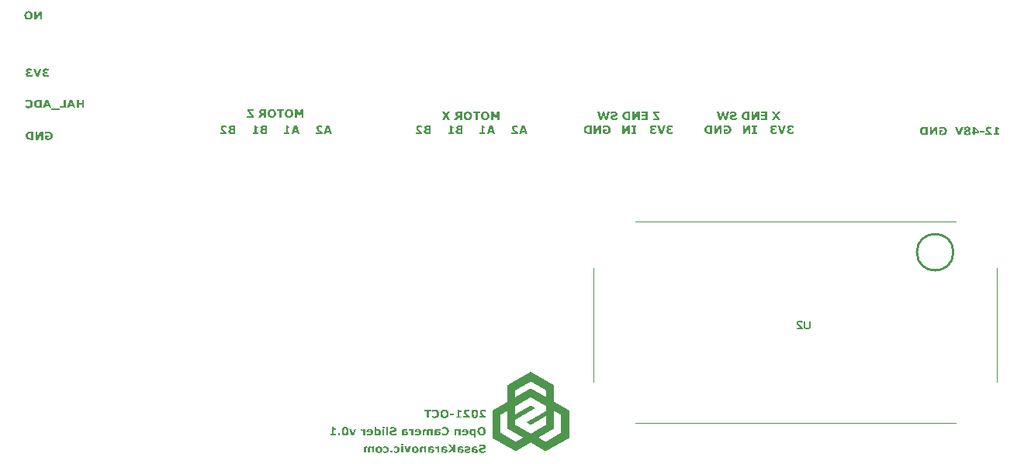
<source format=gbo>
G04*
G04 #@! TF.GenerationSoftware,Altium Limited,Altium Designer,21.6.4 (81)*
G04*
G04 Layer_Color=32896*
%FSLAX25Y25*%
%MOIN*%
G70*
G04*
G04 #@! TF.SameCoordinates,8F06FCA1-7B37-4D9B-8994-51CA7996DF63*
G04*
G04*
G04 #@! TF.FilePolarity,Positive*
G04*
G01*
G75*
%ADD10C,0.01000*%
%ADD11C,0.00394*%
%ADD14C,0.00591*%
G36*
X-41110Y76309D02*
X-41124D01*
Y76295D01*
X-41153D01*
Y76280D01*
X-41181D01*
Y76266D01*
X-41196D01*
Y76252D01*
X-41224D01*
Y76238D01*
X-41252D01*
Y76223D01*
X-41281D01*
Y76209D01*
X-41295D01*
Y76195D01*
X-41324D01*
Y76181D01*
X-41352D01*
Y76167D01*
X-41381D01*
Y76152D01*
X-41395D01*
Y76138D01*
X-41423D01*
Y76124D01*
X-41452D01*
Y76110D01*
X-41480D01*
Y76095D01*
X-41494D01*
Y76081D01*
X-41523D01*
Y76067D01*
X-41551D01*
Y76053D01*
X-41565D01*
Y76039D01*
X-41594D01*
Y76024D01*
X-41622D01*
Y76010D01*
X-41651D01*
Y75996D01*
X-41665D01*
Y75982D01*
X-41693D01*
Y75968D01*
X-41722D01*
Y75953D01*
X-41750D01*
Y75939D01*
X-41765D01*
Y75925D01*
X-41793D01*
Y75911D01*
X-41822D01*
Y75896D01*
X-41836D01*
Y75882D01*
X-41864D01*
Y75868D01*
X-41893D01*
Y75854D01*
X-41921D01*
Y75839D01*
X-41935D01*
Y75825D01*
X-41964D01*
Y75811D01*
X-41992D01*
Y75797D01*
X-42021D01*
Y75783D01*
X-42035D01*
Y75768D01*
X-42063D01*
Y75754D01*
X-42092D01*
Y75740D01*
X-42120D01*
Y75726D01*
X-42134D01*
Y75711D01*
X-42163D01*
Y75697D01*
X-42191D01*
Y75683D01*
X-42206D01*
Y75669D01*
X-42234D01*
Y75655D01*
X-42263D01*
Y75640D01*
X-42291D01*
Y75626D01*
X-42305D01*
Y75612D01*
X-42334D01*
Y75598D01*
X-42362D01*
Y75583D01*
X-42390D01*
Y75569D01*
X-42405D01*
Y75555D01*
X-42433D01*
Y75541D01*
X-42462D01*
Y75526D01*
X-42490D01*
Y75512D01*
X-42504D01*
Y75498D01*
X-42533D01*
Y75484D01*
X-42561D01*
Y75470D01*
X-42575D01*
Y75455D01*
X-42604D01*
Y75441D01*
X-42632D01*
Y75427D01*
X-42661D01*
Y75413D01*
X-42675D01*
Y75398D01*
X-42703D01*
Y75384D01*
X-42732D01*
Y75370D01*
X-42760D01*
Y75356D01*
X-42775D01*
Y75342D01*
X-42803D01*
Y75327D01*
X-42831D01*
Y75313D01*
X-42846D01*
Y75299D01*
X-42874D01*
Y75285D01*
X-42903D01*
Y75270D01*
X-42931D01*
Y75256D01*
X-42945D01*
Y75242D01*
X-42974D01*
Y75228D01*
X-43002D01*
Y75214D01*
X-43031D01*
Y75199D01*
X-43045D01*
Y75185D01*
X-43073D01*
Y75171D01*
X-43102D01*
Y75157D01*
X-43130D01*
Y75142D01*
X-43144D01*
Y75128D01*
X-43173D01*
Y75114D01*
X-43201D01*
Y75100D01*
X-43216D01*
Y75086D01*
X-43244D01*
Y75071D01*
X-43272D01*
Y75057D01*
X-43301D01*
Y75043D01*
X-43315D01*
Y75029D01*
X-43343D01*
Y75014D01*
X-43372D01*
Y75000D01*
X-43400D01*
Y74986D01*
X-43415D01*
Y74972D01*
X-43443D01*
Y74958D01*
X-43472D01*
Y74943D01*
X-43500D01*
Y74929D01*
X-43514D01*
Y74915D01*
X-43543D01*
Y74901D01*
X-43571D01*
Y74886D01*
X-43585D01*
Y74872D01*
X-43614D01*
Y74858D01*
X-43642D01*
Y74844D01*
X-43671D01*
Y74830D01*
X-43685D01*
Y74815D01*
X-43713D01*
Y74801D01*
X-43742D01*
Y74787D01*
X-43770D01*
Y74773D01*
X-43784D01*
Y74758D01*
X-43813D01*
Y74744D01*
X-43841D01*
Y74730D01*
X-43870D01*
Y74716D01*
X-43884D01*
Y74701D01*
X-43913D01*
Y74687D01*
X-43941D01*
Y74673D01*
X-43955D01*
Y74659D01*
X-43984D01*
Y74645D01*
X-44012D01*
Y74630D01*
X-44041D01*
Y74616D01*
X-44055D01*
Y74602D01*
X-44083D01*
Y74588D01*
X-44112D01*
Y74573D01*
X-44140D01*
Y74559D01*
X-44154D01*
Y74545D01*
X-44183D01*
Y74531D01*
X-44211D01*
Y74517D01*
X-44225D01*
Y74502D01*
X-44254D01*
Y74488D01*
X-44282D01*
Y74474D01*
X-44311D01*
Y74460D01*
X-44325D01*
Y74445D01*
X-44354D01*
Y74431D01*
X-44382D01*
Y74417D01*
X-44410D01*
Y74403D01*
X-44425D01*
Y74388D01*
X-44453D01*
Y74374D01*
X-44482D01*
Y74360D01*
X-44510D01*
Y74346D01*
X-44524D01*
Y74332D01*
X-44553D01*
Y74317D01*
X-44581D01*
Y74303D01*
X-44595D01*
Y74289D01*
X-44624D01*
Y74275D01*
X-44652D01*
Y74260D01*
X-44681D01*
Y74246D01*
X-44695D01*
Y74232D01*
X-44723D01*
Y74218D01*
X-44752D01*
Y74204D01*
X-44780D01*
Y74189D01*
X-44794D01*
Y74175D01*
X-44823D01*
Y74161D01*
X-44851D01*
Y74147D01*
X-44880D01*
Y74133D01*
X-44894D01*
Y74118D01*
X-44922D01*
Y74104D01*
X-44951D01*
Y74090D01*
X-44965D01*
Y74076D01*
X-44994D01*
Y74061D01*
X-45022D01*
Y74047D01*
X-45050D01*
Y74033D01*
X-45065D01*
Y74019D01*
X-45093D01*
Y74005D01*
X-45122D01*
Y73990D01*
X-45150D01*
Y73976D01*
X-45164D01*
Y73962D01*
X-45193D01*
Y73948D01*
X-45221D01*
Y73933D01*
X-45250D01*
Y73919D01*
X-45264D01*
Y73905D01*
X-45292D01*
Y73891D01*
X-45321D01*
Y73877D01*
X-45335D01*
Y73862D01*
X-45363D01*
Y73848D01*
X-45392D01*
Y73834D01*
X-45420D01*
Y73820D01*
X-45434D01*
Y73805D01*
X-45463D01*
Y73791D01*
X-45491D01*
Y73777D01*
X-45520D01*
Y73763D01*
X-45534D01*
Y73748D01*
X-45562D01*
Y73734D01*
X-45591D01*
Y73720D01*
X-45605D01*
Y73706D01*
X-45634D01*
Y73691D01*
X-45662D01*
Y73677D01*
X-45691D01*
Y73663D01*
X-45705D01*
Y73649D01*
X-45733D01*
Y73635D01*
X-45762D01*
Y73620D01*
X-45790D01*
Y73606D01*
X-45804D01*
Y73592D01*
X-45833D01*
Y73578D01*
X-45861D01*
Y73563D01*
X-45890D01*
Y73549D01*
X-45904D01*
Y73535D01*
X-45932D01*
Y73521D01*
X-45961D01*
Y73507D01*
X-45975D01*
Y73492D01*
X-46003D01*
Y73478D01*
X-46032D01*
Y73464D01*
X-46060D01*
Y73450D01*
X-46075D01*
Y73435D01*
X-46103D01*
Y73421D01*
X-46132D01*
Y73407D01*
X-46160D01*
Y73393D01*
X-46174D01*
Y73379D01*
X-46203D01*
Y73364D01*
X-46231D01*
Y73350D01*
X-46259D01*
Y73336D01*
X-46274D01*
Y73322D01*
X-46302D01*
Y73308D01*
X-46331D01*
Y73293D01*
X-46345D01*
Y73279D01*
X-46373D01*
Y73265D01*
X-46402D01*
Y73251D01*
X-46430D01*
Y73236D01*
X-46444D01*
Y73222D01*
X-46473D01*
Y73208D01*
X-46501D01*
Y73194D01*
X-46530D01*
Y73180D01*
X-46544D01*
Y73165D01*
X-46573D01*
Y73151D01*
X-46601D01*
Y73137D01*
X-46615D01*
Y73123D01*
X-46644D01*
Y73108D01*
X-46672D01*
Y73094D01*
X-46701D01*
Y73080D01*
X-46715D01*
Y73066D01*
X-46743D01*
Y73051D01*
X-46772D01*
Y73037D01*
X-46800D01*
Y73023D01*
X-46814D01*
Y73009D01*
X-46843D01*
Y72995D01*
X-46871D01*
Y72980D01*
X-46900D01*
Y72966D01*
X-46914D01*
Y72952D01*
X-46942D01*
Y72938D01*
X-46971D01*
Y72923D01*
X-46985D01*
Y72909D01*
X-47013D01*
Y72895D01*
X-47042D01*
Y72881D01*
X-47070D01*
Y72866D01*
X-47085D01*
Y72852D01*
X-47113D01*
Y72838D01*
X-47142D01*
Y72824D01*
X-47170D01*
Y72810D01*
X-47184D01*
Y72795D01*
X-47213D01*
Y72781D01*
X-47241D01*
Y72767D01*
X-47269D01*
Y72753D01*
X-47284D01*
Y72738D01*
X-47312D01*
Y72724D01*
X-47341D01*
Y72710D01*
X-47355D01*
Y72696D01*
X-47383D01*
Y72682D01*
X-47412D01*
Y72667D01*
X-47440D01*
Y72653D01*
X-47454D01*
Y72639D01*
X-47483D01*
Y72625D01*
X-47511D01*
Y72610D01*
X-47540D01*
Y72596D01*
X-47554D01*
Y72582D01*
X-47582D01*
Y72568D01*
X-47611D01*
Y72554D01*
X-47639D01*
Y72539D01*
X-47653D01*
Y72525D01*
X-47682D01*
Y72511D01*
X-47710D01*
Y72497D01*
X-47725D01*
Y72483D01*
X-47753D01*
Y72468D01*
X-47782D01*
Y72454D01*
X-47810D01*
Y72440D01*
X-47824D01*
Y72426D01*
X-47853D01*
Y72411D01*
X-47881D01*
Y72397D01*
X-47910D01*
Y72383D01*
X-47924D01*
Y72369D01*
X-47952D01*
Y72354D01*
X-47981D01*
Y72340D01*
X-47995D01*
Y72326D01*
X-48023D01*
Y72312D01*
X-48052D01*
Y72298D01*
X-48080D01*
Y72283D01*
X-48094D01*
Y72269D01*
X-48123D01*
Y72255D01*
X-48151D01*
Y72241D01*
X-48180D01*
Y72226D01*
X-48194D01*
Y72212D01*
X-48223D01*
Y72198D01*
X-48251D01*
Y72184D01*
X-48279D01*
Y72170D01*
X-48294D01*
Y72155D01*
X-48322D01*
Y72141D01*
X-48351D01*
Y72127D01*
X-48365D01*
Y72113D01*
X-48393D01*
Y72098D01*
X-48422D01*
Y72084D01*
X-48450D01*
Y72070D01*
X-48464D01*
Y72056D01*
X-48493D01*
Y72041D01*
X-48521D01*
Y72027D01*
X-48550D01*
Y72013D01*
X-48564D01*
Y71999D01*
X-48592D01*
Y71985D01*
X-48621D01*
Y71970D01*
X-48649D01*
Y71956D01*
X-48663D01*
Y71942D01*
X-48692D01*
Y71928D01*
X-48720D01*
Y71913D01*
X-48735D01*
Y71899D01*
X-48763D01*
Y71885D01*
X-48792D01*
Y71871D01*
X-48820D01*
Y71857D01*
X-48834D01*
Y71842D01*
X-48863D01*
Y71828D01*
X-48891D01*
Y71814D01*
X-48919D01*
Y71800D01*
X-48934D01*
Y71785D01*
X-48962D01*
Y71771D01*
X-48991D01*
Y71757D01*
X-49019D01*
Y71743D01*
X-49033D01*
Y71729D01*
X-49062D01*
Y71714D01*
X-49090D01*
Y71700D01*
X-49104D01*
Y71686D01*
X-49133D01*
Y71672D01*
X-49161D01*
Y71657D01*
X-49190D01*
Y71643D01*
X-49204D01*
Y71629D01*
X-49233D01*
Y71615D01*
X-49261D01*
Y71601D01*
X-49289D01*
Y71586D01*
X-49304D01*
Y71572D01*
X-49332D01*
Y71558D01*
X-49360D01*
Y71544D01*
X-49375D01*
Y71529D01*
X-49403D01*
Y71515D01*
X-49432D01*
Y71501D01*
X-49460D01*
Y71487D01*
X-49474D01*
Y71473D01*
X-49503D01*
Y71458D01*
X-49531D01*
Y71444D01*
X-49560D01*
Y71430D01*
X-49574D01*
Y71416D01*
X-49602D01*
Y71401D01*
X-49631D01*
Y71387D01*
X-49659D01*
Y71373D01*
X-49673D01*
Y71359D01*
X-49702D01*
Y71345D01*
X-49730D01*
Y71330D01*
X-49744D01*
Y71316D01*
X-49773D01*
Y71302D01*
X-49801D01*
Y71288D01*
X-49830D01*
Y71273D01*
X-49844D01*
Y71259D01*
X-49873D01*
Y71245D01*
X-49901D01*
Y71231D01*
X-49929D01*
Y71216D01*
X-49944D01*
Y71202D01*
X-49972D01*
Y71188D01*
X-50001D01*
Y71174D01*
X-50029D01*
Y71160D01*
X-50043D01*
Y71145D01*
X-50072D01*
Y71131D01*
X-50100D01*
Y71117D01*
X-50114D01*
Y71103D01*
X-50143D01*
Y71088D01*
X-50171D01*
Y71074D01*
X-50200D01*
Y71060D01*
X-50214D01*
Y63834D01*
X-50242D01*
Y63820D01*
X-50271D01*
Y63806D01*
X-50299D01*
Y63791D01*
X-50314D01*
Y63777D01*
X-50342D01*
Y63763D01*
X-50370D01*
Y63749D01*
X-50399D01*
Y63734D01*
X-50413D01*
Y63720D01*
X-50441D01*
Y63706D01*
X-50470D01*
Y63692D01*
X-50498D01*
Y63678D01*
X-50513D01*
Y63663D01*
X-50541D01*
Y63649D01*
X-50570D01*
Y63635D01*
X-50598D01*
Y63621D01*
X-50612D01*
Y63606D01*
X-50641D01*
Y63592D01*
X-50669D01*
Y63578D01*
X-50698D01*
Y63564D01*
X-50712D01*
Y63550D01*
X-50740D01*
Y63535D01*
X-50769D01*
Y63521D01*
X-50797D01*
Y63507D01*
X-50826D01*
Y63493D01*
X-50840D01*
Y63478D01*
X-50868D01*
Y63464D01*
X-50897D01*
Y63450D01*
X-50925D01*
Y63436D01*
X-50939D01*
Y63421D01*
X-50968D01*
Y63407D01*
X-50996D01*
Y63393D01*
X-51025D01*
Y63379D01*
X-51039D01*
Y63365D01*
X-51067D01*
Y63350D01*
X-51096D01*
Y63336D01*
X-51124D01*
Y63322D01*
X-51139D01*
Y63308D01*
X-51167D01*
Y63293D01*
X-51195D01*
Y63279D01*
X-51224D01*
Y63265D01*
X-51238D01*
Y63251D01*
X-51267D01*
Y63237D01*
X-51295D01*
Y63222D01*
X-51323D01*
Y63208D01*
X-51338D01*
Y63194D01*
X-51366D01*
Y63180D01*
X-51395D01*
Y63165D01*
X-51423D01*
Y63151D01*
X-51437D01*
Y63137D01*
X-51466D01*
Y63123D01*
X-51494D01*
Y63108D01*
X-51523D01*
Y63094D01*
X-51537D01*
Y63080D01*
X-51565D01*
Y63066D01*
X-51594D01*
Y63052D01*
X-51622D01*
Y63037D01*
X-51636D01*
Y63023D01*
X-51665D01*
Y63009D01*
X-51693D01*
Y62995D01*
X-51722D01*
Y62981D01*
X-51736D01*
Y62966D01*
X-51764D01*
Y62952D01*
X-51793D01*
Y62938D01*
X-51821D01*
Y62924D01*
X-51836D01*
Y62909D01*
X-51864D01*
Y62895D01*
X-51892D01*
Y62881D01*
X-51921D01*
Y62867D01*
X-51949D01*
Y62853D01*
X-51964D01*
Y62838D01*
X-51992D01*
Y62824D01*
X-52021D01*
Y62810D01*
X-52049D01*
Y62796D01*
X-52063D01*
Y62781D01*
X-52092D01*
Y62767D01*
X-52120D01*
Y62753D01*
X-52148D01*
Y62739D01*
X-52163D01*
Y62725D01*
X-52191D01*
Y62710D01*
X-52220D01*
Y62696D01*
X-52248D01*
Y62682D01*
X-52262D01*
Y62668D01*
X-52291D01*
Y62653D01*
X-52319D01*
Y62639D01*
X-52348D01*
Y62625D01*
X-52362D01*
Y62611D01*
X-52390D01*
Y62596D01*
X-52419D01*
Y62582D01*
X-52447D01*
Y62568D01*
X-52461D01*
Y62554D01*
X-52490D01*
Y62540D01*
X-52518D01*
Y62525D01*
X-52547D01*
Y62511D01*
X-52561D01*
Y62497D01*
X-52589D01*
Y62483D01*
X-52618D01*
Y62468D01*
X-52646D01*
Y62454D01*
X-52661D01*
Y62440D01*
X-52689D01*
Y62426D01*
X-52718D01*
Y62411D01*
X-52746D01*
Y62397D01*
X-52760D01*
Y62383D01*
X-52789D01*
Y62369D01*
X-52817D01*
Y62355D01*
X-52846D01*
Y62340D01*
X-52860D01*
Y62326D01*
X-52888D01*
Y62312D01*
X-52917D01*
Y62298D01*
X-52945D01*
Y62283D01*
X-52959D01*
Y62269D01*
X-52988D01*
Y62255D01*
X-53016D01*
Y62241D01*
X-53045D01*
Y62227D01*
X-53073D01*
Y62212D01*
X-53087D01*
Y62198D01*
X-53116D01*
Y62184D01*
X-53144D01*
Y62170D01*
X-53173D01*
Y62155D01*
X-53187D01*
Y62141D01*
X-53215D01*
Y62127D01*
X-53244D01*
Y62113D01*
X-53272D01*
Y62099D01*
X-53286D01*
Y62084D01*
X-53315D01*
Y62070D01*
X-53343D01*
Y62056D01*
X-53372D01*
Y62042D01*
X-53386D01*
Y62028D01*
X-53414D01*
Y62013D01*
X-53443D01*
Y61999D01*
X-53471D01*
Y61985D01*
X-53486D01*
Y61971D01*
X-53514D01*
Y61956D01*
X-53543D01*
Y61942D01*
X-53571D01*
Y61928D01*
X-53585D01*
Y61914D01*
X-53614D01*
Y61900D01*
X-53642D01*
Y61885D01*
X-53671D01*
Y61871D01*
X-53685D01*
Y61857D01*
X-53713D01*
Y61843D01*
X-53742D01*
Y61828D01*
X-53770D01*
Y61814D01*
X-53784D01*
Y61800D01*
X-53813D01*
Y61786D01*
X-53841D01*
Y61771D01*
X-53870D01*
Y61757D01*
X-53884D01*
Y61743D01*
X-53912D01*
Y61729D01*
X-53941D01*
Y61715D01*
X-53969D01*
Y61700D01*
X-53983D01*
Y61686D01*
X-54012D01*
Y61672D01*
X-54040D01*
Y61658D01*
X-54069D01*
Y61643D01*
X-54083D01*
Y61629D01*
X-54111D01*
Y61615D01*
X-54140D01*
Y61601D01*
X-54168D01*
Y61586D01*
X-54183D01*
Y61572D01*
X-54211D01*
Y61558D01*
X-54239D01*
Y61544D01*
X-54268D01*
Y61530D01*
X-54296D01*
Y61515D01*
X-54311D01*
Y61501D01*
X-54339D01*
Y61487D01*
X-54368D01*
Y61473D01*
X-54396D01*
Y61458D01*
X-54410D01*
Y61444D01*
X-54439D01*
Y61430D01*
X-54467D01*
Y61416D01*
X-54496D01*
Y61402D01*
X-54510D01*
Y61387D01*
X-54538D01*
Y61373D01*
X-54567D01*
Y61359D01*
X-54595D01*
Y61345D01*
X-54609D01*
Y61330D01*
X-54638D01*
Y61316D01*
X-54666D01*
Y61302D01*
X-54695D01*
Y61288D01*
X-54709D01*
Y61274D01*
X-54737D01*
Y61259D01*
X-54766D01*
Y61245D01*
X-54794D01*
Y61231D01*
X-54808D01*
Y61217D01*
X-54837D01*
Y61203D01*
X-54865D01*
Y61188D01*
X-54894D01*
Y61174D01*
X-54908D01*
Y61160D01*
X-54936D01*
Y61146D01*
X-54965D01*
Y61131D01*
X-54993D01*
Y61117D01*
X-55008D01*
Y61103D01*
X-55036D01*
Y61089D01*
X-55064D01*
Y61074D01*
X-55093D01*
Y61060D01*
X-55107D01*
Y61046D01*
X-55136D01*
Y61032D01*
X-55164D01*
Y61018D01*
X-55193D01*
Y61003D01*
X-55207D01*
Y60989D01*
X-55235D01*
Y60975D01*
X-55264D01*
Y60961D01*
X-55292D01*
Y60946D01*
X-55306D01*
Y60932D01*
X-55335D01*
Y60918D01*
X-55363D01*
Y60904D01*
X-55392D01*
Y60890D01*
X-55420D01*
Y60875D01*
X-55434D01*
Y60861D01*
X-55463D01*
Y60847D01*
X-55491D01*
Y60833D01*
X-55520D01*
Y60818D01*
X-55534D01*
Y60804D01*
X-55562D01*
Y60790D01*
X-55591D01*
Y60776D01*
X-55619D01*
Y60761D01*
X-55633D01*
Y60747D01*
X-55662D01*
Y60733D01*
X-55690D01*
Y60719D01*
X-55719D01*
Y60705D01*
X-55733D01*
Y60690D01*
X-55761D01*
Y60676D01*
X-55790D01*
Y60662D01*
X-55818D01*
Y60648D01*
X-55833D01*
Y60633D01*
X-55861D01*
Y60619D01*
X-55889D01*
Y60605D01*
X-55918D01*
Y60591D01*
X-55932D01*
Y60577D01*
X-55961D01*
Y60562D01*
X-55989D01*
Y60548D01*
X-56018D01*
Y60534D01*
X-56032D01*
Y60520D01*
X-56060D01*
Y60505D01*
X-56089D01*
Y60491D01*
X-56117D01*
Y60477D01*
X-56131D01*
Y60463D01*
X-56160D01*
Y60449D01*
X-56188D01*
Y60434D01*
X-56217D01*
Y60420D01*
X-56231D01*
Y60406D01*
X-56259D01*
Y60392D01*
X-56288D01*
Y60377D01*
X-56316D01*
Y60363D01*
X-56331D01*
Y60349D01*
X-56359D01*
Y60335D01*
X-56387D01*
Y60321D01*
X-56416D01*
Y60306D01*
X-56430D01*
Y60292D01*
X-56458D01*
Y60278D01*
X-56487D01*
Y60264D01*
X-56515D01*
Y60249D01*
X-56544D01*
Y60235D01*
X-56558D01*
Y60221D01*
X-56586D01*
Y60207D01*
X-56601D01*
Y60193D01*
X-56615D01*
Y48287D01*
X-56601D01*
Y48272D01*
X-56586D01*
Y48258D01*
X-56558D01*
Y48244D01*
X-56530D01*
Y48230D01*
X-56501D01*
Y48215D01*
X-56487D01*
Y48201D01*
X-56458D01*
Y48187D01*
X-56430D01*
Y48173D01*
X-56402D01*
Y48159D01*
X-56387D01*
Y48144D01*
X-56359D01*
Y48130D01*
X-56331D01*
Y48116D01*
X-56302D01*
Y48102D01*
X-56288D01*
Y48087D01*
X-56259D01*
Y48073D01*
X-56231D01*
Y48059D01*
X-56203D01*
Y48045D01*
X-56174D01*
Y48031D01*
X-56160D01*
Y48016D01*
X-56131D01*
Y48002D01*
X-56103D01*
Y47988D01*
X-56074D01*
Y47974D01*
X-56060D01*
Y47960D01*
X-56032D01*
Y47945D01*
X-56003D01*
Y47931D01*
X-55975D01*
Y47917D01*
X-55946D01*
Y47903D01*
X-55932D01*
Y47888D01*
X-55904D01*
Y47874D01*
X-55875D01*
Y47860D01*
X-55847D01*
Y47846D01*
X-55833D01*
Y47831D01*
X-55804D01*
Y47817D01*
X-55776D01*
Y47803D01*
X-55747D01*
Y47789D01*
X-55733D01*
Y47774D01*
X-55705D01*
Y47760D01*
X-55676D01*
Y47746D01*
X-55648D01*
Y47732D01*
X-55619D01*
Y47718D01*
X-55605D01*
Y47703D01*
X-55577D01*
Y47689D01*
X-55548D01*
Y47675D01*
X-55520D01*
Y47661D01*
X-55506D01*
Y47646D01*
X-55477D01*
Y47632D01*
X-55449D01*
Y47618D01*
X-55420D01*
Y47604D01*
X-55392D01*
Y47590D01*
X-55377D01*
Y47575D01*
X-55349D01*
Y47561D01*
X-55321D01*
Y47547D01*
X-55292D01*
Y47533D01*
X-55278D01*
Y47519D01*
X-55249D01*
Y47504D01*
X-55221D01*
Y47490D01*
X-55193D01*
Y47476D01*
X-55164D01*
Y47462D01*
X-55150D01*
Y47447D01*
X-55121D01*
Y47433D01*
X-55093D01*
Y47419D01*
X-55064D01*
Y47405D01*
X-55050D01*
Y47390D01*
X-55022D01*
Y47376D01*
X-54993D01*
Y47362D01*
X-54965D01*
Y47348D01*
X-54951D01*
Y47334D01*
X-54922D01*
Y47319D01*
X-54894D01*
Y47305D01*
X-54865D01*
Y47291D01*
X-54837D01*
Y47277D01*
X-54823D01*
Y47262D01*
X-54794D01*
Y47248D01*
X-54766D01*
Y47234D01*
X-54737D01*
Y47220D01*
X-54723D01*
Y47206D01*
X-54695D01*
Y47191D01*
X-54666D01*
Y47177D01*
X-54638D01*
Y47163D01*
X-54609D01*
Y47149D01*
X-54595D01*
Y47134D01*
X-54567D01*
Y47120D01*
X-54538D01*
Y47106D01*
X-54510D01*
Y47092D01*
X-54496D01*
Y47078D01*
X-54467D01*
Y47063D01*
X-54439D01*
Y47049D01*
X-54410D01*
Y47035D01*
X-54382D01*
Y47021D01*
X-54368D01*
Y47006D01*
X-54339D01*
Y46992D01*
X-54311D01*
Y46978D01*
X-54282D01*
Y46964D01*
X-54268D01*
Y46949D01*
X-54239D01*
Y46935D01*
X-54211D01*
Y46921D01*
X-54183D01*
Y46907D01*
X-54168D01*
Y46893D01*
X-54140D01*
Y46878D01*
X-54111D01*
Y46864D01*
X-54083D01*
Y46850D01*
X-54055D01*
Y46836D01*
X-54040D01*
Y46821D01*
X-54012D01*
Y46807D01*
X-53983D01*
Y46793D01*
X-53955D01*
Y46779D01*
X-53941D01*
Y46765D01*
X-53912D01*
Y46750D01*
X-53884D01*
Y46736D01*
X-53855D01*
Y46722D01*
X-53827D01*
Y46708D01*
X-53813D01*
Y46694D01*
X-53784D01*
Y46679D01*
X-53756D01*
Y46665D01*
X-53727D01*
Y46651D01*
X-53713D01*
Y46637D01*
X-53685D01*
Y46622D01*
X-53656D01*
Y46608D01*
X-53628D01*
Y46594D01*
X-53614D01*
Y46580D01*
X-53585D01*
Y46565D01*
X-53557D01*
Y46551D01*
X-53528D01*
Y46537D01*
X-53500D01*
Y46523D01*
X-53486D01*
Y46509D01*
X-53457D01*
Y46494D01*
X-53429D01*
Y46480D01*
X-53400D01*
Y46466D01*
X-53386D01*
Y46452D01*
X-53358D01*
Y46437D01*
X-53329D01*
Y46423D01*
X-53301D01*
Y46409D01*
X-53272D01*
Y46395D01*
X-53258D01*
Y46380D01*
X-53229D01*
Y46366D01*
X-53201D01*
Y46352D01*
X-53173D01*
Y46338D01*
X-53158D01*
Y46324D01*
X-53130D01*
Y46309D01*
X-53101D01*
Y46295D01*
X-53073D01*
Y46281D01*
X-53045D01*
Y46267D01*
X-53030D01*
Y46253D01*
X-53002D01*
Y46238D01*
X-52974D01*
Y46224D01*
X-52945D01*
Y46210D01*
X-52931D01*
Y46196D01*
X-52902D01*
Y46181D01*
X-52874D01*
Y46167D01*
X-52846D01*
Y46153D01*
X-52831D01*
Y46139D01*
X-52803D01*
Y46125D01*
X-52774D01*
Y46110D01*
X-52746D01*
Y46096D01*
X-52718D01*
Y46082D01*
X-52703D01*
Y46068D01*
X-52675D01*
Y46053D01*
X-52646D01*
Y46039D01*
X-52618D01*
Y46025D01*
X-52604D01*
Y46011D01*
X-52575D01*
Y45996D01*
X-52547D01*
Y45982D01*
X-52518D01*
Y45968D01*
X-52490D01*
Y45954D01*
X-52476D01*
Y45940D01*
X-52447D01*
Y45925D01*
X-52419D01*
Y45911D01*
X-52390D01*
Y45897D01*
X-52376D01*
Y45883D01*
X-52348D01*
Y45869D01*
X-52319D01*
Y45854D01*
X-52291D01*
Y45840D01*
X-52262D01*
Y45826D01*
X-52248D01*
Y45812D01*
X-52220D01*
Y45797D01*
X-52191D01*
Y45783D01*
X-52163D01*
Y45769D01*
X-52148D01*
Y45755D01*
X-52120D01*
Y45740D01*
X-52092D01*
Y45726D01*
X-52063D01*
Y45712D01*
X-52049D01*
Y45698D01*
X-52021D01*
Y45684D01*
X-51992D01*
Y45669D01*
X-51964D01*
Y45655D01*
X-51935D01*
Y45641D01*
X-51921D01*
Y45627D01*
X-51892D01*
Y45612D01*
X-51864D01*
Y45598D01*
X-51836D01*
Y45584D01*
X-51821D01*
Y45570D01*
X-51793D01*
Y45555D01*
X-51764D01*
Y45541D01*
X-51736D01*
Y45527D01*
X-51708D01*
Y45513D01*
X-51693D01*
Y45499D01*
X-51665D01*
Y45484D01*
X-51636D01*
Y45470D01*
X-51608D01*
Y45456D01*
X-51594D01*
Y45442D01*
X-51565D01*
Y45428D01*
X-51537D01*
Y45413D01*
X-51508D01*
Y45399D01*
X-51494D01*
Y45385D01*
X-51466D01*
Y45371D01*
X-51437D01*
Y45356D01*
X-51409D01*
Y45342D01*
X-51380D01*
Y45328D01*
X-51366D01*
Y45314D01*
X-51338D01*
Y45300D01*
X-51309D01*
Y45285D01*
X-51281D01*
Y45271D01*
X-51267D01*
Y45257D01*
X-51238D01*
Y45243D01*
X-51210D01*
Y45228D01*
X-51181D01*
Y45214D01*
X-51153D01*
Y45200D01*
X-51139D01*
Y45186D01*
X-51110D01*
Y45171D01*
X-51082D01*
Y45157D01*
X-51053D01*
Y45143D01*
X-51039D01*
Y45129D01*
X-51011D01*
Y45115D01*
X-50982D01*
Y45100D01*
X-50954D01*
Y45086D01*
X-50925D01*
Y45072D01*
X-50911D01*
Y45058D01*
X-50883D01*
Y45044D01*
X-50854D01*
Y45029D01*
X-50826D01*
Y45015D01*
X-50811D01*
Y45001D01*
X-50783D01*
Y44987D01*
X-50754D01*
Y44972D01*
X-50726D01*
Y44958D01*
X-50712D01*
Y44944D01*
X-50683D01*
Y44930D01*
X-50655D01*
Y44915D01*
X-50626D01*
Y44901D01*
X-50598D01*
Y44887D01*
X-50584D01*
Y44873D01*
X-50555D01*
Y44859D01*
X-50527D01*
Y44844D01*
X-50498D01*
Y44830D01*
X-50484D01*
Y44816D01*
X-50456D01*
Y44802D01*
X-50427D01*
Y44787D01*
X-50399D01*
Y44773D01*
X-50370D01*
Y44759D01*
X-50356D01*
Y44745D01*
X-50328D01*
Y44730D01*
X-50299D01*
Y44716D01*
X-50271D01*
Y44702D01*
X-50257D01*
Y44688D01*
X-50228D01*
Y44674D01*
X-50200D01*
Y44659D01*
X-50171D01*
Y44645D01*
X-50143D01*
Y44631D01*
X-50129D01*
Y44617D01*
X-50100D01*
Y44603D01*
X-50072D01*
Y44588D01*
X-50043D01*
Y44574D01*
X-50029D01*
Y44560D01*
X-50001D01*
Y44546D01*
X-49972D01*
Y44531D01*
X-49944D01*
Y44517D01*
X-49929D01*
Y44503D01*
X-49901D01*
Y44489D01*
X-49873D01*
Y44475D01*
X-49844D01*
Y44460D01*
X-49816D01*
Y44446D01*
X-49801D01*
Y44432D01*
X-49773D01*
Y44418D01*
X-49744D01*
Y44403D01*
X-49716D01*
Y44389D01*
X-49702D01*
Y44375D01*
X-49673D01*
Y44361D01*
X-49645D01*
Y44346D01*
X-49617D01*
Y44332D01*
X-49588D01*
Y44318D01*
X-49574D01*
Y44304D01*
X-49545D01*
Y44290D01*
X-49517D01*
Y44275D01*
X-49488D01*
Y44261D01*
X-49474D01*
Y44247D01*
X-49446D01*
Y44233D01*
X-49417D01*
Y44218D01*
X-49389D01*
Y44204D01*
X-49360D01*
Y44190D01*
X-49346D01*
Y44176D01*
X-49318D01*
Y44161D01*
X-49289D01*
Y44147D01*
X-49261D01*
Y44133D01*
X-49247D01*
Y44119D01*
X-49218D01*
Y44105D01*
X-49190D01*
Y44090D01*
X-49161D01*
Y44076D01*
X-49147D01*
Y44062D01*
X-49119D01*
Y44048D01*
X-49090D01*
Y44034D01*
X-49062D01*
Y44019D01*
X-49033D01*
Y44005D01*
X-49019D01*
Y43991D01*
X-48991D01*
Y43977D01*
X-48962D01*
Y43962D01*
X-48934D01*
Y43948D01*
X-48919D01*
Y43934D01*
X-48891D01*
Y43920D01*
X-48863D01*
Y43905D01*
X-48834D01*
Y43891D01*
X-48806D01*
Y43877D01*
X-48792D01*
Y43863D01*
X-48763D01*
Y43849D01*
X-48735D01*
Y43834D01*
X-48706D01*
Y43820D01*
X-48692D01*
Y43806D01*
X-48663D01*
Y43792D01*
X-48635D01*
Y43777D01*
X-48607D01*
Y43763D01*
X-48592D01*
Y43749D01*
X-48564D01*
Y43735D01*
X-48535D01*
Y43721D01*
X-48507D01*
Y43706D01*
X-48479D01*
Y43692D01*
X-48464D01*
Y43678D01*
X-48436D01*
Y43664D01*
X-48407D01*
Y43650D01*
X-48379D01*
Y43635D01*
X-48365D01*
Y43621D01*
X-48336D01*
Y43607D01*
X-48308D01*
Y43593D01*
X-48279D01*
Y43578D01*
X-48251D01*
Y43564D01*
X-48237D01*
Y43550D01*
X-48208D01*
Y43536D01*
X-48180D01*
Y43521D01*
X-48151D01*
Y43507D01*
X-48137D01*
Y43493D01*
X-48109D01*
Y43479D01*
X-48080D01*
Y43464D01*
X-48052D01*
Y43450D01*
X-48023D01*
Y43436D01*
X-48009D01*
Y43422D01*
X-47981D01*
Y43408D01*
X-47952D01*
Y43393D01*
X-47924D01*
Y43379D01*
X-47910D01*
Y43365D01*
X-47881D01*
Y43351D01*
X-47853D01*
Y43336D01*
X-47824D01*
Y43322D01*
X-47810D01*
Y43308D01*
X-47782D01*
Y43294D01*
X-47753D01*
Y43280D01*
X-47725D01*
Y43265D01*
X-47696D01*
Y43251D01*
X-47682D01*
Y43237D01*
X-47653D01*
Y43223D01*
X-47625D01*
Y43209D01*
X-47597D01*
Y43194D01*
X-47582D01*
Y43180D01*
X-47554D01*
Y43166D01*
X-47526D01*
Y43152D01*
X-47497D01*
Y43137D01*
X-47469D01*
Y43123D01*
X-47454D01*
Y43109D01*
X-47426D01*
Y43095D01*
X-47398D01*
Y43080D01*
X-47369D01*
Y43066D01*
X-47355D01*
Y43052D01*
X-47326D01*
Y43038D01*
X-47298D01*
Y43024D01*
X-47269D01*
Y43009D01*
X-47241D01*
Y42995D01*
X-47227D01*
Y42981D01*
X-47198D01*
Y42967D01*
X-47170D01*
Y42952D01*
X-47142D01*
Y42938D01*
X-47127D01*
Y42924D01*
X-47099D01*
Y42910D01*
X-47070D01*
Y42895D01*
X-47042D01*
Y42881D01*
X-47028D01*
Y42867D01*
X-46999D01*
Y42853D01*
X-46971D01*
Y42839D01*
X-46942D01*
Y42824D01*
X-46914D01*
Y42810D01*
X-46900D01*
Y42796D01*
X-46871D01*
Y42782D01*
X-46843D01*
Y42768D01*
X-46814D01*
Y42753D01*
X-46800D01*
Y42739D01*
X-46772D01*
Y42725D01*
X-46743D01*
Y42711D01*
X-46715D01*
Y42696D01*
X-46686D01*
Y42682D01*
X-46672D01*
Y42668D01*
X-46644D01*
Y42654D01*
X-46601D01*
Y42668D01*
X-46573D01*
Y42682D01*
X-46558D01*
Y42696D01*
X-46530D01*
Y42711D01*
X-46501D01*
Y42725D01*
X-46473D01*
Y42739D01*
X-46459D01*
Y42753D01*
X-46430D01*
Y42768D01*
X-46402D01*
Y42782D01*
X-46388D01*
Y42796D01*
X-46359D01*
Y42810D01*
X-46331D01*
Y42824D01*
X-46316D01*
Y42839D01*
X-46288D01*
Y42853D01*
X-46259D01*
Y42867D01*
X-46231D01*
Y42881D01*
X-46217D01*
Y42895D01*
X-46188D01*
Y42910D01*
X-46160D01*
Y42924D01*
X-46146D01*
Y42938D01*
X-46117D01*
Y42952D01*
X-46089D01*
Y42967D01*
X-46075D01*
Y42981D01*
X-46046D01*
Y42995D01*
X-46018D01*
Y43009D01*
X-46003D01*
Y43024D01*
X-45975D01*
Y43038D01*
X-45947D01*
Y43052D01*
X-45918D01*
Y43066D01*
X-45904D01*
Y43080D01*
X-45875D01*
Y43095D01*
X-45847D01*
Y43109D01*
X-45833D01*
Y43123D01*
X-45804D01*
Y43137D01*
X-45776D01*
Y43152D01*
X-45762D01*
Y43166D01*
X-45733D01*
Y43180D01*
X-45705D01*
Y43194D01*
X-45676D01*
Y43209D01*
X-45662D01*
Y43223D01*
X-45634D01*
Y43237D01*
X-45605D01*
Y43251D01*
X-45591D01*
Y43265D01*
X-45562D01*
Y43280D01*
X-45534D01*
Y43294D01*
X-45520D01*
Y43308D01*
X-45491D01*
Y43322D01*
X-45463D01*
Y43336D01*
X-45449D01*
Y43351D01*
X-45420D01*
Y43365D01*
X-45392D01*
Y43379D01*
X-45363D01*
Y43393D01*
X-45349D01*
Y43408D01*
X-45321D01*
Y43422D01*
X-45292D01*
Y43436D01*
X-45278D01*
Y43450D01*
X-45250D01*
Y43464D01*
X-45221D01*
Y43479D01*
X-45207D01*
Y43493D01*
X-45178D01*
Y43507D01*
X-45150D01*
Y43521D01*
X-45122D01*
Y43536D01*
X-45107D01*
Y43550D01*
X-45079D01*
Y43564D01*
X-45050D01*
Y43578D01*
X-45036D01*
Y43593D01*
X-45008D01*
Y43607D01*
X-44979D01*
Y43621D01*
X-44965D01*
Y43635D01*
X-44937D01*
Y43650D01*
X-44908D01*
Y43664D01*
X-44880D01*
Y43678D01*
X-44866D01*
Y43692D01*
X-44837D01*
Y43706D01*
X-44809D01*
Y43721D01*
X-44794D01*
Y43735D01*
X-44766D01*
Y43749D01*
X-44737D01*
Y43763D01*
X-44723D01*
Y43777D01*
X-44695D01*
Y43792D01*
X-44666D01*
Y43806D01*
X-44652D01*
Y43820D01*
X-44624D01*
Y43834D01*
X-44595D01*
Y43849D01*
X-44567D01*
Y43863D01*
X-44553D01*
Y43877D01*
X-44524D01*
Y43891D01*
X-44496D01*
Y43905D01*
X-44482D01*
Y43920D01*
X-44453D01*
Y43934D01*
X-44425D01*
Y43948D01*
X-44410D01*
Y43962D01*
X-44382D01*
Y43977D01*
X-44354D01*
Y43991D01*
X-44325D01*
Y44005D01*
X-44311D01*
Y44019D01*
X-44282D01*
Y44034D01*
X-44254D01*
Y44048D01*
X-44240D01*
Y44062D01*
X-44211D01*
Y44076D01*
X-44183D01*
Y44090D01*
X-44168D01*
Y44105D01*
X-44140D01*
Y44119D01*
X-44112D01*
Y44133D01*
X-44097D01*
Y44147D01*
X-44069D01*
Y44161D01*
X-44041D01*
Y44176D01*
X-44012D01*
Y44190D01*
X-43998D01*
Y44204D01*
X-43969D01*
Y44218D01*
X-43941D01*
Y44233D01*
X-43927D01*
Y44247D01*
X-43898D01*
Y44261D01*
X-43870D01*
Y44275D01*
X-43856D01*
Y44290D01*
X-43827D01*
Y44304D01*
X-43799D01*
Y44318D01*
X-43770D01*
Y44332D01*
X-43756D01*
Y44346D01*
X-43728D01*
Y44361D01*
X-43699D01*
Y44375D01*
X-43685D01*
Y44389D01*
X-43657D01*
Y44403D01*
X-43628D01*
Y44418D01*
X-43614D01*
Y44432D01*
X-43585D01*
Y44446D01*
X-43557D01*
Y44460D01*
X-43543D01*
Y44475D01*
X-43514D01*
Y44489D01*
X-43486D01*
Y44503D01*
X-43457D01*
Y44517D01*
X-43443D01*
Y44531D01*
X-43415D01*
Y44546D01*
X-43386D01*
Y44560D01*
X-43372D01*
Y44574D01*
X-43343D01*
Y44588D01*
X-43315D01*
Y44603D01*
X-43301D01*
Y44617D01*
X-43272D01*
Y44631D01*
X-43244D01*
Y44645D01*
X-43216D01*
Y44659D01*
X-43201D01*
Y44674D01*
X-43173D01*
Y44688D01*
X-43144D01*
Y44702D01*
X-43130D01*
Y44716D01*
X-43102D01*
Y44730D01*
X-43073D01*
Y44745D01*
X-43059D01*
Y44759D01*
X-43031D01*
Y44773D01*
X-43002D01*
Y44787D01*
X-42988D01*
Y44802D01*
X-42959D01*
Y44816D01*
X-42931D01*
Y44830D01*
X-42903D01*
Y44844D01*
X-42888D01*
Y44859D01*
X-42860D01*
Y44873D01*
X-42831D01*
Y44887D01*
X-42817D01*
Y44901D01*
X-42789D01*
Y44915D01*
X-42760D01*
Y44930D01*
X-42746D01*
Y44944D01*
X-42718D01*
Y44958D01*
X-42689D01*
Y44972D01*
X-42661D01*
Y44987D01*
X-42647D01*
Y45001D01*
X-42618D01*
Y45015D01*
X-42590D01*
Y45029D01*
X-42575D01*
Y45044D01*
X-42547D01*
Y45058D01*
X-42518D01*
Y45072D01*
X-42504D01*
Y45086D01*
X-42476D01*
Y45100D01*
X-42447D01*
Y45115D01*
X-42433D01*
Y45129D01*
X-42405D01*
Y45143D01*
X-42376D01*
Y45157D01*
X-42348D01*
Y45171D01*
X-42334D01*
Y45186D01*
X-42305D01*
Y45200D01*
X-42277D01*
Y45214D01*
X-42263D01*
Y45228D01*
X-42234D01*
Y45243D01*
X-42206D01*
Y45257D01*
X-42191D01*
Y45271D01*
X-42163D01*
Y45285D01*
X-42134D01*
Y45300D01*
X-42106D01*
Y45314D01*
X-42092D01*
Y45328D01*
X-42063D01*
Y45342D01*
X-42035D01*
Y45356D01*
X-42021D01*
Y45371D01*
X-41992D01*
Y45385D01*
X-41964D01*
Y45399D01*
X-41949D01*
Y45413D01*
X-41921D01*
Y45428D01*
X-41893D01*
Y45442D01*
X-41878D01*
Y45456D01*
X-41850D01*
Y45470D01*
X-41822D01*
Y45484D01*
X-41793D01*
Y45499D01*
X-41779D01*
Y45513D01*
X-41750D01*
Y45527D01*
X-41722D01*
Y45541D01*
X-41708D01*
Y45555D01*
X-41679D01*
Y45570D01*
X-41651D01*
Y45584D01*
X-41637D01*
Y45598D01*
X-41608D01*
Y45612D01*
X-41580D01*
Y45627D01*
X-41551D01*
Y45641D01*
X-41537D01*
Y45655D01*
X-41509D01*
Y45669D01*
X-41480D01*
Y45684D01*
X-41466D01*
Y45698D01*
X-41437D01*
Y45712D01*
X-41409D01*
Y45726D01*
X-41395D01*
Y45740D01*
X-41366D01*
Y45755D01*
X-41338D01*
Y45769D01*
X-41324D01*
Y45783D01*
X-41295D01*
Y45797D01*
X-41267D01*
Y45812D01*
X-41238D01*
Y45826D01*
X-41224D01*
Y45840D01*
X-41196D01*
Y45854D01*
X-41167D01*
Y45869D01*
X-41153D01*
Y45883D01*
X-41124D01*
Y45897D01*
X-41096D01*
Y45911D01*
X-41082D01*
Y45925D01*
X-41053D01*
Y45940D01*
X-41025D01*
Y45954D01*
X-40997D01*
Y45968D01*
X-40982D01*
Y45982D01*
X-40954D01*
Y45996D01*
X-40925D01*
Y46011D01*
X-40911D01*
Y46025D01*
X-40883D01*
Y46039D01*
X-40854D01*
Y46053D01*
X-40840D01*
Y46068D01*
X-40812D01*
Y46082D01*
X-40783D01*
Y46096D01*
X-40769D01*
Y46110D01*
X-40740D01*
Y46125D01*
X-40712D01*
Y46139D01*
X-40684D01*
Y46153D01*
X-40669D01*
Y46167D01*
X-40641D01*
Y46181D01*
X-40612D01*
Y46196D01*
X-40598D01*
Y46210D01*
X-40570D01*
Y46224D01*
X-40541D01*
Y46238D01*
X-40527D01*
Y46253D01*
X-40499D01*
Y46267D01*
X-40470D01*
Y46281D01*
X-40442D01*
Y46295D01*
X-40428D01*
Y46309D01*
X-40399D01*
Y46324D01*
X-40371D01*
Y46338D01*
X-40356D01*
Y46352D01*
X-40328D01*
Y46366D01*
X-40299D01*
Y46380D01*
X-40285D01*
Y46395D01*
X-40257D01*
Y46409D01*
X-40228D01*
Y46423D01*
X-40200D01*
Y46409D01*
X-40172D01*
Y46395D01*
X-40143D01*
Y46380D01*
X-40129D01*
Y46366D01*
X-40100D01*
Y46352D01*
X-40072D01*
Y46338D01*
X-40058D01*
Y46324D01*
X-40029D01*
Y46309D01*
X-40001D01*
Y46295D01*
X-39987D01*
Y46281D01*
X-39958D01*
Y46267D01*
X-39930D01*
Y46253D01*
X-39915D01*
Y46238D01*
X-39887D01*
Y46224D01*
X-39858D01*
Y46210D01*
X-39844D01*
Y46196D01*
X-39816D01*
Y46181D01*
X-39787D01*
Y46167D01*
X-39773D01*
Y46153D01*
X-39745D01*
Y46139D01*
X-39716D01*
Y46125D01*
X-39702D01*
Y46110D01*
X-39674D01*
Y46096D01*
X-39645D01*
Y46082D01*
X-39631D01*
Y46068D01*
X-39603D01*
Y46053D01*
X-39574D01*
Y46039D01*
X-39560D01*
Y46025D01*
X-39531D01*
Y46011D01*
X-39503D01*
Y45996D01*
X-39489D01*
Y45982D01*
X-39460D01*
Y45968D01*
X-39432D01*
Y45954D01*
X-39418D01*
Y45940D01*
X-39389D01*
Y45925D01*
X-39361D01*
Y45911D01*
X-39346D01*
Y45897D01*
X-39318D01*
Y45883D01*
X-39290D01*
Y45869D01*
X-39275D01*
Y45854D01*
X-39247D01*
Y45840D01*
X-39218D01*
Y45826D01*
X-39204D01*
Y45812D01*
X-39176D01*
Y45797D01*
X-39147D01*
Y45783D01*
X-39133D01*
Y45769D01*
X-39105D01*
Y45755D01*
X-39076D01*
Y45740D01*
X-39062D01*
Y45726D01*
X-39033D01*
Y45712D01*
X-39005D01*
Y45698D01*
X-38991D01*
Y45684D01*
X-38962D01*
Y45669D01*
X-38934D01*
Y45655D01*
X-38920D01*
Y45641D01*
X-38891D01*
Y45627D01*
X-38863D01*
Y45612D01*
X-38849D01*
Y45598D01*
X-38820D01*
Y45584D01*
X-38792D01*
Y45570D01*
X-38778D01*
Y45555D01*
X-38749D01*
Y45541D01*
X-38721D01*
Y45527D01*
X-38706D01*
Y45513D01*
X-38678D01*
Y45499D01*
X-38649D01*
Y45484D01*
X-38635D01*
Y45470D01*
X-38607D01*
Y45456D01*
X-38578D01*
Y45442D01*
X-38564D01*
Y45428D01*
X-38536D01*
Y45413D01*
X-38507D01*
Y45399D01*
X-38493D01*
Y45385D01*
X-38464D01*
Y45371D01*
X-38436D01*
Y45356D01*
X-38422D01*
Y45342D01*
X-38393D01*
Y45328D01*
X-38365D01*
Y45314D01*
X-38351D01*
Y45300D01*
X-38322D01*
Y45285D01*
X-38294D01*
Y45271D01*
X-38280D01*
Y45257D01*
X-38251D01*
Y45243D01*
X-38223D01*
Y45228D01*
X-38208D01*
Y45214D01*
X-38180D01*
Y45200D01*
X-38152D01*
Y45186D01*
X-38123D01*
Y45171D01*
X-38109D01*
Y45157D01*
X-38080D01*
Y45143D01*
X-38052D01*
Y45129D01*
X-38038D01*
Y45115D01*
X-38009D01*
Y45100D01*
X-37981D01*
Y45086D01*
X-37967D01*
Y45072D01*
X-37938D01*
Y45058D01*
X-37910D01*
Y45044D01*
X-37896D01*
Y45029D01*
X-37867D01*
Y45015D01*
X-37839D01*
Y45001D01*
X-37824D01*
Y44987D01*
X-37796D01*
Y44972D01*
X-37767D01*
Y44958D01*
X-37753D01*
Y44944D01*
X-37725D01*
Y44930D01*
X-37696D01*
Y44915D01*
X-37682D01*
Y44901D01*
X-37654D01*
Y44887D01*
X-37625D01*
Y44873D01*
X-37611D01*
Y44859D01*
X-37583D01*
Y44844D01*
X-37554D01*
Y44830D01*
X-37540D01*
Y44816D01*
X-37512D01*
Y44802D01*
X-37483D01*
Y44787D01*
X-37469D01*
Y44773D01*
X-37440D01*
Y44759D01*
X-37412D01*
Y44745D01*
X-37398D01*
Y44730D01*
X-37369D01*
Y44716D01*
X-37341D01*
Y44702D01*
X-37327D01*
Y44688D01*
X-37298D01*
Y44674D01*
X-37270D01*
Y44659D01*
X-37255D01*
Y44645D01*
X-37227D01*
Y44631D01*
X-37199D01*
Y44617D01*
X-37184D01*
Y44603D01*
X-37156D01*
Y44588D01*
X-37127D01*
Y44574D01*
X-37113D01*
Y44560D01*
X-37085D01*
Y44546D01*
X-37056D01*
Y44531D01*
X-37042D01*
Y44517D01*
X-37014D01*
Y44503D01*
X-36985D01*
Y44489D01*
X-36971D01*
Y44475D01*
X-36942D01*
Y44460D01*
X-36914D01*
Y44446D01*
X-36900D01*
Y44432D01*
X-36871D01*
Y44418D01*
X-36843D01*
Y44403D01*
X-36829D01*
Y44389D01*
X-36800D01*
Y44375D01*
X-36772D01*
Y44361D01*
X-36758D01*
Y44346D01*
X-36729D01*
Y44332D01*
X-36701D01*
Y44318D01*
X-36687D01*
Y44304D01*
X-36658D01*
Y44290D01*
X-36630D01*
Y44275D01*
X-36615D01*
Y44261D01*
X-36587D01*
Y44247D01*
X-36558D01*
Y44233D01*
X-36544D01*
Y44218D01*
X-36516D01*
Y44204D01*
X-36487D01*
Y44190D01*
X-36473D01*
Y44176D01*
X-36445D01*
Y44161D01*
X-36416D01*
Y44147D01*
X-36402D01*
Y44133D01*
X-36373D01*
Y44119D01*
X-36345D01*
Y44105D01*
X-36331D01*
Y44090D01*
X-36302D01*
Y44076D01*
X-36274D01*
Y44062D01*
X-36260D01*
Y44048D01*
X-36231D01*
Y44034D01*
X-36203D01*
Y44019D01*
X-36189D01*
Y44005D01*
X-36160D01*
Y43991D01*
X-36132D01*
Y43977D01*
X-36103D01*
Y43962D01*
X-36089D01*
Y43948D01*
X-36061D01*
Y43934D01*
X-36032D01*
Y43920D01*
X-36018D01*
Y43905D01*
X-35989D01*
Y43891D01*
X-35961D01*
Y43877D01*
X-35947D01*
Y43863D01*
X-35918D01*
Y43849D01*
X-35890D01*
Y43834D01*
X-35876D01*
Y43820D01*
X-35847D01*
Y43806D01*
X-35819D01*
Y43792D01*
X-35805D01*
Y43777D01*
X-35776D01*
Y43763D01*
X-35748D01*
Y43749D01*
X-35733D01*
Y43735D01*
X-35705D01*
Y43721D01*
X-35677D01*
Y43706D01*
X-35662D01*
Y43692D01*
X-35634D01*
Y43678D01*
X-35605D01*
Y43664D01*
X-35591D01*
Y43650D01*
X-35563D01*
Y43635D01*
X-35534D01*
Y43621D01*
X-35520D01*
Y43607D01*
X-35492D01*
Y43593D01*
X-35463D01*
Y43578D01*
X-35449D01*
Y43564D01*
X-35421D01*
Y43550D01*
X-35392D01*
Y43536D01*
X-35378D01*
Y43521D01*
X-35349D01*
Y43507D01*
X-35321D01*
Y43493D01*
X-35307D01*
Y43479D01*
X-35278D01*
Y43464D01*
X-35250D01*
Y43450D01*
X-35236D01*
Y43436D01*
X-35207D01*
Y43422D01*
X-35179D01*
Y43408D01*
X-35164D01*
Y43393D01*
X-35136D01*
Y43379D01*
X-35107D01*
Y43365D01*
X-35093D01*
Y43351D01*
X-35065D01*
Y43336D01*
X-35036D01*
Y43322D01*
X-35022D01*
Y43308D01*
X-34994D01*
Y43294D01*
X-34965D01*
Y43280D01*
X-34951D01*
Y43265D01*
X-34923D01*
Y43251D01*
X-34894D01*
Y43237D01*
X-34880D01*
Y43223D01*
X-34852D01*
Y43209D01*
X-34823D01*
Y43194D01*
X-34809D01*
Y43180D01*
X-34780D01*
Y43166D01*
X-34752D01*
Y43152D01*
X-34738D01*
Y43137D01*
X-34709D01*
Y43123D01*
X-34681D01*
Y43109D01*
X-34667D01*
Y43095D01*
X-34638D01*
Y43080D01*
X-34610D01*
Y43066D01*
X-34596D01*
Y43052D01*
X-34567D01*
Y43038D01*
X-34539D01*
Y43024D01*
X-34524D01*
Y43009D01*
X-34496D01*
Y42995D01*
X-34468D01*
Y42981D01*
X-34453D01*
Y42967D01*
X-34425D01*
Y42952D01*
X-34396D01*
Y42938D01*
X-34382D01*
Y42924D01*
X-34354D01*
Y42910D01*
X-34325D01*
Y42895D01*
X-34311D01*
Y42881D01*
X-34282D01*
Y42867D01*
X-34254D01*
Y42853D01*
X-34240D01*
Y42839D01*
X-34211D01*
Y42824D01*
X-34183D01*
Y42810D01*
X-34169D01*
Y42796D01*
X-34140D01*
Y42782D01*
X-34112D01*
Y42768D01*
X-34098D01*
Y42753D01*
X-34069D01*
Y42739D01*
X-34041D01*
Y42725D01*
X-34012D01*
Y42711D01*
X-33998D01*
Y42696D01*
X-33970D01*
Y42682D01*
X-33941D01*
Y42668D01*
X-33927D01*
Y42654D01*
X-33884D01*
Y42668D01*
X-33856D01*
Y42682D01*
X-33827D01*
Y42696D01*
X-33799D01*
Y42711D01*
X-33785D01*
Y42725D01*
X-33756D01*
Y42739D01*
X-33728D01*
Y42753D01*
X-33699D01*
Y42768D01*
X-33671D01*
Y42782D01*
X-33657D01*
Y42796D01*
X-33628D01*
Y42810D01*
X-33600D01*
Y42824D01*
X-33571D01*
Y42839D01*
X-33543D01*
Y42853D01*
X-33529D01*
Y42867D01*
X-33500D01*
Y42881D01*
X-33472D01*
Y42895D01*
X-33443D01*
Y42910D01*
X-33415D01*
Y42924D01*
X-33401D01*
Y42938D01*
X-33372D01*
Y42952D01*
X-33344D01*
Y42967D01*
X-33315D01*
Y42981D01*
X-33301D01*
Y42995D01*
X-33273D01*
Y43009D01*
X-33244D01*
Y43024D01*
X-33216D01*
Y43038D01*
X-33187D01*
Y43052D01*
X-33173D01*
Y43066D01*
X-33145D01*
Y43080D01*
X-33116D01*
Y43095D01*
X-33088D01*
Y43109D01*
X-33059D01*
Y43123D01*
X-33045D01*
Y43137D01*
X-33017D01*
Y43152D01*
X-32988D01*
Y43166D01*
X-32960D01*
Y43180D01*
X-32931D01*
Y43194D01*
X-32917D01*
Y43209D01*
X-32888D01*
Y43223D01*
X-32860D01*
Y43237D01*
X-32832D01*
Y43251D01*
X-32803D01*
Y43265D01*
X-32789D01*
Y43280D01*
X-32761D01*
Y43294D01*
X-32732D01*
Y43308D01*
X-32704D01*
Y43322D01*
X-32675D01*
Y43336D01*
X-32661D01*
Y43351D01*
X-32632D01*
Y43365D01*
X-32604D01*
Y43379D01*
X-32576D01*
Y43393D01*
X-32547D01*
Y43408D01*
X-32533D01*
Y43422D01*
X-32504D01*
Y43436D01*
X-32476D01*
Y43450D01*
X-32448D01*
Y43464D01*
X-32419D01*
Y43479D01*
X-32405D01*
Y43493D01*
X-32376D01*
Y43507D01*
X-32348D01*
Y43521D01*
X-32320D01*
Y43536D01*
X-32291D01*
Y43550D01*
X-32277D01*
Y43564D01*
X-32248D01*
Y43578D01*
X-32220D01*
Y43593D01*
X-32192D01*
Y43607D01*
X-32177D01*
Y43621D01*
X-32149D01*
Y43635D01*
X-32120D01*
Y43650D01*
X-32092D01*
Y43664D01*
X-32063D01*
Y43678D01*
X-32049D01*
Y43692D01*
X-32021D01*
Y43706D01*
X-31992D01*
Y43721D01*
X-31964D01*
Y43735D01*
X-31936D01*
Y43749D01*
X-31921D01*
Y43763D01*
X-31893D01*
Y43777D01*
X-31864D01*
Y43792D01*
X-31836D01*
Y43806D01*
X-31808D01*
Y43820D01*
X-31793D01*
Y43834D01*
X-31765D01*
Y43849D01*
X-31736D01*
Y43863D01*
X-31708D01*
Y43877D01*
X-31679D01*
Y43891D01*
X-31665D01*
Y43905D01*
X-31637D01*
Y43920D01*
X-31608D01*
Y43934D01*
X-31580D01*
Y43948D01*
X-31551D01*
Y43962D01*
X-31537D01*
Y43977D01*
X-31509D01*
Y43991D01*
X-31480D01*
Y44005D01*
X-31452D01*
Y44019D01*
X-31423D01*
Y44034D01*
X-31409D01*
Y44048D01*
X-31381D01*
Y44062D01*
X-31352D01*
Y44076D01*
X-31324D01*
Y44090D01*
X-31295D01*
Y44105D01*
X-31281D01*
Y44119D01*
X-31253D01*
Y44133D01*
X-31224D01*
Y44147D01*
X-31196D01*
Y44161D01*
X-31182D01*
Y44176D01*
X-31153D01*
Y44190D01*
X-31125D01*
Y44204D01*
X-31096D01*
Y44218D01*
X-31068D01*
Y44233D01*
X-31054D01*
Y44247D01*
X-31025D01*
Y44261D01*
X-30997D01*
Y44275D01*
X-30968D01*
Y44290D01*
X-30940D01*
Y44304D01*
X-30926D01*
Y44318D01*
X-30897D01*
Y44332D01*
X-30869D01*
Y44346D01*
X-30840D01*
Y44361D01*
X-30812D01*
Y44375D01*
X-30797D01*
Y44389D01*
X-30769D01*
Y44403D01*
X-30741D01*
Y44418D01*
X-30712D01*
Y44432D01*
X-30684D01*
Y44446D01*
X-30670D01*
Y44460D01*
X-30641D01*
Y44475D01*
X-30613D01*
Y44489D01*
X-30584D01*
Y44503D01*
X-30556D01*
Y44517D01*
X-30542D01*
Y44531D01*
X-30513D01*
Y44546D01*
X-30485D01*
Y44560D01*
X-30456D01*
Y44574D01*
X-30428D01*
Y44588D01*
X-30413D01*
Y44603D01*
X-30385D01*
Y44617D01*
X-30357D01*
Y44631D01*
X-30328D01*
Y44645D01*
X-30300D01*
Y44659D01*
X-30285D01*
Y44674D01*
X-30257D01*
Y44688D01*
X-30229D01*
Y44702D01*
X-30200D01*
Y44716D01*
X-30172D01*
Y44730D01*
X-30157D01*
Y44745D01*
X-30129D01*
Y44759D01*
X-30101D01*
Y44773D01*
X-30072D01*
Y44787D01*
X-30058D01*
Y44802D01*
X-30029D01*
Y44816D01*
X-30001D01*
Y44830D01*
X-29972D01*
Y44844D01*
X-29944D01*
Y44859D01*
X-29930D01*
Y44873D01*
X-29901D01*
Y44887D01*
X-29873D01*
Y44901D01*
X-29844D01*
Y44915D01*
X-29816D01*
Y44930D01*
X-29802D01*
Y44944D01*
X-29773D01*
Y44958D01*
X-29745D01*
Y44972D01*
X-29717D01*
Y44987D01*
X-29688D01*
Y45001D01*
X-29674D01*
Y45015D01*
X-29645D01*
Y45029D01*
X-29617D01*
Y45044D01*
X-29588D01*
Y45058D01*
X-29560D01*
Y45072D01*
X-29546D01*
Y45086D01*
X-29517D01*
Y45100D01*
X-29489D01*
Y45115D01*
X-29460D01*
Y45129D01*
X-29432D01*
Y45143D01*
X-29418D01*
Y45157D01*
X-29389D01*
Y45171D01*
X-29361D01*
Y45186D01*
X-29332D01*
Y45200D01*
X-29304D01*
Y45214D01*
X-29290D01*
Y45228D01*
X-29261D01*
Y45243D01*
X-29233D01*
Y45257D01*
X-29204D01*
Y45271D01*
X-29176D01*
Y45285D01*
X-29162D01*
Y45300D01*
X-29133D01*
Y45314D01*
X-29105D01*
Y45328D01*
X-29076D01*
Y45342D01*
X-29062D01*
Y45356D01*
X-29034D01*
Y45371D01*
X-29005D01*
Y45385D01*
X-28977D01*
Y45399D01*
X-28948D01*
Y45413D01*
X-28934D01*
Y45428D01*
X-28906D01*
Y45442D01*
X-28877D01*
Y45456D01*
X-28849D01*
Y45470D01*
X-28820D01*
Y45484D01*
X-28806D01*
Y45499D01*
X-28778D01*
Y45513D01*
X-28749D01*
Y45527D01*
X-28721D01*
Y45541D01*
X-28692D01*
Y45555D01*
X-28678D01*
Y45570D01*
X-28650D01*
Y45584D01*
X-28621D01*
Y45598D01*
X-28593D01*
Y45612D01*
X-28564D01*
Y45627D01*
X-28550D01*
Y45641D01*
X-28522D01*
Y45655D01*
X-28493D01*
Y45669D01*
X-28465D01*
Y45684D01*
X-28436D01*
Y45698D01*
X-28422D01*
Y45712D01*
X-28394D01*
Y45726D01*
X-28365D01*
Y45740D01*
X-28337D01*
Y45755D01*
X-28308D01*
Y45769D01*
X-28294D01*
Y45783D01*
X-28266D01*
Y45797D01*
X-28237D01*
Y45812D01*
X-28209D01*
Y45826D01*
X-28180D01*
Y45840D01*
X-28166D01*
Y45854D01*
X-28138D01*
Y45869D01*
X-28109D01*
Y45883D01*
X-28081D01*
Y45897D01*
X-28066D01*
Y45911D01*
X-28038D01*
Y45925D01*
X-28010D01*
Y45940D01*
X-27981D01*
Y45954D01*
X-27953D01*
Y45968D01*
X-27938D01*
Y45982D01*
X-27910D01*
Y45996D01*
X-27882D01*
Y46011D01*
X-27853D01*
Y46025D01*
X-27825D01*
Y46039D01*
X-27810D01*
Y46053D01*
X-27782D01*
Y46068D01*
X-27753D01*
Y46082D01*
X-27725D01*
Y46096D01*
X-27697D01*
Y46110D01*
X-27682D01*
Y46125D01*
X-27654D01*
Y46139D01*
X-27626D01*
Y46153D01*
X-27597D01*
Y46167D01*
X-27569D01*
Y46181D01*
X-27554D01*
Y46196D01*
X-27526D01*
Y46210D01*
X-27497D01*
Y46224D01*
X-27469D01*
Y46238D01*
X-27441D01*
Y46253D01*
X-27426D01*
Y46267D01*
X-27398D01*
Y46281D01*
X-27369D01*
Y46295D01*
X-27341D01*
Y46309D01*
X-27312D01*
Y46324D01*
X-27298D01*
Y46338D01*
X-27270D01*
Y46352D01*
X-27241D01*
Y46366D01*
X-27213D01*
Y46380D01*
X-27185D01*
Y46395D01*
X-27170D01*
Y46409D01*
X-27142D01*
Y46423D01*
X-27113D01*
Y46437D01*
X-27085D01*
Y46452D01*
X-27057D01*
Y46466D01*
X-27042D01*
Y46480D01*
X-27014D01*
Y46494D01*
X-26985D01*
Y46509D01*
X-26957D01*
Y46523D01*
X-26943D01*
Y46537D01*
X-26914D01*
Y46551D01*
X-26886D01*
Y46565D01*
X-26857D01*
Y46580D01*
X-26829D01*
Y46594D01*
X-26815D01*
Y46608D01*
X-26786D01*
Y46622D01*
X-26758D01*
Y46637D01*
X-26729D01*
Y46651D01*
X-26701D01*
Y46665D01*
X-26687D01*
Y46679D01*
X-26658D01*
Y46694D01*
X-26630D01*
Y46708D01*
X-26601D01*
Y46722D01*
X-26573D01*
Y46736D01*
X-26559D01*
Y46750D01*
X-26530D01*
Y46765D01*
X-26502D01*
Y46779D01*
X-26473D01*
Y46793D01*
X-26445D01*
Y46807D01*
X-26431D01*
Y46821D01*
X-26402D01*
Y46836D01*
X-26374D01*
Y46850D01*
X-26345D01*
Y46864D01*
X-26317D01*
Y46878D01*
X-26303D01*
Y46893D01*
X-26274D01*
Y46907D01*
X-26246D01*
Y46921D01*
X-26217D01*
Y46935D01*
X-26189D01*
Y46949D01*
X-26175D01*
Y46964D01*
X-26146D01*
Y46978D01*
X-26118D01*
Y46992D01*
X-26089D01*
Y47006D01*
X-26061D01*
Y47021D01*
X-26047D01*
Y47035D01*
X-26018D01*
Y47049D01*
X-25990D01*
Y47063D01*
X-25961D01*
Y47078D01*
X-25947D01*
Y47092D01*
X-25918D01*
Y47106D01*
X-25890D01*
Y47120D01*
X-25862D01*
Y47134D01*
X-25833D01*
Y47149D01*
X-25819D01*
Y47163D01*
X-25791D01*
Y47177D01*
X-25762D01*
Y47191D01*
X-25734D01*
Y47206D01*
X-25705D01*
Y47220D01*
X-25691D01*
Y47234D01*
X-25662D01*
Y47248D01*
X-25634D01*
Y47262D01*
X-25606D01*
Y47277D01*
X-25577D01*
Y47291D01*
X-25563D01*
Y47305D01*
X-25534D01*
Y47319D01*
X-25506D01*
Y47334D01*
X-25478D01*
Y47348D01*
X-25449D01*
Y47362D01*
X-25435D01*
Y47376D01*
X-25407D01*
Y47390D01*
X-25378D01*
Y47405D01*
X-25350D01*
Y47419D01*
X-25321D01*
Y47433D01*
X-25307D01*
Y47447D01*
X-25278D01*
Y47462D01*
X-25250D01*
Y47476D01*
X-25221D01*
Y47490D01*
X-25193D01*
Y47504D01*
X-25179D01*
Y47519D01*
X-25150D01*
Y47533D01*
X-25122D01*
Y47547D01*
X-25093D01*
Y47561D01*
X-25065D01*
Y47575D01*
X-25051D01*
Y47590D01*
X-25022D01*
Y47604D01*
X-24994D01*
Y47618D01*
X-24965D01*
Y47632D01*
X-24951D01*
Y47646D01*
X-24923D01*
Y47661D01*
X-24894D01*
Y47675D01*
X-24866D01*
Y47689D01*
X-24837D01*
Y47703D01*
X-24823D01*
Y47718D01*
X-24795D01*
Y47732D01*
X-24766D01*
Y47746D01*
X-24738D01*
Y47760D01*
X-24710D01*
Y47774D01*
X-24695D01*
Y47789D01*
X-24667D01*
Y47803D01*
X-24638D01*
Y47817D01*
X-24610D01*
Y47831D01*
X-24581D01*
Y47846D01*
X-24567D01*
Y47860D01*
X-24539D01*
Y47874D01*
X-24510D01*
Y47888D01*
X-24482D01*
Y47903D01*
X-24453D01*
Y47917D01*
X-24439D01*
Y47931D01*
X-24411D01*
Y47945D01*
X-24382D01*
Y47960D01*
X-24354D01*
Y47974D01*
X-24325D01*
Y47988D01*
X-24311D01*
Y48002D01*
X-24283D01*
Y48016D01*
X-24254D01*
Y48031D01*
X-24226D01*
Y48045D01*
X-24197D01*
Y48059D01*
X-24183D01*
Y48073D01*
X-24155D01*
Y48087D01*
X-24126D01*
Y48102D01*
X-24098D01*
Y48116D01*
X-24069D01*
Y48130D01*
X-24055D01*
Y48144D01*
X-24027D01*
Y48159D01*
X-23998D01*
Y48173D01*
X-23970D01*
Y48187D01*
X-23941D01*
Y48201D01*
X-23927D01*
Y48215D01*
X-23899D01*
Y48230D01*
X-23870D01*
Y48244D01*
X-23842D01*
Y48258D01*
X-23828D01*
Y48272D01*
X-23799D01*
Y48287D01*
X-23771D01*
Y48301D01*
X-23756D01*
Y60249D01*
X-23771D01*
Y60264D01*
X-23799D01*
Y60278D01*
X-23828D01*
Y60292D01*
X-23842D01*
Y60306D01*
X-23870D01*
Y60321D01*
X-23899D01*
Y60335D01*
X-23927D01*
Y60349D01*
X-23941D01*
Y60363D01*
X-23970D01*
Y60377D01*
X-23998D01*
Y60392D01*
X-24027D01*
Y60406D01*
X-24041D01*
Y60420D01*
X-24069D01*
Y60434D01*
X-24098D01*
Y60449D01*
X-24126D01*
Y60463D01*
X-24140D01*
Y60477D01*
X-24169D01*
Y60491D01*
X-24197D01*
Y60505D01*
X-24226D01*
Y60520D01*
X-24240D01*
Y60534D01*
X-24269D01*
Y60548D01*
X-24297D01*
Y60562D01*
X-24325D01*
Y60577D01*
X-24340D01*
Y60591D01*
X-24368D01*
Y60605D01*
X-24396D01*
Y60619D01*
X-24425D01*
Y60633D01*
X-24439D01*
Y60648D01*
X-24468D01*
Y60662D01*
X-24496D01*
Y60676D01*
X-24524D01*
Y60690D01*
X-24539D01*
Y60705D01*
X-24567D01*
Y60719D01*
X-24596D01*
Y60733D01*
X-24624D01*
Y60747D01*
X-24638D01*
Y60761D01*
X-24667D01*
Y60776D01*
X-24695D01*
Y60790D01*
X-24724D01*
Y60804D01*
X-24738D01*
Y60818D01*
X-24766D01*
Y60833D01*
X-24795D01*
Y60847D01*
X-24823D01*
Y60861D01*
X-24837D01*
Y60875D01*
X-24866D01*
Y60890D01*
X-24894D01*
Y60904D01*
X-24923D01*
Y60918D01*
X-24937D01*
Y60932D01*
X-24965D01*
Y60946D01*
X-24994D01*
Y60961D01*
X-25022D01*
Y60975D01*
X-25037D01*
Y60989D01*
X-25065D01*
Y61003D01*
X-25093D01*
Y61018D01*
X-25122D01*
Y61032D01*
X-25136D01*
Y61046D01*
X-25165D01*
Y61060D01*
X-25193D01*
Y61074D01*
X-25221D01*
Y61089D01*
X-25236D01*
Y61103D01*
X-25264D01*
Y61117D01*
X-25293D01*
Y61131D01*
X-25321D01*
Y61146D01*
X-25335D01*
Y61160D01*
X-25364D01*
Y61174D01*
X-25392D01*
Y61188D01*
X-25421D01*
Y61203D01*
X-25435D01*
Y61217D01*
X-25463D01*
Y61231D01*
X-25492D01*
Y61245D01*
X-25520D01*
Y61259D01*
X-25534D01*
Y61274D01*
X-25563D01*
Y61288D01*
X-25591D01*
Y61302D01*
X-25620D01*
Y61316D01*
X-25648D01*
Y61330D01*
X-25662D01*
Y61345D01*
X-25691D01*
Y61359D01*
X-25719D01*
Y61373D01*
X-25748D01*
Y61387D01*
X-25762D01*
Y61402D01*
X-25791D01*
Y61416D01*
X-25819D01*
Y61430D01*
X-25847D01*
Y61444D01*
X-25862D01*
Y61458D01*
X-25890D01*
Y61473D01*
X-25918D01*
Y61487D01*
X-25947D01*
Y61501D01*
X-25961D01*
Y61515D01*
X-25990D01*
Y61530D01*
X-26018D01*
Y61544D01*
X-26047D01*
Y61558D01*
X-26061D01*
Y61572D01*
X-26089D01*
Y61586D01*
X-26118D01*
Y61601D01*
X-26146D01*
Y61615D01*
X-26160D01*
Y61629D01*
X-26189D01*
Y61643D01*
X-26217D01*
Y61658D01*
X-26246D01*
Y61672D01*
X-26260D01*
Y61686D01*
X-26288D01*
Y61700D01*
X-26317D01*
Y61715D01*
X-26345D01*
Y61729D01*
X-26360D01*
Y61743D01*
X-26388D01*
Y61757D01*
X-26416D01*
Y61771D01*
X-26445D01*
Y61786D01*
X-26459D01*
Y61800D01*
X-26487D01*
Y61814D01*
X-26516D01*
Y61828D01*
X-26544D01*
Y61843D01*
X-26559D01*
Y61857D01*
X-26587D01*
Y61871D01*
X-26616D01*
Y61885D01*
X-26644D01*
Y61900D01*
X-26658D01*
Y61914D01*
X-26687D01*
Y61928D01*
X-26715D01*
Y61942D01*
X-26744D01*
Y61956D01*
X-26758D01*
Y61971D01*
X-26786D01*
Y61985D01*
X-26815D01*
Y61999D01*
X-26843D01*
Y62013D01*
X-26857D01*
Y62028D01*
X-26886D01*
Y62042D01*
X-26914D01*
Y62056D01*
X-26943D01*
Y62070D01*
X-26957D01*
Y62084D01*
X-26985D01*
Y62099D01*
X-27014D01*
Y62113D01*
X-27042D01*
Y62127D01*
X-27057D01*
Y62141D01*
X-27085D01*
Y62155D01*
X-27113D01*
Y62170D01*
X-27142D01*
Y62184D01*
X-27156D01*
Y62198D01*
X-27185D01*
Y62212D01*
X-27213D01*
Y62227D01*
X-27241D01*
Y62241D01*
X-27256D01*
Y62255D01*
X-27284D01*
Y62269D01*
X-27312D01*
Y62283D01*
X-27341D01*
Y62298D01*
X-27355D01*
Y62312D01*
X-27384D01*
Y62326D01*
X-27412D01*
Y62340D01*
X-27441D01*
Y62355D01*
X-27455D01*
Y62369D01*
X-27483D01*
Y62383D01*
X-27512D01*
Y62397D01*
X-27540D01*
Y62411D01*
X-27569D01*
Y62426D01*
X-27583D01*
Y62440D01*
X-27611D01*
Y62454D01*
X-27640D01*
Y62468D01*
X-27668D01*
Y62483D01*
X-27682D01*
Y62497D01*
X-27711D01*
Y62511D01*
X-27739D01*
Y62525D01*
X-27768D01*
Y62540D01*
X-27782D01*
Y62554D01*
X-27810D01*
Y62568D01*
X-27839D01*
Y62582D01*
X-27867D01*
Y62596D01*
X-27882D01*
Y62611D01*
X-27910D01*
Y62625D01*
X-27938D01*
Y62639D01*
X-27967D01*
Y62653D01*
X-27981D01*
Y62668D01*
X-28010D01*
Y62682D01*
X-28038D01*
Y62696D01*
X-28066D01*
Y62710D01*
X-28081D01*
Y62725D01*
X-28109D01*
Y62739D01*
X-28138D01*
Y62753D01*
X-28166D01*
Y62767D01*
X-28180D01*
Y62781D01*
X-28209D01*
Y62796D01*
X-28237D01*
Y62810D01*
X-28266D01*
Y62824D01*
X-28280D01*
Y62838D01*
X-28308D01*
Y62853D01*
X-28337D01*
Y62867D01*
X-28365D01*
Y62881D01*
X-28379D01*
Y62895D01*
X-28408D01*
Y62909D01*
X-28436D01*
Y62924D01*
X-28465D01*
Y62938D01*
X-28479D01*
Y62952D01*
X-28507D01*
Y62966D01*
X-28536D01*
Y62981D01*
X-28564D01*
Y62995D01*
X-28578D01*
Y63009D01*
X-28607D01*
Y63023D01*
X-28635D01*
Y63037D01*
X-28664D01*
Y63052D01*
X-28678D01*
Y63066D01*
X-28706D01*
Y63080D01*
X-28735D01*
Y63094D01*
X-28763D01*
Y63108D01*
X-28778D01*
Y63123D01*
X-28806D01*
Y63137D01*
X-28835D01*
Y63151D01*
X-28863D01*
Y63165D01*
X-28877D01*
Y63180D01*
X-28906D01*
Y63194D01*
X-28934D01*
Y63208D01*
X-28963D01*
Y63222D01*
X-28977D01*
Y63237D01*
X-29005D01*
Y63251D01*
X-29034D01*
Y63265D01*
X-29062D01*
Y63279D01*
X-29076D01*
Y63293D01*
X-29105D01*
Y63308D01*
X-29133D01*
Y63322D01*
X-29162D01*
Y63336D01*
X-29176D01*
Y63350D01*
X-29204D01*
Y63365D01*
X-29233D01*
Y63379D01*
X-29261D01*
Y63393D01*
X-29276D01*
Y63407D01*
X-29304D01*
Y63421D01*
X-29332D01*
Y63436D01*
X-29361D01*
Y63450D01*
X-29375D01*
Y63464D01*
X-29403D01*
Y63478D01*
X-29432D01*
Y63493D01*
X-29460D01*
Y63507D01*
X-29475D01*
Y63521D01*
X-29503D01*
Y63535D01*
X-29532D01*
Y63550D01*
X-29560D01*
Y63564D01*
X-29588D01*
Y63578D01*
X-29603D01*
Y63592D01*
X-29631D01*
Y63606D01*
X-29660D01*
Y63621D01*
X-29688D01*
Y63635D01*
X-29702D01*
Y63649D01*
X-29731D01*
Y63663D01*
X-29759D01*
Y63678D01*
X-29788D01*
Y63692D01*
X-29802D01*
Y63706D01*
X-29830D01*
Y63720D01*
X-29859D01*
Y63734D01*
X-29887D01*
Y63749D01*
X-29901D01*
Y63763D01*
X-29930D01*
Y63777D01*
X-29958D01*
Y63791D01*
X-29987D01*
Y63806D01*
X-30001D01*
Y63820D01*
X-30029D01*
Y63834D01*
X-30058D01*
Y63848D01*
X-30086D01*
Y63862D01*
X-30101D01*
Y63877D01*
X-30115D01*
Y68030D01*
X-30129D01*
Y71003D01*
X-30143D01*
Y71017D01*
X-30157D01*
Y71032D01*
X-30186D01*
Y71046D01*
X-30214D01*
Y71060D01*
X-30243D01*
Y71074D01*
X-30257D01*
Y71088D01*
X-30285D01*
Y71103D01*
X-30314D01*
Y71117D01*
X-30328D01*
Y71131D01*
X-30357D01*
Y71145D01*
X-30385D01*
Y71160D01*
X-30413D01*
Y71174D01*
X-30428D01*
Y71188D01*
X-30456D01*
Y71202D01*
X-30485D01*
Y71216D01*
X-30513D01*
Y71231D01*
X-30527D01*
Y71245D01*
X-30556D01*
Y71259D01*
X-30584D01*
Y71273D01*
X-30613D01*
Y71288D01*
X-30627D01*
Y71302D01*
X-30655D01*
Y71316D01*
X-30684D01*
Y71330D01*
X-30698D01*
Y71345D01*
X-30726D01*
Y71359D01*
X-30755D01*
Y71373D01*
X-30783D01*
Y71387D01*
X-30797D01*
Y71401D01*
X-30826D01*
Y71416D01*
X-30854D01*
Y71430D01*
X-30883D01*
Y71444D01*
X-30897D01*
Y71458D01*
X-30926D01*
Y71473D01*
X-30954D01*
Y71487D01*
X-30983D01*
Y71501D01*
X-30997D01*
Y71515D01*
X-31025D01*
Y71529D01*
X-31054D01*
Y71544D01*
X-31068D01*
Y71558D01*
X-31096D01*
Y71572D01*
X-31125D01*
Y71586D01*
X-31153D01*
Y71601D01*
X-31167D01*
Y71615D01*
X-31196D01*
Y71629D01*
X-31224D01*
Y71643D01*
X-31253D01*
Y71657D01*
X-31267D01*
Y71672D01*
X-31295D01*
Y71686D01*
X-31324D01*
Y71700D01*
X-31338D01*
Y71714D01*
X-31367D01*
Y71729D01*
X-31395D01*
Y71743D01*
X-31423D01*
Y71757D01*
X-31438D01*
Y71771D01*
X-31466D01*
Y71785D01*
X-31495D01*
Y71800D01*
X-31523D01*
Y71814D01*
X-31537D01*
Y71828D01*
X-31566D01*
Y71842D01*
X-31594D01*
Y71857D01*
X-31623D01*
Y71871D01*
X-31637D01*
Y71885D01*
X-31665D01*
Y71899D01*
X-31694D01*
Y71913D01*
X-31708D01*
Y71928D01*
X-31736D01*
Y71942D01*
X-31765D01*
Y71956D01*
X-31793D01*
Y71970D01*
X-31808D01*
Y71985D01*
X-31836D01*
Y71999D01*
X-31864D01*
Y72013D01*
X-31893D01*
Y72027D01*
X-31907D01*
Y72041D01*
X-31936D01*
Y72056D01*
X-31964D01*
Y72070D01*
X-31978D01*
Y72084D01*
X-32007D01*
Y72098D01*
X-32035D01*
Y72113D01*
X-32063D01*
Y72127D01*
X-32078D01*
Y72141D01*
X-32106D01*
Y72155D01*
X-32135D01*
Y72170D01*
X-32163D01*
Y72184D01*
X-32177D01*
Y72198D01*
X-32206D01*
Y72212D01*
X-32234D01*
Y72226D01*
X-32263D01*
Y72241D01*
X-32277D01*
Y72255D01*
X-32305D01*
Y72269D01*
X-32334D01*
Y72283D01*
X-32348D01*
Y72298D01*
X-32376D01*
Y72312D01*
X-32405D01*
Y72326D01*
X-32433D01*
Y72340D01*
X-32448D01*
Y72354D01*
X-32476D01*
Y72369D01*
X-32504D01*
Y72383D01*
X-32533D01*
Y72397D01*
X-32547D01*
Y72411D01*
X-32576D01*
Y72426D01*
X-32604D01*
Y72440D01*
X-32632D01*
Y72454D01*
X-32647D01*
Y72468D01*
X-32675D01*
Y72483D01*
X-32704D01*
Y72497D01*
X-32718D01*
Y72511D01*
X-32746D01*
Y72525D01*
X-32775D01*
Y72539D01*
X-32803D01*
Y72554D01*
X-32817D01*
Y72568D01*
X-32846D01*
Y72582D01*
X-32874D01*
Y72596D01*
X-32903D01*
Y72610D01*
X-32917D01*
Y72625D01*
X-32945D01*
Y72639D01*
X-32974D01*
Y72653D01*
X-32988D01*
Y72667D01*
X-33017D01*
Y72682D01*
X-33045D01*
Y72696D01*
X-33073D01*
Y72710D01*
X-33088D01*
Y72724D01*
X-33116D01*
Y72738D01*
X-33145D01*
Y72753D01*
X-33173D01*
Y72767D01*
X-33187D01*
Y72781D01*
X-33216D01*
Y72795D01*
X-33244D01*
Y72810D01*
X-33273D01*
Y72824D01*
X-33287D01*
Y72838D01*
X-33315D01*
Y72852D01*
X-33344D01*
Y72866D01*
X-33358D01*
Y72881D01*
X-33386D01*
Y72895D01*
X-33415D01*
Y72909D01*
X-33443D01*
Y72923D01*
X-33457D01*
Y72938D01*
X-33486D01*
Y72952D01*
X-33514D01*
Y72966D01*
X-33543D01*
Y72980D01*
X-33557D01*
Y72995D01*
X-33586D01*
Y73009D01*
X-33614D01*
Y73023D01*
X-33642D01*
Y73037D01*
X-33657D01*
Y73051D01*
X-33685D01*
Y73066D01*
X-33713D01*
Y73080D01*
X-33728D01*
Y73094D01*
X-33756D01*
Y73108D01*
X-33785D01*
Y73123D01*
X-33813D01*
Y73137D01*
X-33827D01*
Y73151D01*
X-33856D01*
Y73165D01*
X-33884D01*
Y73180D01*
X-33913D01*
Y73194D01*
X-33927D01*
Y73208D01*
X-33955D01*
Y73222D01*
X-33984D01*
Y73236D01*
X-33998D01*
Y73251D01*
X-34027D01*
Y73265D01*
X-34055D01*
Y73279D01*
X-34083D01*
Y73293D01*
X-34098D01*
Y73308D01*
X-34126D01*
Y73322D01*
X-34154D01*
Y73336D01*
X-34183D01*
Y73350D01*
X-34197D01*
Y73364D01*
X-34226D01*
Y73379D01*
X-34254D01*
Y73393D01*
X-34282D01*
Y73407D01*
X-34297D01*
Y73421D01*
X-34325D01*
Y73435D01*
X-34354D01*
Y73450D01*
X-34368D01*
Y73464D01*
X-34396D01*
Y73478D01*
X-34425D01*
Y73492D01*
X-34453D01*
Y73507D01*
X-34468D01*
Y73521D01*
X-34496D01*
Y73535D01*
X-34524D01*
Y73549D01*
X-34553D01*
Y73563D01*
X-34567D01*
Y73578D01*
X-34596D01*
Y73592D01*
X-34624D01*
Y73606D01*
X-34652D01*
Y73620D01*
X-34667D01*
Y73635D01*
X-34695D01*
Y73649D01*
X-34723D01*
Y73663D01*
X-34738D01*
Y73677D01*
X-34766D01*
Y73691D01*
X-34795D01*
Y73706D01*
X-34823D01*
Y73720D01*
X-34837D01*
Y73734D01*
X-34866D01*
Y73748D01*
X-34894D01*
Y73763D01*
X-34923D01*
Y73777D01*
X-34937D01*
Y73791D01*
X-34965D01*
Y73805D01*
X-34994D01*
Y73820D01*
X-35008D01*
Y73834D01*
X-35036D01*
Y73848D01*
X-35065D01*
Y73862D01*
X-35093D01*
Y73877D01*
X-35107D01*
Y73891D01*
X-35136D01*
Y73905D01*
X-35164D01*
Y73919D01*
X-35193D01*
Y73933D01*
X-35207D01*
Y73948D01*
X-35236D01*
Y73962D01*
X-35264D01*
Y73976D01*
X-35293D01*
Y73990D01*
X-35307D01*
Y74005D01*
X-35335D01*
Y74019D01*
X-35364D01*
Y74033D01*
X-35378D01*
Y74047D01*
X-35406D01*
Y74061D01*
X-35435D01*
Y74076D01*
X-35463D01*
Y74090D01*
X-35477D01*
Y74104D01*
X-35506D01*
Y74118D01*
X-35534D01*
Y74133D01*
X-35563D01*
Y74147D01*
X-35577D01*
Y74161D01*
X-35605D01*
Y74175D01*
X-35634D01*
Y74189D01*
X-35648D01*
Y74204D01*
X-35677D01*
Y74218D01*
X-35705D01*
Y74232D01*
X-35733D01*
Y74246D01*
X-35748D01*
Y74260D01*
X-35776D01*
Y74275D01*
X-35805D01*
Y74289D01*
X-35833D01*
Y74303D01*
X-35847D01*
Y74317D01*
X-35876D01*
Y74332D01*
X-35904D01*
Y74346D01*
X-35933D01*
Y74360D01*
X-35947D01*
Y74374D01*
X-35975D01*
Y74388D01*
X-36004D01*
Y74403D01*
X-36018D01*
Y74417D01*
X-36046D01*
Y74431D01*
X-36075D01*
Y74445D01*
X-36103D01*
Y74460D01*
X-36118D01*
Y74474D01*
X-36146D01*
Y74488D01*
X-36174D01*
Y74502D01*
X-36203D01*
Y74517D01*
X-36217D01*
Y74531D01*
X-36246D01*
Y74545D01*
X-36274D01*
Y74559D01*
X-36302D01*
Y74573D01*
X-36317D01*
Y74588D01*
X-36345D01*
Y74602D01*
X-36373D01*
Y74616D01*
X-36388D01*
Y74630D01*
X-36416D01*
Y74645D01*
X-36445D01*
Y74659D01*
X-36473D01*
Y74673D01*
X-36487D01*
Y74687D01*
X-36516D01*
Y74701D01*
X-36544D01*
Y74716D01*
X-36573D01*
Y74730D01*
X-36587D01*
Y74744D01*
X-36615D01*
Y74758D01*
X-36644D01*
Y74773D01*
X-36658D01*
Y74787D01*
X-36687D01*
Y74801D01*
X-36715D01*
Y74815D01*
X-36743D01*
Y74830D01*
X-36758D01*
Y74844D01*
X-36786D01*
Y74858D01*
X-36814D01*
Y74872D01*
X-36843D01*
Y74886D01*
X-36857D01*
Y74901D01*
X-36886D01*
Y74915D01*
X-36914D01*
Y74929D01*
X-36942D01*
Y74943D01*
X-36957D01*
Y74958D01*
X-36985D01*
Y74972D01*
X-37014D01*
Y74986D01*
X-37028D01*
Y75000D01*
X-37056D01*
Y75014D01*
X-37085D01*
Y75029D01*
X-37113D01*
Y75043D01*
X-37127D01*
Y75057D01*
X-37156D01*
Y75071D01*
X-37184D01*
Y75086D01*
X-37213D01*
Y75100D01*
X-37227D01*
Y75114D01*
X-37255D01*
Y75128D01*
X-37284D01*
Y75142D01*
X-37312D01*
Y75157D01*
X-37327D01*
Y75171D01*
X-37355D01*
Y75185D01*
X-37383D01*
Y75199D01*
X-37398D01*
Y75214D01*
X-37426D01*
Y75228D01*
X-37455D01*
Y75242D01*
X-37483D01*
Y75256D01*
X-37497D01*
Y75270D01*
X-37526D01*
Y75285D01*
X-37554D01*
Y75299D01*
X-37583D01*
Y75313D01*
X-37597D01*
Y75327D01*
X-37625D01*
Y75342D01*
X-37654D01*
Y75356D01*
X-37668D01*
Y75370D01*
X-37696D01*
Y75384D01*
X-37725D01*
Y75398D01*
X-37753D01*
Y75413D01*
X-37767D01*
Y75427D01*
X-37796D01*
Y75441D01*
X-37824D01*
Y75455D01*
X-37853D01*
Y75470D01*
X-37867D01*
Y75484D01*
X-37896D01*
Y75498D01*
X-37924D01*
Y75512D01*
X-37952D01*
Y75526D01*
X-37967D01*
Y75541D01*
X-37995D01*
Y75555D01*
X-38024D01*
Y75569D01*
X-38038D01*
Y75583D01*
X-38066D01*
Y75598D01*
X-38095D01*
Y75612D01*
X-38123D01*
Y75626D01*
X-38137D01*
Y75640D01*
X-38166D01*
Y75655D01*
X-38194D01*
Y75669D01*
X-38223D01*
Y75683D01*
X-38237D01*
Y75697D01*
X-38265D01*
Y75711D01*
X-38294D01*
Y75726D01*
X-38322D01*
Y75740D01*
X-38337D01*
Y75754D01*
X-38365D01*
Y75768D01*
X-38393D01*
Y75783D01*
X-38408D01*
Y75797D01*
X-38436D01*
Y75811D01*
X-38464D01*
Y75825D01*
X-38493D01*
Y75839D01*
X-38507D01*
Y75854D01*
X-38536D01*
Y75868D01*
X-38564D01*
Y75882D01*
X-38592D01*
Y75896D01*
X-38607D01*
Y75911D01*
X-38635D01*
Y75925D01*
X-38664D01*
Y75939D01*
X-38678D01*
Y75953D01*
X-38706D01*
Y75968D01*
X-38735D01*
Y75982D01*
X-38763D01*
Y75996D01*
X-38778D01*
Y76010D01*
X-38806D01*
Y76024D01*
X-38834D01*
Y76039D01*
X-38863D01*
Y76053D01*
X-38877D01*
Y76067D01*
X-38906D01*
Y76081D01*
X-38934D01*
Y76095D01*
X-38962D01*
Y76110D01*
X-38977D01*
Y76124D01*
X-39005D01*
Y76138D01*
X-39033D01*
Y76152D01*
X-39048D01*
Y76167D01*
X-39076D01*
Y76181D01*
X-39105D01*
Y76195D01*
X-39133D01*
Y76209D01*
X-39147D01*
Y76223D01*
X-39176D01*
Y76238D01*
X-39204D01*
Y76252D01*
X-39233D01*
Y76266D01*
X-39247D01*
Y76280D01*
X-39275D01*
Y76295D01*
X-39304D01*
Y76309D01*
X-39318D01*
Y76323D01*
X-39346D01*
Y76337D01*
X-39375D01*
Y76351D01*
X-39403D01*
Y76366D01*
X-39418D01*
Y76380D01*
X-39446D01*
Y76394D01*
X-39474D01*
Y76408D01*
X-39503D01*
Y76423D01*
X-39517D01*
Y76437D01*
X-39546D01*
Y76451D01*
X-39574D01*
Y76465D01*
X-39603D01*
Y76480D01*
X-39617D01*
Y76494D01*
X-39645D01*
Y76508D01*
X-39674D01*
Y76522D01*
X-39688D01*
Y76537D01*
X-39716D01*
Y76551D01*
X-39745D01*
Y76565D01*
X-39773D01*
Y76579D01*
X-39787D01*
Y76593D01*
X-39816D01*
Y76608D01*
X-39844D01*
Y76622D01*
X-39873D01*
Y76636D01*
X-39887D01*
Y76650D01*
X-39915D01*
Y76665D01*
X-39944D01*
Y76679D01*
X-39972D01*
Y76693D01*
X-39987D01*
Y76707D01*
X-40015D01*
Y76721D01*
X-40044D01*
Y76736D01*
X-40058D01*
Y76750D01*
X-40086D01*
Y76764D01*
X-40115D01*
Y76778D01*
X-40143D01*
Y76793D01*
X-40157D01*
Y76807D01*
X-40186D01*
Y76821D01*
X-40243D01*
Y76807D01*
X-40271D01*
Y76793D01*
X-40285D01*
Y76778D01*
X-40314D01*
Y76764D01*
X-40342D01*
Y76750D01*
X-40371D01*
Y76736D01*
X-40385D01*
Y76721D01*
X-40413D01*
Y76707D01*
X-40442D01*
Y76693D01*
X-40456D01*
Y76679D01*
X-40484D01*
Y76665D01*
X-40513D01*
Y76650D01*
X-40541D01*
Y76636D01*
X-40556D01*
Y76622D01*
X-40584D01*
Y76608D01*
X-40612D01*
Y76593D01*
X-40641D01*
Y76579D01*
X-40655D01*
Y76565D01*
X-40684D01*
Y76551D01*
X-40712D01*
Y76537D01*
X-40740D01*
Y76522D01*
X-40755D01*
Y76508D01*
X-40783D01*
Y76494D01*
X-40812D01*
Y76480D01*
X-40826D01*
Y76465D01*
X-40854D01*
Y76451D01*
X-40883D01*
Y76437D01*
X-40911D01*
Y76423D01*
X-40925D01*
Y76408D01*
X-40954D01*
Y76394D01*
X-40982D01*
Y76380D01*
X-41011D01*
Y76366D01*
X-41025D01*
Y76351D01*
X-41053D01*
Y76337D01*
X-41082D01*
Y76323D01*
X-41110D01*
Y76309D01*
D02*
G37*
G36*
X71502Y182878D02*
X71625Y182870D01*
X71740Y182857D01*
X71842Y182845D01*
X71887Y182837D01*
X71928Y182833D01*
X71961Y182825D01*
X71994Y182820D01*
X72018Y182816D01*
X72035Y182812D01*
X72047Y182808D01*
X72051D01*
X72170Y182779D01*
X72273Y182755D01*
X72363Y182726D01*
X72437Y182706D01*
X72498Y182685D01*
X72523Y182677D01*
X72539Y182669D01*
X72556Y182665D01*
X72568Y182660D01*
X72572Y182656D01*
X72576D01*
Y181894D01*
X72490D01*
X72400Y181943D01*
X72310Y181988D01*
X72224Y182021D01*
X72146Y182054D01*
X72080Y182078D01*
X72055Y182087D01*
X72031Y182095D01*
X72010Y182099D01*
X71998Y182103D01*
X71990Y182107D01*
X71986D01*
X71891Y182132D01*
X71801Y182152D01*
X71719Y182164D01*
X71645Y182177D01*
X71584Y182181D01*
X71559D01*
X71539Y182185D01*
X71502D01*
X71432Y182181D01*
X71395D01*
X71363Y182177D01*
X71334Y182173D01*
X71309D01*
X71293Y182168D01*
X71289D01*
X71244Y182164D01*
X71198Y182156D01*
X71162Y182144D01*
X71129Y182136D01*
X71104Y182127D01*
X71084Y182119D01*
X71071Y182115D01*
X71067Y182111D01*
X71010Y182078D01*
X70969Y182045D01*
X70952Y182033D01*
X70940Y182021D01*
X70936Y182013D01*
X70932Y182009D01*
X70912Y181984D01*
X70899Y181955D01*
X70883Y181902D01*
X70879Y181877D01*
X70875Y181857D01*
Y181845D01*
Y181841D01*
X70879Y181791D01*
X70883Y181746D01*
X70891Y181709D01*
X70899Y181676D01*
X70912Y181652D01*
X70920Y181635D01*
X70924Y181623D01*
X70928Y181619D01*
X70948Y181595D01*
X70973Y181570D01*
X71026Y181533D01*
X71047Y181521D01*
X71067Y181512D01*
X71080Y181504D01*
X71084D01*
X71166Y181476D01*
X71207Y181467D01*
X71244Y181459D01*
X71280Y181455D01*
X71305Y181451D01*
X71321Y181447D01*
X71330D01*
X71383Y181443D01*
X71494D01*
X71543Y181439D01*
X71855D01*
Y180807D01*
X71461D01*
X71420Y180803D01*
X71363D01*
X71305Y180799D01*
X71248Y180795D01*
X71203Y180787D01*
X71157Y180783D01*
X71125Y180774D01*
X71100Y180766D01*
X71084Y180762D01*
X71080D01*
X71039Y180746D01*
X71002Y180729D01*
X70969Y180709D01*
X70944Y180688D01*
X70924Y180668D01*
X70907Y180651D01*
X70899Y180643D01*
X70895Y180639D01*
X70871Y180606D01*
X70854Y180570D01*
X70838Y180528D01*
X70829Y180492D01*
X70825Y180455D01*
X70821Y180426D01*
Y180410D01*
Y180401D01*
X70825Y180344D01*
X70829Y180295D01*
X70838Y180254D01*
X70846Y180217D01*
X70858Y180192D01*
X70866Y180172D01*
X70871Y180159D01*
X70875Y180155D01*
X70920Y180098D01*
X70965Y180057D01*
X70985Y180041D01*
X70998Y180028D01*
X71010Y180020D01*
X71014Y180016D01*
X71059Y179991D01*
X71104Y179967D01*
X71149Y179950D01*
X71194Y179938D01*
X71231Y179930D01*
X71260Y179922D01*
X71280Y179918D01*
X71289D01*
X71346Y179909D01*
X71403Y179905D01*
X71453Y179901D01*
X71498D01*
X71531Y179897D01*
X71584D01*
X71674Y179901D01*
X71764Y179909D01*
X71850Y179926D01*
X71928Y179942D01*
X71998Y179955D01*
X72027Y179963D01*
X72051Y179971D01*
X72072Y179975D01*
X72088Y179979D01*
X72096Y179983D01*
X72101D01*
X72203Y180020D01*
X72297Y180057D01*
X72379Y180090D01*
X72449Y180127D01*
X72510Y180155D01*
X72552Y180180D01*
X72568Y180188D01*
X72580Y180196D01*
X72584Y180201D01*
X72679D01*
Y179421D01*
X72601Y179389D01*
X72519Y179360D01*
X72433Y179335D01*
X72351Y179315D01*
X72281Y179294D01*
X72248Y179286D01*
X72224Y179282D01*
X72199Y179278D01*
X72183Y179274D01*
X72174Y179270D01*
X72170D01*
X72047Y179245D01*
X71920Y179229D01*
X71793Y179217D01*
X71674Y179208D01*
X71621Y179204D01*
X71526D01*
X71490Y179200D01*
X71416D01*
X71276Y179204D01*
X71153Y179212D01*
X71043Y179225D01*
X70994Y179233D01*
X70948Y179241D01*
X70907Y179245D01*
X70871Y179253D01*
X70842Y179262D01*
X70817Y179266D01*
X70797Y179270D01*
X70780Y179274D01*
X70772Y179278D01*
X70768D01*
X70670Y179311D01*
X70579Y179348D01*
X70502Y179385D01*
X70432Y179421D01*
X70374Y179454D01*
X70333Y179483D01*
X70317Y179491D01*
X70305Y179499D01*
X70301Y179508D01*
X70297D01*
X70223Y179569D01*
X70161Y179631D01*
X70112Y179692D01*
X70067Y179750D01*
X70034Y179799D01*
X70009Y179840D01*
X70005Y179856D01*
X69997Y179868D01*
X69993Y179873D01*
Y179877D01*
X69960Y179959D01*
X69936Y180041D01*
X69919Y180119D01*
X69907Y180192D01*
X69899Y180254D01*
Y180278D01*
X69895Y180303D01*
Y180319D01*
Y180332D01*
Y180340D01*
Y180344D01*
X69899Y180422D01*
X69907Y180492D01*
X69915Y180549D01*
X69928Y180598D01*
X69944Y180639D01*
X69952Y180668D01*
X69960Y180688D01*
X69964Y180693D01*
X69993Y180742D01*
X70022Y180787D01*
X70055Y180828D01*
X70083Y180861D01*
X70108Y180889D01*
X70128Y180914D01*
X70145Y180926D01*
X70149Y180930D01*
X70190Y180963D01*
X70235Y180992D01*
X70276Y181016D01*
X70313Y181037D01*
X70346Y181053D01*
X70370Y181066D01*
X70387Y181070D01*
X70395Y181074D01*
X70493Y181107D01*
X70534Y181115D01*
X70575Y181127D01*
X70608Y181131D01*
X70633Y181135D01*
X70649Y181139D01*
X70653D01*
Y181172D01*
X70547Y181205D01*
X70452Y181246D01*
X70370Y181295D01*
X70301Y181344D01*
X70247Y181389D01*
X70206Y181430D01*
X70194Y181447D01*
X70182Y181459D01*
X70174Y181463D01*
Y181467D01*
X70141Y181512D01*
X70112Y181558D01*
X70067Y181648D01*
X70034Y181738D01*
X70014Y181820D01*
X69997Y181890D01*
X69993Y181922D01*
Y181947D01*
X69989Y181968D01*
Y181984D01*
Y181992D01*
Y181996D01*
X69993Y182078D01*
X70005Y182152D01*
X70022Y182218D01*
X70038Y182271D01*
X70055Y182320D01*
X70071Y182353D01*
X70083Y182373D01*
X70087Y182382D01*
X70128Y182443D01*
X70174Y182497D01*
X70219Y182546D01*
X70268Y182587D01*
X70309Y182620D01*
X70342Y182644D01*
X70366Y182660D01*
X70370Y182665D01*
X70374D01*
X70440Y182702D01*
X70510Y182730D01*
X70579Y182759D01*
X70641Y182779D01*
X70702Y182796D01*
X70748Y182808D01*
X70764Y182816D01*
X70776D01*
X70784Y182820D01*
X70789D01*
X70887Y182841D01*
X70985Y182857D01*
X71084Y182866D01*
X71174Y182874D01*
X71219Y182878D01*
X71256D01*
X71289Y182882D01*
X71375D01*
X71502Y182878D01*
D02*
G37*
G36*
X64339D02*
X64462Y182870D01*
X64577Y182857D01*
X64679Y182845D01*
X64725Y182837D01*
X64766Y182833D01*
X64798Y182825D01*
X64831Y182820D01*
X64856Y182816D01*
X64872Y182812D01*
X64885Y182808D01*
X64889D01*
X65008Y182779D01*
X65110Y182755D01*
X65200Y182726D01*
X65274Y182706D01*
X65336Y182685D01*
X65360Y182677D01*
X65377Y182669D01*
X65393Y182665D01*
X65405Y182660D01*
X65409Y182656D01*
X65413D01*
Y181894D01*
X65327D01*
X65237Y181943D01*
X65147Y181988D01*
X65061Y182021D01*
X64983Y182054D01*
X64917Y182078D01*
X64893Y182087D01*
X64868Y182095D01*
X64848Y182099D01*
X64835Y182103D01*
X64827Y182107D01*
X64823D01*
X64729Y182132D01*
X64639Y182152D01*
X64556Y182164D01*
X64483Y182177D01*
X64421Y182181D01*
X64397D01*
X64376Y182185D01*
X64339D01*
X64270Y182181D01*
X64233D01*
X64200Y182177D01*
X64171Y182173D01*
X64147D01*
X64130Y182168D01*
X64126D01*
X64081Y182164D01*
X64036Y182156D01*
X63999Y182144D01*
X63966Y182136D01*
X63942Y182127D01*
X63921Y182119D01*
X63909Y182115D01*
X63905Y182111D01*
X63847Y182078D01*
X63806Y182045D01*
X63790Y182033D01*
X63778Y182021D01*
X63773Y182013D01*
X63769Y182009D01*
X63749Y181984D01*
X63736Y181955D01*
X63720Y181902D01*
X63716Y181877D01*
X63712Y181857D01*
Y181845D01*
Y181841D01*
X63716Y181791D01*
X63720Y181746D01*
X63728Y181709D01*
X63736Y181676D01*
X63749Y181652D01*
X63757Y181635D01*
X63761Y181623D01*
X63765Y181619D01*
X63786Y181595D01*
X63810Y181570D01*
X63864Y181533D01*
X63884Y181521D01*
X63905Y181512D01*
X63917Y181504D01*
X63921D01*
X64003Y181476D01*
X64044Y181467D01*
X64081Y181459D01*
X64118Y181455D01*
X64142Y181451D01*
X64159Y181447D01*
X64167D01*
X64220Y181443D01*
X64331D01*
X64380Y181439D01*
X64692D01*
Y180807D01*
X64298D01*
X64257Y180803D01*
X64200D01*
X64142Y180799D01*
X64085Y180795D01*
X64040Y180787D01*
X63995Y180783D01*
X63962Y180774D01*
X63937Y180766D01*
X63921Y180762D01*
X63917D01*
X63876Y180746D01*
X63839Y180729D01*
X63806Y180709D01*
X63782Y180688D01*
X63761Y180668D01*
X63745Y180651D01*
X63736Y180643D01*
X63732Y180639D01*
X63708Y180606D01*
X63691Y180570D01*
X63675Y180528D01*
X63667Y180492D01*
X63663Y180455D01*
X63659Y180426D01*
Y180410D01*
Y180401D01*
X63663Y180344D01*
X63667Y180295D01*
X63675Y180254D01*
X63683Y180217D01*
X63696Y180192D01*
X63704Y180172D01*
X63708Y180159D01*
X63712Y180155D01*
X63757Y180098D01*
X63802Y180057D01*
X63823Y180041D01*
X63835Y180028D01*
X63847Y180020D01*
X63851Y180016D01*
X63896Y179991D01*
X63942Y179967D01*
X63987Y179950D01*
X64032Y179938D01*
X64069Y179930D01*
X64097Y179922D01*
X64118Y179918D01*
X64126D01*
X64183Y179909D01*
X64241Y179905D01*
X64290Y179901D01*
X64335D01*
X64368Y179897D01*
X64421D01*
X64511Y179901D01*
X64602Y179909D01*
X64688Y179926D01*
X64766Y179942D01*
X64835Y179955D01*
X64864Y179963D01*
X64889Y179971D01*
X64909Y179975D01*
X64925Y179979D01*
X64934Y179983D01*
X64938D01*
X65040Y180020D01*
X65135Y180057D01*
X65217Y180090D01*
X65286Y180127D01*
X65348Y180155D01*
X65389Y180180D01*
X65405Y180188D01*
X65417Y180196D01*
X65422Y180201D01*
X65516D01*
Y179421D01*
X65438Y179389D01*
X65356Y179360D01*
X65270Y179335D01*
X65188Y179315D01*
X65118Y179294D01*
X65085Y179286D01*
X65061Y179282D01*
X65036Y179278D01*
X65020Y179274D01*
X65012Y179270D01*
X65008D01*
X64885Y179245D01*
X64757Y179229D01*
X64630Y179217D01*
X64511Y179208D01*
X64458Y179204D01*
X64364D01*
X64327Y179200D01*
X64253D01*
X64114Y179204D01*
X63991Y179212D01*
X63880Y179225D01*
X63831Y179233D01*
X63786Y179241D01*
X63745Y179245D01*
X63708Y179253D01*
X63679Y179262D01*
X63655Y179266D01*
X63634Y179270D01*
X63618Y179274D01*
X63609Y179278D01*
X63605D01*
X63507Y179311D01*
X63417Y179348D01*
X63339Y179385D01*
X63269Y179421D01*
X63212Y179454D01*
X63171Y179483D01*
X63154Y179491D01*
X63142Y179499D01*
X63138Y179508D01*
X63134D01*
X63060Y179569D01*
X62998Y179631D01*
X62949Y179692D01*
X62904Y179750D01*
X62871Y179799D01*
X62847Y179840D01*
X62843Y179856D01*
X62835Y179868D01*
X62830Y179873D01*
Y179877D01*
X62798Y179959D01*
X62773Y180041D01*
X62757Y180119D01*
X62744Y180192D01*
X62736Y180254D01*
Y180278D01*
X62732Y180303D01*
Y180319D01*
Y180332D01*
Y180340D01*
Y180344D01*
X62736Y180422D01*
X62744Y180492D01*
X62752Y180549D01*
X62765Y180598D01*
X62781Y180639D01*
X62789Y180668D01*
X62798Y180688D01*
X62802Y180693D01*
X62830Y180742D01*
X62859Y180787D01*
X62892Y180828D01*
X62921Y180861D01*
X62945Y180889D01*
X62966Y180914D01*
X62982Y180926D01*
X62986Y180930D01*
X63027Y180963D01*
X63072Y180992D01*
X63113Y181016D01*
X63150Y181037D01*
X63183Y181053D01*
X63208Y181066D01*
X63224Y181070D01*
X63232Y181074D01*
X63331Y181107D01*
X63372Y181115D01*
X63413Y181127D01*
X63445Y181131D01*
X63470Y181135D01*
X63486Y181139D01*
X63490D01*
Y181172D01*
X63384Y181205D01*
X63290Y181246D01*
X63208Y181295D01*
X63138Y181344D01*
X63085Y181389D01*
X63044Y181430D01*
X63031Y181447D01*
X63019Y181459D01*
X63011Y181463D01*
Y181467D01*
X62978Y181512D01*
X62949Y181558D01*
X62904Y181648D01*
X62871Y181738D01*
X62851Y181820D01*
X62835Y181890D01*
X62830Y181922D01*
Y181947D01*
X62826Y181968D01*
Y181984D01*
Y181992D01*
Y181996D01*
X62830Y182078D01*
X62843Y182152D01*
X62859Y182218D01*
X62875Y182271D01*
X62892Y182320D01*
X62908Y182353D01*
X62921Y182373D01*
X62925Y182382D01*
X62966Y182443D01*
X63011Y182497D01*
X63056Y182546D01*
X63105Y182587D01*
X63146Y182620D01*
X63179Y182644D01*
X63204Y182660D01*
X63208Y182665D01*
X63212D01*
X63277Y182702D01*
X63347Y182730D01*
X63417Y182759D01*
X63478Y182779D01*
X63540Y182796D01*
X63585Y182808D01*
X63601Y182816D01*
X63613D01*
X63622Y182820D01*
X63626D01*
X63724Y182841D01*
X63823Y182857D01*
X63921Y182866D01*
X64011Y182874D01*
X64056Y182878D01*
X64093D01*
X64126Y182882D01*
X64212D01*
X64339Y182878D01*
D02*
G37*
G36*
X68214Y179274D02*
X67197D01*
X65905Y182808D01*
X66840D01*
X67693Y180328D01*
X68546Y182808D01*
X69501D01*
X68214Y179274D01*
D02*
G37*
G36*
X54125Y179200D02*
X53288D01*
Y181623D01*
X51796Y179200D01*
X50914D01*
Y182734D01*
X51751D01*
Y180709D01*
X53038Y182734D01*
X54125D01*
Y179200D01*
D02*
G37*
G36*
X56937Y182107D02*
X56359D01*
Y179827D01*
X56937D01*
Y179200D01*
X54871D01*
Y179827D01*
X55449D01*
Y182107D01*
X54871D01*
Y182734D01*
X56937D01*
Y182107D01*
D02*
G37*
G36*
X41798Y179274D02*
X40962D01*
Y181697D01*
X39470Y179274D01*
X38588D01*
Y182808D01*
X39425D01*
Y180783D01*
X40712Y182808D01*
X41798D01*
Y179274D01*
D02*
G37*
G36*
X44164Y182870D02*
X44320Y182853D01*
X44468Y182829D01*
X44607Y182796D01*
X44734Y182759D01*
X44853Y182714D01*
X44960Y182669D01*
X45058Y182624D01*
X45144Y182574D01*
X45218Y182529D01*
X45283Y182488D01*
X45337Y182447D01*
X45378Y182414D01*
X45406Y182390D01*
X45423Y182373D01*
X45431Y182369D01*
X45521Y182271D01*
X45599Y182168D01*
X45669Y182058D01*
X45726Y181951D01*
X45775Y181836D01*
X45816Y181726D01*
X45853Y181619D01*
X45878Y181517D01*
X45903Y181418D01*
X45915Y181328D01*
X45927Y181246D01*
X45935Y181176D01*
X45939Y181119D01*
X45944Y181078D01*
Y181061D01*
Y181049D01*
Y181045D01*
Y181041D01*
X45939Y180885D01*
X45923Y180734D01*
X45899Y180594D01*
X45866Y180463D01*
X45825Y180344D01*
X45784Y180233D01*
X45739Y180131D01*
X45689Y180041D01*
X45640Y179959D01*
X45595Y179889D01*
X45554Y179827D01*
X45513Y179778D01*
X45480Y179737D01*
X45456Y179713D01*
X45439Y179692D01*
X45435Y179688D01*
X45337Y179602D01*
X45230Y179528D01*
X45115Y179463D01*
X45001Y179405D01*
X44882Y179360D01*
X44767Y179319D01*
X44652Y179286D01*
X44537Y179262D01*
X44435Y179241D01*
X44336Y179225D01*
X44250Y179217D01*
X44172Y179208D01*
X44111Y179204D01*
X44086Y179200D01*
X44025D01*
X43881Y179204D01*
X43738Y179212D01*
X43607Y179229D01*
X43545Y179237D01*
X43488Y179245D01*
X43439Y179253D01*
X43389Y179262D01*
X43348Y179270D01*
X43311Y179278D01*
X43283Y179282D01*
X43262Y179286D01*
X43250Y179290D01*
X43246D01*
X43106Y179323D01*
X43041Y179340D01*
X42979Y179356D01*
X42926Y179372D01*
X42873Y179389D01*
X42823Y179401D01*
X42783Y179417D01*
X42746Y179430D01*
X42709Y179442D01*
X42680Y179450D01*
X42660Y179458D01*
X42639Y179467D01*
X42627Y179471D01*
X42619Y179475D01*
X42614D01*
Y181217D01*
X44242D01*
Y180549D01*
X43541D01*
Y179860D01*
X43582Y179856D01*
X43619D01*
X43635Y179852D01*
X43771D01*
X43881Y179856D01*
X43984Y179864D01*
X44082Y179881D01*
X44168Y179901D01*
X44254Y179922D01*
X44328Y179950D01*
X44398Y179979D01*
X44455Y180008D01*
X44513Y180036D01*
X44558Y180061D01*
X44599Y180090D01*
X44632Y180110D01*
X44656Y180131D01*
X44673Y180147D01*
X44685Y180155D01*
X44689Y180159D01*
X44742Y180221D01*
X44791Y180287D01*
X44833Y180356D01*
X44865Y180430D01*
X44898Y180508D01*
X44923Y180582D01*
X44943Y180656D01*
X44960Y180725D01*
X44972Y180795D01*
X44980Y180857D01*
X44988Y180914D01*
X44992Y180963D01*
Y181000D01*
X44997Y181033D01*
Y181049D01*
Y181057D01*
X44992Y181160D01*
X44984Y181254D01*
X44968Y181340D01*
X44951Y181414D01*
X44939Y181476D01*
X44931Y181500D01*
X44923Y181521D01*
X44919Y181537D01*
X44914Y181549D01*
X44910Y181553D01*
Y181558D01*
X44873Y181635D01*
X44837Y181709D01*
X44800Y181771D01*
X44763Y181824D01*
X44726Y181865D01*
X44701Y181898D01*
X44685Y181914D01*
X44677Y181922D01*
X44615Y181976D01*
X44554Y182021D01*
X44496Y182058D01*
X44443Y182087D01*
X44394Y182111D01*
X44357Y182127D01*
X44332Y182136D01*
X44328Y182140D01*
X44324D01*
X44250Y182164D01*
X44172Y182181D01*
X44099Y182197D01*
X44029Y182205D01*
X43971Y182210D01*
X43926Y182214D01*
X43885D01*
X43808Y182210D01*
X43738Y182205D01*
X43668Y182197D01*
X43611Y182185D01*
X43566Y182173D01*
X43529Y182164D01*
X43504Y182160D01*
X43496Y182156D01*
X43430Y182136D01*
X43369Y182115D01*
X43311Y182095D01*
X43266Y182074D01*
X43225Y182054D01*
X43197Y182041D01*
X43180Y182033D01*
X43172Y182029D01*
X43082Y181976D01*
X43041Y181951D01*
X43004Y181927D01*
X42971Y181906D01*
X42946Y181890D01*
X42930Y181877D01*
X42926Y181873D01*
X42881Y181841D01*
X42840Y181812D01*
X42807Y181791D01*
X42778Y181771D01*
X42758Y181754D01*
X42742Y181742D01*
X42733Y181738D01*
X42729Y181734D01*
X42627D01*
Y182558D01*
X42770Y182624D01*
X42901Y182677D01*
X43020Y182722D01*
X43074Y182738D01*
X43127Y182755D01*
X43172Y182767D01*
X43213Y182779D01*
X43246Y182788D01*
X43275Y182796D01*
X43299Y182800D01*
X43316Y182804D01*
X43328Y182808D01*
X43332D01*
X43451Y182829D01*
X43570Y182845D01*
X43680Y182857D01*
X43783Y182866D01*
X43828Y182870D01*
X43869D01*
X43906Y182874D01*
X43996D01*
X44164Y182870D01*
D02*
G37*
G36*
X37686Y179274D02*
X36444D01*
X36292Y179278D01*
X36153Y179282D01*
X36087Y179290D01*
X36026Y179294D01*
X35972Y179298D01*
X35919Y179307D01*
X35874Y179311D01*
X35833Y179315D01*
X35800Y179323D01*
X35767Y179327D01*
X35747Y179331D01*
X35726D01*
X35718Y179335D01*
X35714D01*
X35599Y179364D01*
X35493Y179397D01*
X35398Y179430D01*
X35312Y179467D01*
X35275Y179483D01*
X35243Y179499D01*
X35214Y179516D01*
X35189Y179528D01*
X35169Y179536D01*
X35157Y179544D01*
X35148Y179553D01*
X35144D01*
X35083Y179594D01*
X35021Y179639D01*
X34911Y179733D01*
X34812Y179836D01*
X34730Y179930D01*
X34693Y179975D01*
X34664Y180016D01*
X34636Y180053D01*
X34615Y180086D01*
X34599Y180114D01*
X34582Y180135D01*
X34578Y180147D01*
X34574Y180151D01*
X34533Y180225D01*
X34501Y180303D01*
X34468Y180377D01*
X34443Y180455D01*
X34402Y180602D01*
X34390Y180672D01*
X34378Y180742D01*
X34369Y180803D01*
X34361Y180861D01*
X34357Y180910D01*
X34353Y180955D01*
X34349Y180988D01*
Y181016D01*
Y181033D01*
Y181037D01*
X34353Y181131D01*
X34357Y181221D01*
X34369Y181307D01*
X34382Y181394D01*
X34398Y181472D01*
X34414Y181545D01*
X34435Y181611D01*
X34455Y181672D01*
X34476Y181730D01*
X34496Y181779D01*
X34513Y181824D01*
X34529Y181861D01*
X34541Y181890D01*
X34554Y181910D01*
X34558Y181922D01*
X34562Y181927D01*
X34648Y182062D01*
X34738Y182181D01*
X34787Y182234D01*
X34837Y182283D01*
X34882Y182328D01*
X34927Y182369D01*
X34968Y182406D01*
X35009Y182439D01*
X35046Y182464D01*
X35074Y182488D01*
X35099Y182505D01*
X35120Y182517D01*
X35132Y182525D01*
X35136Y182529D01*
X35218Y182574D01*
X35308Y182615D01*
X35398Y182652D01*
X35480Y182681D01*
X35554Y182706D01*
X35587Y182714D01*
X35612Y182722D01*
X35636Y182726D01*
X35653Y182730D01*
X35661Y182734D01*
X35665D01*
X35788Y182759D01*
X35911Y182775D01*
X36038Y182792D01*
X36153Y182800D01*
X36206Y182804D01*
X36296D01*
X36333Y182808D01*
X37686D01*
Y179274D01*
D02*
G37*
G36*
X-9981D02*
X-10817D01*
Y181697D01*
X-12310Y179274D01*
X-13191D01*
Y182808D01*
X-12355D01*
Y180783D01*
X-11067Y182808D01*
X-9981D01*
Y179274D01*
D02*
G37*
G36*
X-7615Y182870D02*
X-7459Y182853D01*
X-7312Y182829D01*
X-7173Y182796D01*
X-7045Y182759D01*
X-6927Y182714D01*
X-6820Y182669D01*
X-6722Y182624D01*
X-6635Y182574D01*
X-6562Y182529D01*
X-6496Y182488D01*
X-6443Y182447D01*
X-6402Y182414D01*
X-6373Y182390D01*
X-6357Y182373D01*
X-6348Y182369D01*
X-6258Y182271D01*
X-6180Y182168D01*
X-6111Y182058D01*
X-6053Y181951D01*
X-6004Y181836D01*
X-5963Y181726D01*
X-5926Y181619D01*
X-5901Y181517D01*
X-5877Y181418D01*
X-5865Y181328D01*
X-5852Y181246D01*
X-5844Y181176D01*
X-5840Y181119D01*
X-5836Y181078D01*
Y181061D01*
Y181049D01*
Y181045D01*
Y181041D01*
X-5840Y180885D01*
X-5856Y180734D01*
X-5881Y180594D01*
X-5914Y180463D01*
X-5955Y180344D01*
X-5996Y180233D01*
X-6041Y180131D01*
X-6090Y180041D01*
X-6139Y179959D01*
X-6184Y179889D01*
X-6225Y179827D01*
X-6266Y179778D01*
X-6299Y179737D01*
X-6324Y179713D01*
X-6340Y179692D01*
X-6344Y179688D01*
X-6443Y179602D01*
X-6549Y179528D01*
X-6664Y179463D01*
X-6779Y179405D01*
X-6898Y179360D01*
X-7013Y179319D01*
X-7127Y179286D01*
X-7242Y179262D01*
X-7345Y179241D01*
X-7443Y179225D01*
X-7529Y179217D01*
X-7607Y179208D01*
X-7669Y179204D01*
X-7693Y179200D01*
X-7755D01*
X-7898Y179204D01*
X-8042Y179212D01*
X-8173Y179229D01*
X-8234Y179237D01*
X-8292Y179245D01*
X-8341Y179253D01*
X-8390Y179262D01*
X-8431Y179270D01*
X-8468Y179278D01*
X-8497Y179282D01*
X-8517Y179286D01*
X-8530Y179290D01*
X-8534D01*
X-8673Y179323D01*
X-8739Y179340D01*
X-8800Y179356D01*
X-8854Y179372D01*
X-8907Y179389D01*
X-8956Y179401D01*
X-8997Y179417D01*
X-9034Y179430D01*
X-9071Y179442D01*
X-9099Y179450D01*
X-9120Y179458D01*
X-9140Y179467D01*
X-9153Y179471D01*
X-9161Y179475D01*
X-9165D01*
Y181217D01*
X-7537D01*
Y180549D01*
X-8239D01*
Y179860D01*
X-8197Y179856D01*
X-8161D01*
X-8144Y179852D01*
X-8009D01*
X-7898Y179856D01*
X-7796Y179864D01*
X-7697Y179881D01*
X-7611Y179901D01*
X-7525Y179922D01*
X-7451Y179950D01*
X-7382Y179979D01*
X-7324Y180008D01*
X-7267Y180036D01*
X-7222Y180061D01*
X-7181Y180090D01*
X-7148Y180110D01*
X-7123Y180131D01*
X-7107Y180147D01*
X-7095Y180155D01*
X-7090Y180159D01*
X-7037Y180221D01*
X-6988Y180287D01*
X-6947Y180356D01*
X-6914Y180430D01*
X-6881Y180508D01*
X-6857Y180582D01*
X-6836Y180656D01*
X-6820Y180725D01*
X-6808Y180795D01*
X-6799Y180857D01*
X-6791Y180914D01*
X-6787Y180963D01*
Y181000D01*
X-6783Y181033D01*
Y181049D01*
Y181057D01*
X-6787Y181160D01*
X-6795Y181254D01*
X-6812Y181340D01*
X-6828Y181414D01*
X-6840Y181476D01*
X-6849Y181500D01*
X-6857Y181521D01*
X-6861Y181537D01*
X-6865Y181549D01*
X-6869Y181553D01*
Y181558D01*
X-6906Y181635D01*
X-6943Y181709D01*
X-6980Y181771D01*
X-7017Y181824D01*
X-7054Y181865D01*
X-7078Y181898D01*
X-7095Y181914D01*
X-7103Y181922D01*
X-7164Y181976D01*
X-7226Y182021D01*
X-7283Y182058D01*
X-7337Y182087D01*
X-7386Y182111D01*
X-7423Y182127D01*
X-7447Y182136D01*
X-7451Y182140D01*
X-7455D01*
X-7529Y182164D01*
X-7607Y182181D01*
X-7681Y182197D01*
X-7751Y182205D01*
X-7808Y182210D01*
X-7853Y182214D01*
X-7894D01*
X-7972Y182210D01*
X-8042Y182205D01*
X-8111Y182197D01*
X-8169Y182185D01*
X-8214Y182173D01*
X-8251Y182164D01*
X-8275Y182160D01*
X-8284Y182156D01*
X-8349Y182136D01*
X-8411Y182115D01*
X-8468Y182095D01*
X-8513Y182074D01*
X-8554Y182054D01*
X-8583Y182041D01*
X-8599Y182033D01*
X-8608Y182029D01*
X-8698Y181976D01*
X-8739Y181951D01*
X-8776Y181927D01*
X-8808Y181906D01*
X-8833Y181890D01*
X-8849Y181877D01*
X-8854Y181873D01*
X-8899Y181841D01*
X-8940Y181812D01*
X-8972Y181791D01*
X-9001Y181771D01*
X-9022Y181754D01*
X-9038Y181742D01*
X-9046Y181738D01*
X-9050Y181734D01*
X-9153D01*
Y182558D01*
X-9009Y182624D01*
X-8878Y182677D01*
X-8759Y182722D01*
X-8706Y182738D01*
X-8653Y182755D01*
X-8608Y182767D01*
X-8567Y182779D01*
X-8534Y182788D01*
X-8505Y182796D01*
X-8480Y182800D01*
X-8464Y182804D01*
X-8452Y182808D01*
X-8448D01*
X-8329Y182829D01*
X-8210Y182845D01*
X-8099Y182857D01*
X-7997Y182866D01*
X-7952Y182870D01*
X-7910D01*
X-7874Y182874D01*
X-7783D01*
X-7615Y182870D01*
D02*
G37*
G36*
X-14093Y179274D02*
X-15336D01*
X-15487Y179278D01*
X-15627Y179282D01*
X-15692Y179290D01*
X-15754Y179294D01*
X-15807Y179298D01*
X-15860Y179307D01*
X-15905Y179311D01*
X-15947Y179315D01*
X-15979Y179323D01*
X-16012Y179327D01*
X-16033Y179331D01*
X-16053D01*
X-16061Y179335D01*
X-16065D01*
X-16180Y179364D01*
X-16287Y179397D01*
X-16381Y179430D01*
X-16467Y179467D01*
X-16504Y179483D01*
X-16537Y179499D01*
X-16566Y179516D01*
X-16590Y179528D01*
X-16611Y179536D01*
X-16623Y179544D01*
X-16631Y179553D01*
X-16635D01*
X-16697Y179594D01*
X-16758Y179639D01*
X-16869Y179733D01*
X-16967Y179836D01*
X-17049Y179930D01*
X-17086Y179975D01*
X-17115Y180016D01*
X-17144Y180053D01*
X-17164Y180086D01*
X-17181Y180114D01*
X-17197Y180135D01*
X-17201Y180147D01*
X-17205Y180151D01*
X-17246Y180225D01*
X-17279Y180303D01*
X-17312Y180377D01*
X-17336Y180455D01*
X-17377Y180602D01*
X-17390Y180672D01*
X-17402Y180742D01*
X-17410Y180803D01*
X-17418Y180861D01*
X-17423Y180910D01*
X-17427Y180955D01*
X-17431Y180988D01*
Y181016D01*
Y181033D01*
Y181037D01*
X-17427Y181131D01*
X-17423Y181221D01*
X-17410Y181307D01*
X-17398Y181394D01*
X-17381Y181472D01*
X-17365Y181545D01*
X-17345Y181611D01*
X-17324Y181672D01*
X-17304Y181730D01*
X-17283Y181779D01*
X-17267Y181824D01*
X-17250Y181861D01*
X-17238Y181890D01*
X-17226Y181910D01*
X-17222Y181922D01*
X-17218Y181927D01*
X-17131Y182062D01*
X-17041Y182181D01*
X-16992Y182234D01*
X-16943Y182283D01*
X-16898Y182328D01*
X-16853Y182369D01*
X-16812Y182406D01*
X-16771Y182439D01*
X-16734Y182464D01*
X-16705Y182488D01*
X-16680Y182505D01*
X-16660Y182517D01*
X-16648Y182525D01*
X-16644Y182529D01*
X-16562Y182574D01*
X-16471Y182615D01*
X-16381Y182652D01*
X-16299Y182681D01*
X-16225Y182706D01*
X-16193Y182714D01*
X-16168Y182722D01*
X-16143Y182726D01*
X-16127Y182730D01*
X-16119Y182734D01*
X-16115D01*
X-15992Y182759D01*
X-15869Y182775D01*
X-15742Y182792D01*
X-15627Y182800D01*
X-15573Y182804D01*
X-15483D01*
X-15446Y182808D01*
X-14093D01*
Y179274D01*
D02*
G37*
G36*
X2345Y179200D02*
X1509D01*
Y181623D01*
X16Y179200D01*
X-865D01*
Y182734D01*
X-29D01*
Y180709D01*
X1259Y182734D01*
X2345D01*
Y179200D01*
D02*
G37*
G36*
X5158Y182107D02*
X4580D01*
Y179827D01*
X5158D01*
Y179200D01*
X3091D01*
Y179827D01*
X3669D01*
Y182107D01*
X3091D01*
Y182734D01*
X5158D01*
Y182107D01*
D02*
G37*
G36*
X19722Y182878D02*
X19845Y182870D01*
X19960Y182857D01*
X20063Y182845D01*
X20108Y182837D01*
X20149Y182833D01*
X20181Y182825D01*
X20214Y182820D01*
X20239Y182816D01*
X20255Y182812D01*
X20268Y182808D01*
X20272D01*
X20391Y182779D01*
X20493Y182755D01*
X20583Y182726D01*
X20657Y182706D01*
X20719Y182685D01*
X20743Y182677D01*
X20760Y182669D01*
X20776Y182665D01*
X20788Y182660D01*
X20792Y182656D01*
X20797D01*
Y181894D01*
X20710D01*
X20620Y181943D01*
X20530Y181988D01*
X20444Y182021D01*
X20366Y182054D01*
X20300Y182078D01*
X20276Y182087D01*
X20251Y182095D01*
X20231Y182099D01*
X20218Y182103D01*
X20210Y182107D01*
X20206D01*
X20112Y182132D01*
X20022Y182152D01*
X19940Y182164D01*
X19866Y182177D01*
X19804Y182181D01*
X19780D01*
X19759Y182185D01*
X19722D01*
X19653Y182181D01*
X19616D01*
X19583Y182177D01*
X19554Y182173D01*
X19530D01*
X19513Y182168D01*
X19509D01*
X19464Y182164D01*
X19419Y182156D01*
X19382Y182144D01*
X19349Y182136D01*
X19325Y182127D01*
X19304Y182119D01*
X19292Y182115D01*
X19288Y182111D01*
X19230Y182078D01*
X19189Y182045D01*
X19173Y182033D01*
X19161Y182021D01*
X19157Y182013D01*
X19152Y182009D01*
X19132Y181984D01*
X19120Y181955D01*
X19103Y181902D01*
X19099Y181877D01*
X19095Y181857D01*
Y181845D01*
Y181841D01*
X19099Y181791D01*
X19103Y181746D01*
X19111Y181709D01*
X19120Y181676D01*
X19132Y181652D01*
X19140Y181635D01*
X19144Y181623D01*
X19148Y181619D01*
X19169Y181595D01*
X19193Y181570D01*
X19247Y181533D01*
X19267Y181521D01*
X19288Y181512D01*
X19300Y181504D01*
X19304D01*
X19386Y181476D01*
X19427Y181467D01*
X19464Y181459D01*
X19501Y181455D01*
X19525Y181451D01*
X19542Y181447D01*
X19550D01*
X19603Y181443D01*
X19714D01*
X19763Y181439D01*
X20075D01*
Y180807D01*
X19681D01*
X19640Y180803D01*
X19583D01*
X19525Y180799D01*
X19468Y180795D01*
X19423Y180787D01*
X19378Y180783D01*
X19345Y180774D01*
X19320Y180766D01*
X19304Y180762D01*
X19300D01*
X19259Y180746D01*
X19222Y180729D01*
X19189Y180709D01*
X19165Y180688D01*
X19144Y180668D01*
X19128Y180651D01*
X19120Y180643D01*
X19116Y180639D01*
X19091Y180606D01*
X19074Y180570D01*
X19058Y180528D01*
X19050Y180492D01*
X19046Y180455D01*
X19042Y180426D01*
Y180410D01*
Y180401D01*
X19046Y180344D01*
X19050Y180295D01*
X19058Y180254D01*
X19066Y180217D01*
X19079Y180192D01*
X19087Y180172D01*
X19091Y180159D01*
X19095Y180155D01*
X19140Y180098D01*
X19185Y180057D01*
X19206Y180041D01*
X19218Y180028D01*
X19230Y180020D01*
X19234Y180016D01*
X19279Y179991D01*
X19325Y179967D01*
X19370Y179950D01*
X19415Y179938D01*
X19452Y179930D01*
X19480Y179922D01*
X19501Y179918D01*
X19509D01*
X19567Y179909D01*
X19624Y179905D01*
X19673Y179901D01*
X19718D01*
X19751Y179897D01*
X19804D01*
X19895Y179901D01*
X19985Y179909D01*
X20071Y179926D01*
X20149Y179942D01*
X20218Y179955D01*
X20247Y179963D01*
X20272Y179971D01*
X20292Y179975D01*
X20309Y179979D01*
X20317Y179983D01*
X20321D01*
X20423Y180020D01*
X20518Y180057D01*
X20600Y180090D01*
X20669Y180127D01*
X20731Y180155D01*
X20772Y180180D01*
X20788Y180188D01*
X20801Y180196D01*
X20805Y180201D01*
X20899D01*
Y179421D01*
X20821Y179389D01*
X20739Y179360D01*
X20653Y179335D01*
X20571Y179315D01*
X20501Y179294D01*
X20469Y179286D01*
X20444Y179282D01*
X20419Y179278D01*
X20403Y179274D01*
X20395Y179270D01*
X20391D01*
X20268Y179245D01*
X20141Y179229D01*
X20013Y179217D01*
X19895Y179208D01*
X19841Y179204D01*
X19747D01*
X19710Y179200D01*
X19636D01*
X19497Y179204D01*
X19374Y179212D01*
X19263Y179225D01*
X19214Y179233D01*
X19169Y179241D01*
X19128Y179245D01*
X19091Y179253D01*
X19062Y179262D01*
X19038Y179266D01*
X19017Y179270D01*
X19001Y179274D01*
X18993Y179278D01*
X18988D01*
X18890Y179311D01*
X18800Y179348D01*
X18722Y179385D01*
X18652Y179421D01*
X18595Y179454D01*
X18554Y179483D01*
X18537Y179491D01*
X18525Y179499D01*
X18521Y179508D01*
X18517D01*
X18443Y179569D01*
X18382Y179631D01*
X18332Y179692D01*
X18287Y179750D01*
X18255Y179799D01*
X18230Y179840D01*
X18226Y179856D01*
X18218Y179868D01*
X18214Y179873D01*
Y179877D01*
X18181Y179959D01*
X18156Y180041D01*
X18140Y180119D01*
X18127Y180192D01*
X18119Y180254D01*
Y180278D01*
X18115Y180303D01*
Y180319D01*
Y180332D01*
Y180340D01*
Y180344D01*
X18119Y180422D01*
X18127Y180492D01*
X18136Y180549D01*
X18148Y180598D01*
X18164Y180639D01*
X18172Y180668D01*
X18181Y180688D01*
X18185Y180693D01*
X18214Y180742D01*
X18242Y180787D01*
X18275Y180828D01*
X18304Y180861D01*
X18328Y180889D01*
X18349Y180914D01*
X18365Y180926D01*
X18369Y180930D01*
X18410Y180963D01*
X18455Y180992D01*
X18496Y181016D01*
X18533Y181037D01*
X18566Y181053D01*
X18591Y181066D01*
X18607Y181070D01*
X18615Y181074D01*
X18714Y181107D01*
X18755Y181115D01*
X18796Y181127D01*
X18828Y181131D01*
X18853Y181135D01*
X18869Y181139D01*
X18874D01*
Y181172D01*
X18767Y181205D01*
X18673Y181246D01*
X18591Y181295D01*
X18521Y181344D01*
X18468Y181389D01*
X18427Y181430D01*
X18414Y181447D01*
X18402Y181459D01*
X18394Y181463D01*
Y181467D01*
X18361Y181512D01*
X18332Y181558D01*
X18287Y181648D01*
X18255Y181738D01*
X18234Y181820D01*
X18218Y181890D01*
X18214Y181922D01*
Y181947D01*
X18209Y181968D01*
Y181984D01*
Y181992D01*
Y181996D01*
X18214Y182078D01*
X18226Y182152D01*
X18242Y182218D01*
X18259Y182271D01*
X18275Y182320D01*
X18291Y182353D01*
X18304Y182373D01*
X18308Y182382D01*
X18349Y182443D01*
X18394Y182497D01*
X18439Y182546D01*
X18488Y182587D01*
X18529Y182620D01*
X18562Y182644D01*
X18587Y182660D01*
X18591Y182665D01*
X18595D01*
X18660Y182702D01*
X18730Y182730D01*
X18800Y182759D01*
X18861Y182779D01*
X18923Y182796D01*
X18968Y182808D01*
X18984Y182816D01*
X18997D01*
X19005Y182820D01*
X19009D01*
X19107Y182841D01*
X19206Y182857D01*
X19304Y182866D01*
X19394Y182874D01*
X19439Y182878D01*
X19476D01*
X19509Y182882D01*
X19595D01*
X19722Y182878D01*
D02*
G37*
G36*
X12560D02*
X12683Y182870D01*
X12797Y182857D01*
X12900Y182845D01*
X12945Y182837D01*
X12986Y182833D01*
X13019Y182825D01*
X13052Y182820D01*
X13076Y182816D01*
X13093Y182812D01*
X13105Y182808D01*
X13109D01*
X13228Y182779D01*
X13330Y182755D01*
X13421Y182726D01*
X13494Y182706D01*
X13556Y182685D01*
X13580Y182677D01*
X13597Y182669D01*
X13613Y182665D01*
X13626Y182660D01*
X13630Y182656D01*
X13634D01*
Y181894D01*
X13548D01*
X13457Y181943D01*
X13367Y181988D01*
X13281Y182021D01*
X13203Y182054D01*
X13138Y182078D01*
X13113Y182087D01*
X13089Y182095D01*
X13068Y182099D01*
X13056Y182103D01*
X13047Y182107D01*
X13043D01*
X12949Y182132D01*
X12859Y182152D01*
X12777Y182164D01*
X12703Y182177D01*
X12642Y182181D01*
X12617D01*
X12596Y182185D01*
X12560D01*
X12490Y182181D01*
X12453D01*
X12420Y182177D01*
X12392Y182173D01*
X12367D01*
X12350Y182168D01*
X12346D01*
X12301Y182164D01*
X12256Y182156D01*
X12219Y182144D01*
X12186Y182136D01*
X12162Y182127D01*
X12141Y182119D01*
X12129Y182115D01*
X12125Y182111D01*
X12068Y182078D01*
X12027Y182045D01*
X12010Y182033D01*
X11998Y182021D01*
X11994Y182013D01*
X11990Y182009D01*
X11969Y181984D01*
X11957Y181955D01*
X11941Y181902D01*
X11936Y181877D01*
X11932Y181857D01*
Y181845D01*
Y181841D01*
X11936Y181791D01*
X11941Y181746D01*
X11949Y181709D01*
X11957Y181676D01*
X11969Y181652D01*
X11977Y181635D01*
X11981Y181623D01*
X11986Y181619D01*
X12006Y181595D01*
X12031Y181570D01*
X12084Y181533D01*
X12105Y181521D01*
X12125Y181512D01*
X12137Y181504D01*
X12141D01*
X12223Y181476D01*
X12264Y181467D01*
X12301Y181459D01*
X12338Y181455D01*
X12363Y181451D01*
X12379Y181447D01*
X12387D01*
X12441Y181443D01*
X12551D01*
X12601Y181439D01*
X12912D01*
Y180807D01*
X12519D01*
X12478Y180803D01*
X12420D01*
X12363Y180799D01*
X12305Y180795D01*
X12260Y180787D01*
X12215Y180783D01*
X12182Y180774D01*
X12158Y180766D01*
X12141Y180762D01*
X12137D01*
X12096Y180746D01*
X12059Y180729D01*
X12027Y180709D01*
X12002Y180688D01*
X11981Y180668D01*
X11965Y180651D01*
X11957Y180643D01*
X11953Y180639D01*
X11928Y180606D01*
X11912Y180570D01*
X11895Y180528D01*
X11887Y180492D01*
X11883Y180455D01*
X11879Y180426D01*
Y180410D01*
Y180401D01*
X11883Y180344D01*
X11887Y180295D01*
X11895Y180254D01*
X11904Y180217D01*
X11916Y180192D01*
X11924Y180172D01*
X11928Y180159D01*
X11932Y180155D01*
X11977Y180098D01*
X12022Y180057D01*
X12043Y180041D01*
X12055Y180028D01*
X12068Y180020D01*
X12072Y180016D01*
X12117Y179991D01*
X12162Y179967D01*
X12207Y179950D01*
X12252Y179938D01*
X12289Y179930D01*
X12318Y179922D01*
X12338Y179918D01*
X12346D01*
X12404Y179909D01*
X12461Y179905D01*
X12510Y179901D01*
X12555D01*
X12588Y179897D01*
X12642D01*
X12732Y179901D01*
X12822Y179909D01*
X12908Y179926D01*
X12986Y179942D01*
X13056Y179955D01*
X13084Y179963D01*
X13109Y179971D01*
X13129Y179975D01*
X13146Y179979D01*
X13154Y179983D01*
X13158D01*
X13261Y180020D01*
X13355Y180057D01*
X13437Y180090D01*
X13507Y180127D01*
X13568Y180155D01*
X13609Y180180D01*
X13626Y180188D01*
X13638Y180196D01*
X13642Y180201D01*
X13736D01*
Y179421D01*
X13658Y179389D01*
X13576Y179360D01*
X13490Y179335D01*
X13408Y179315D01*
X13339Y179294D01*
X13306Y179286D01*
X13281Y179282D01*
X13257Y179278D01*
X13240Y179274D01*
X13232Y179270D01*
X13228D01*
X13105Y179245D01*
X12978Y179229D01*
X12851Y179217D01*
X12732Y179208D01*
X12678Y179204D01*
X12584D01*
X12547Y179200D01*
X12473D01*
X12334Y179204D01*
X12211Y179212D01*
X12100Y179225D01*
X12051Y179233D01*
X12006Y179241D01*
X11965Y179245D01*
X11928Y179253D01*
X11900Y179262D01*
X11875Y179266D01*
X11854Y179270D01*
X11838Y179274D01*
X11830Y179278D01*
X11826D01*
X11727Y179311D01*
X11637Y179348D01*
X11559Y179385D01*
X11490Y179421D01*
X11432Y179454D01*
X11391Y179483D01*
X11375Y179491D01*
X11362Y179499D01*
X11358Y179508D01*
X11354D01*
X11280Y179569D01*
X11219Y179631D01*
X11170Y179692D01*
X11125Y179750D01*
X11092Y179799D01*
X11067Y179840D01*
X11063Y179856D01*
X11055Y179868D01*
X11051Y179873D01*
Y179877D01*
X11018Y179959D01*
X10993Y180041D01*
X10977Y180119D01*
X10965Y180192D01*
X10956Y180254D01*
Y180278D01*
X10952Y180303D01*
Y180319D01*
Y180332D01*
Y180340D01*
Y180344D01*
X10956Y180422D01*
X10965Y180492D01*
X10973Y180549D01*
X10985Y180598D01*
X11002Y180639D01*
X11010Y180668D01*
X11018Y180688D01*
X11022Y180693D01*
X11051Y180742D01*
X11079Y180787D01*
X11112Y180828D01*
X11141Y180861D01*
X11166Y180889D01*
X11186Y180914D01*
X11203Y180926D01*
X11207Y180930D01*
X11248Y180963D01*
X11293Y180992D01*
X11334Y181016D01*
X11371Y181037D01*
X11403Y181053D01*
X11428Y181066D01*
X11444Y181070D01*
X11453Y181074D01*
X11551Y181107D01*
X11592Y181115D01*
X11633Y181127D01*
X11666Y181131D01*
X11690Y181135D01*
X11707Y181139D01*
X11711D01*
Y181172D01*
X11604Y181205D01*
X11510Y181246D01*
X11428Y181295D01*
X11358Y181344D01*
X11305Y181389D01*
X11264Y181430D01*
X11252Y181447D01*
X11239Y181459D01*
X11231Y181463D01*
Y181467D01*
X11198Y181512D01*
X11170Y181558D01*
X11125Y181648D01*
X11092Y181738D01*
X11071Y181820D01*
X11055Y181890D01*
X11051Y181922D01*
Y181947D01*
X11047Y181968D01*
Y181984D01*
Y181992D01*
Y181996D01*
X11051Y182078D01*
X11063Y182152D01*
X11079Y182218D01*
X11096Y182271D01*
X11112Y182320D01*
X11129Y182353D01*
X11141Y182373D01*
X11145Y182382D01*
X11186Y182443D01*
X11231Y182497D01*
X11276Y182546D01*
X11326Y182587D01*
X11366Y182620D01*
X11399Y182644D01*
X11424Y182660D01*
X11428Y182665D01*
X11432D01*
X11498Y182702D01*
X11567Y182730D01*
X11637Y182759D01*
X11699Y182779D01*
X11760Y182796D01*
X11805Y182808D01*
X11822Y182816D01*
X11834D01*
X11842Y182820D01*
X11846D01*
X11945Y182841D01*
X12043Y182857D01*
X12141Y182866D01*
X12232Y182874D01*
X12277Y182878D01*
X12314D01*
X12346Y182882D01*
X12432D01*
X12560Y182878D01*
D02*
G37*
G36*
X16434Y179274D02*
X15417D01*
X14126Y182808D01*
X15061D01*
X15913Y180328D01*
X16766Y182808D01*
X17721D01*
X16434Y179274D01*
D02*
G37*
G36*
X6643Y185225D02*
X5807D01*
Y187648D01*
X4315Y185225D01*
X3433D01*
Y188759D01*
X4269D01*
Y186733D01*
X5557Y188759D01*
X6643D01*
Y185225D01*
D02*
G37*
G36*
X-7272D02*
X-8277D01*
X-8896Y187525D01*
X-9531Y185225D01*
X-10536D01*
X-11491Y188759D01*
X-10564D01*
X-9995Y186323D01*
X-9371Y188759D01*
X-8465D01*
X-7813Y186323D01*
X-7268Y188759D01*
X-6321D01*
X-7272Y185225D01*
D02*
G37*
G36*
X15134Y188074D02*
X13457D01*
X15221Y185889D01*
Y185225D01*
X12252D01*
Y185909D01*
X14109D01*
X12346Y188082D01*
Y188759D01*
X15134D01*
Y188074D01*
D02*
G37*
G36*
X9960Y185225D02*
X7406D01*
Y185909D01*
X9050D01*
Y186783D01*
X7525D01*
Y187467D01*
X9050D01*
Y188074D01*
X7406D01*
Y188759D01*
X9960D01*
Y185225D01*
D02*
G37*
G36*
X2531D02*
X1289D01*
X1137Y185229D01*
X998Y185233D01*
X932Y185241D01*
X871Y185245D01*
X817Y185249D01*
X764Y185257D01*
X719Y185262D01*
X678Y185266D01*
X645Y185274D01*
X612Y185278D01*
X592Y185282D01*
X571D01*
X563Y185286D01*
X559D01*
X444Y185315D01*
X338Y185348D01*
X243Y185380D01*
X157Y185417D01*
X120Y185434D01*
X87Y185450D01*
X59Y185467D01*
X34Y185479D01*
X14Y185487D01*
X1Y185495D01*
X-7Y185503D01*
X-11D01*
X-72Y185545D01*
X-134Y185590D01*
X-245Y185684D01*
X-343Y185786D01*
X-425Y185881D01*
X-462Y185926D01*
X-491Y185967D01*
X-519Y186004D01*
X-540Y186037D01*
X-556Y186065D01*
X-573Y186086D01*
X-577Y186098D01*
X-581Y186102D01*
X-622Y186176D01*
X-655Y186254D01*
X-687Y186328D01*
X-712Y186406D01*
X-753Y186553D01*
X-765Y186623D01*
X-778Y186693D01*
X-786Y186754D01*
X-794Y186811D01*
X-798Y186861D01*
X-802Y186906D01*
X-806Y186939D01*
Y186967D01*
Y186984D01*
Y186988D01*
X-802Y187082D01*
X-798Y187172D01*
X-786Y187258D01*
X-774Y187344D01*
X-757Y187422D01*
X-741Y187496D01*
X-720Y187562D01*
X-700Y187623D01*
X-679Y187681D01*
X-659Y187730D01*
X-642Y187775D01*
X-626Y187812D01*
X-614Y187840D01*
X-601Y187861D01*
X-597Y187873D01*
X-593Y187877D01*
X-507Y188013D01*
X-417Y188132D01*
X-368Y188185D01*
X-319Y188234D01*
X-273Y188279D01*
X-228Y188320D01*
X-187Y188357D01*
X-146Y188390D01*
X-109Y188415D01*
X-81Y188439D01*
X-56Y188455D01*
X-36Y188468D01*
X-23Y188476D01*
X-19Y188480D01*
X63Y188525D01*
X153Y188566D01*
X243Y188603D01*
X325Y188632D01*
X399Y188656D01*
X432Y188665D01*
X456Y188673D01*
X481Y188677D01*
X497Y188681D01*
X506Y188685D01*
X510D01*
X633Y188710D01*
X756Y188726D01*
X883Y188742D01*
X998Y188751D01*
X1051Y188755D01*
X1141D01*
X1178Y188759D01*
X2531D01*
Y185225D01*
D02*
G37*
G36*
X-4443Y188816D02*
X-4324Y188808D01*
X-4209Y188792D01*
X-4099Y188771D01*
X-4000Y188747D01*
X-3906Y188722D01*
X-3820Y188693D01*
X-3742Y188665D01*
X-3672Y188632D01*
X-3611Y188603D01*
X-3557Y188578D01*
X-3517Y188554D01*
X-3480Y188533D01*
X-3455Y188517D01*
X-3439Y188509D01*
X-3435Y188505D01*
X-3357Y188443D01*
X-3287Y188382D01*
X-3229Y188316D01*
X-3180Y188246D01*
X-3135Y188181D01*
X-3098Y188115D01*
X-3070Y188050D01*
X-3049Y187988D01*
X-3029Y187927D01*
X-3016Y187873D01*
X-3004Y187824D01*
X-3000Y187783D01*
X-2996Y187750D01*
X-2992Y187722D01*
Y187705D01*
Y187701D01*
X-2996Y187636D01*
X-3000Y187570D01*
X-3020Y187447D01*
X-3053Y187344D01*
X-3070Y187295D01*
X-3090Y187254D01*
X-3107Y187213D01*
X-3123Y187180D01*
X-3139Y187152D01*
X-3156Y187127D01*
X-3168Y187107D01*
X-3176Y187094D01*
X-3184Y187086D01*
Y187082D01*
X-3225Y187037D01*
X-3271Y186996D01*
X-3369Y186918D01*
X-3475Y186852D01*
X-3582Y186795D01*
X-3631Y186770D01*
X-3676Y186750D01*
X-3717Y186733D01*
X-3754Y186717D01*
X-3787Y186709D01*
X-3808Y186701D01*
X-3824Y186693D01*
X-3828D01*
X-3976Y186647D01*
X-4045Y186631D01*
X-4107Y186615D01*
X-4160Y186602D01*
X-4205Y186594D01*
X-4222Y186590D01*
X-4234Y186586D01*
X-4242D01*
X-4324Y186569D01*
X-4402Y186553D01*
X-4476Y186541D01*
X-4537Y186524D01*
X-4591Y186512D01*
X-4632Y186504D01*
X-4644Y186500D01*
X-4656D01*
X-4660Y186496D01*
X-4665D01*
X-4730Y186479D01*
X-4787Y186459D01*
X-4837Y186438D01*
X-4878Y186418D01*
X-4910Y186397D01*
X-4935Y186381D01*
X-4947Y186373D01*
X-4952Y186369D01*
X-4984Y186336D01*
X-5009Y186303D01*
X-5029Y186266D01*
X-5042Y186237D01*
X-5050Y186209D01*
X-5054Y186188D01*
Y186172D01*
Y186168D01*
X-5050Y186123D01*
X-5042Y186086D01*
X-5034Y186053D01*
X-5021Y186024D01*
X-5005Y186004D01*
X-4997Y185987D01*
X-4988Y185979D01*
X-4984Y185975D01*
X-4931Y185934D01*
X-4874Y185901D01*
X-4849Y185889D01*
X-4829Y185881D01*
X-4816Y185872D01*
X-4812D01*
X-4779Y185860D01*
X-4742Y185848D01*
X-4669Y185836D01*
X-4640Y185827D01*
X-4615D01*
X-4595Y185823D01*
X-4591D01*
X-4541Y185819D01*
X-4501Y185815D01*
X-4464D01*
X-4431Y185811D01*
X-4373D01*
X-4250Y185815D01*
X-4132Y185831D01*
X-4017Y185848D01*
X-3914Y185872D01*
X-3869Y185881D01*
X-3828Y185893D01*
X-3791Y185901D01*
X-3762Y185914D01*
X-3734Y185918D01*
X-3717Y185926D01*
X-3705Y185930D01*
X-3701D01*
X-3574Y185979D01*
X-3455Y186037D01*
X-3348Y186094D01*
X-3254Y186151D01*
X-3213Y186176D01*
X-3176Y186200D01*
X-3148Y186221D01*
X-3119Y186241D01*
X-3098Y186258D01*
X-3082Y186270D01*
X-3074Y186274D01*
X-3070Y186278D01*
X-2971D01*
Y185430D01*
X-3078Y185389D01*
X-3184Y185348D01*
X-3287Y185315D01*
X-3381Y185286D01*
X-3422Y185274D01*
X-3459Y185266D01*
X-3496Y185253D01*
X-3525Y185245D01*
X-3545Y185241D01*
X-3566Y185237D01*
X-3574Y185233D01*
X-3578D01*
X-3705Y185208D01*
X-3836Y185192D01*
X-3963Y185176D01*
X-4086Y185167D01*
X-4140D01*
X-4189Y185163D01*
X-4234D01*
X-4271Y185159D01*
X-4345D01*
X-4484Y185163D01*
X-4615Y185171D01*
X-4738Y185188D01*
X-4853Y185208D01*
X-4964Y185233D01*
X-5062Y185262D01*
X-5152Y185290D01*
X-5234Y185323D01*
X-5308Y185352D01*
X-5370Y185380D01*
X-5423Y185409D01*
X-5468Y185434D01*
X-5505Y185454D01*
X-5530Y185471D01*
X-5546Y185479D01*
X-5550Y185483D01*
X-5628Y185549D01*
X-5698Y185614D01*
X-5755Y185684D01*
X-5804Y185754D01*
X-5849Y185823D01*
X-5886Y185897D01*
X-5915Y185963D01*
X-5940Y186032D01*
X-5956Y186094D01*
X-5968Y186151D01*
X-5981Y186200D01*
X-5985Y186246D01*
X-5989Y186283D01*
X-5993Y186307D01*
Y186328D01*
Y186332D01*
X-5989Y186397D01*
X-5985Y186463D01*
X-5964Y186578D01*
X-5931Y186680D01*
X-5915Y186725D01*
X-5895Y186766D01*
X-5878Y186803D01*
X-5858Y186836D01*
X-5841Y186861D01*
X-5829Y186885D01*
X-5813Y186902D01*
X-5804Y186914D01*
X-5800Y186922D01*
X-5796Y186926D01*
X-5759Y186967D01*
X-5714Y187008D01*
X-5620Y187078D01*
X-5521Y187139D01*
X-5423Y187193D01*
X-5337Y187234D01*
X-5296Y187250D01*
X-5263Y187262D01*
X-5234Y187275D01*
X-5214Y187283D01*
X-5202Y187287D01*
X-5198D01*
X-5124Y187312D01*
X-5050Y187332D01*
X-4984Y187348D01*
X-4927Y187365D01*
X-4882Y187373D01*
X-4845Y187381D01*
X-4820Y187390D01*
X-4812D01*
X-4677Y187418D01*
X-4615Y187435D01*
X-4558Y187447D01*
X-4509Y187455D01*
X-4472Y187463D01*
X-4447Y187471D01*
X-4439D01*
X-4386Y187484D01*
X-4337Y187496D01*
X-4291Y187508D01*
X-4250Y187521D01*
X-4181Y187541D01*
X-4127Y187562D01*
X-4086Y187582D01*
X-4058Y187594D01*
X-4041Y187603D01*
X-4037Y187607D01*
X-4000Y187636D01*
X-3976Y187672D01*
X-3955Y187705D01*
X-3943Y187742D01*
X-3935Y187771D01*
X-3931Y187795D01*
Y187816D01*
Y187820D01*
X-3935Y187853D01*
X-3943Y187886D01*
X-3951Y187914D01*
X-3963Y187939D01*
X-3976Y187955D01*
X-3988Y187972D01*
X-3992Y187980D01*
X-3996Y187984D01*
X-4050Y188033D01*
X-4103Y188066D01*
X-4123Y188078D01*
X-4140Y188086D01*
X-4152Y188095D01*
X-4156D01*
X-4234Y188119D01*
X-4267Y188132D01*
X-4300Y188140D01*
X-4328Y188144D01*
X-4349Y188148D01*
X-4365Y188152D01*
X-4369D01*
X-4455Y188160D01*
X-4492Y188164D01*
X-4529Y188169D01*
X-4599D01*
X-4718Y188164D01*
X-4833Y188152D01*
X-4939Y188132D01*
X-5038Y188111D01*
X-5079Y188099D01*
X-5116Y188091D01*
X-5148Y188082D01*
X-5177Y188070D01*
X-5202Y188066D01*
X-5218Y188058D01*
X-5226Y188054D01*
X-5230D01*
X-5341Y188009D01*
X-5443Y187959D01*
X-5534Y187914D01*
X-5612Y187869D01*
X-5673Y187828D01*
X-5698Y187812D01*
X-5718Y187800D01*
X-5735Y187787D01*
X-5747Y187779D01*
X-5751Y187771D01*
X-5853D01*
Y188583D01*
X-5755Y188619D01*
X-5657Y188652D01*
X-5554Y188681D01*
X-5464Y188706D01*
X-5419Y188714D01*
X-5382Y188726D01*
X-5345Y188734D01*
X-5316Y188738D01*
X-5292Y188742D01*
X-5275Y188747D01*
X-5263Y188751D01*
X-5259D01*
X-5132Y188775D01*
X-5009Y188792D01*
X-4890Y188804D01*
X-4787Y188812D01*
X-4742Y188816D01*
X-4697D01*
X-4660Y188820D01*
X-4570D01*
X-4443Y188816D01*
D02*
G37*
G36*
X134450Y178729D02*
X133613D01*
Y181152D01*
X132121Y178729D01*
X131239D01*
Y182263D01*
X132076D01*
Y180238D01*
X133363Y182263D01*
X134450D01*
Y178729D01*
D02*
G37*
G36*
X136815Y182325D02*
X136971Y182308D01*
X137119Y182283D01*
X137258Y182251D01*
X137385Y182214D01*
X137504Y182169D01*
X137611Y182124D01*
X137709Y182079D01*
X137795Y182029D01*
X137869Y181984D01*
X137935Y181943D01*
X137988Y181902D01*
X138029Y181869D01*
X138058Y181845D01*
X138074Y181828D01*
X138082Y181824D01*
X138172Y181726D01*
X138250Y181623D01*
X138320Y181513D01*
X138377Y181406D01*
X138427Y181291D01*
X138468Y181181D01*
X138505Y181074D01*
X138529Y180972D01*
X138554Y180873D01*
X138566Y180783D01*
X138578Y180701D01*
X138587Y180631D01*
X138591Y180574D01*
X138595Y180533D01*
Y180516D01*
Y180504D01*
Y180500D01*
Y180496D01*
X138591Y180340D01*
X138574Y180188D01*
X138550Y180049D01*
X138517Y179918D01*
X138476Y179799D01*
X138435Y179688D01*
X138390Y179586D01*
X138341Y179496D01*
X138291Y179413D01*
X138246Y179344D01*
X138205Y179282D01*
X138164Y179233D01*
X138131Y179192D01*
X138107Y179167D01*
X138091Y179147D01*
X138086Y179143D01*
X137988Y179057D01*
X137881Y178983D01*
X137767Y178917D01*
X137652Y178860D01*
X137533Y178815D01*
X137418Y178774D01*
X137303Y178741D01*
X137188Y178717D01*
X137086Y178696D01*
X136988Y178680D01*
X136901Y178671D01*
X136824Y178663D01*
X136762Y178659D01*
X136738Y178655D01*
X136676D01*
X136532Y178659D01*
X136389Y178667D01*
X136258Y178684D01*
X136196Y178692D01*
X136139Y178700D01*
X136090Y178708D01*
X136040Y178717D01*
X136000Y178725D01*
X135963Y178733D01*
X135934Y178737D01*
X135913Y178741D01*
X135901Y178745D01*
X135897D01*
X135758Y178778D01*
X135692Y178794D01*
X135631Y178811D01*
X135577Y178827D01*
X135524Y178844D01*
X135475Y178856D01*
X135434Y178872D01*
X135397Y178885D01*
X135360Y178897D01*
X135331Y178905D01*
X135311Y178913D01*
X135290Y178921D01*
X135278Y178926D01*
X135270Y178930D01*
X135266D01*
Y180672D01*
X136893D01*
Y180004D01*
X136192D01*
Y179315D01*
X136233Y179311D01*
X136270D01*
X136286Y179307D01*
X136422D01*
X136532Y179311D01*
X136635Y179319D01*
X136733Y179336D01*
X136820Y179356D01*
X136906Y179377D01*
X136979Y179405D01*
X137049Y179434D01*
X137107Y179463D01*
X137164Y179491D01*
X137209Y179516D01*
X137250Y179545D01*
X137283Y179565D01*
X137307Y179586D01*
X137324Y179602D01*
X137336Y179610D01*
X137340Y179614D01*
X137393Y179676D01*
X137443Y179742D01*
X137484Y179811D01*
X137516Y179885D01*
X137549Y179963D01*
X137574Y180037D01*
X137594Y180111D01*
X137611Y180180D01*
X137623Y180250D01*
X137631Y180311D01*
X137639Y180369D01*
X137644Y180418D01*
Y180455D01*
X137648Y180488D01*
Y180504D01*
Y180512D01*
X137644Y180615D01*
X137635Y180709D01*
X137619Y180795D01*
X137603Y180869D01*
X137590Y180930D01*
X137582Y180955D01*
X137574Y180976D01*
X137570Y180992D01*
X137566Y181004D01*
X137562Y181008D01*
Y181012D01*
X137525Y181090D01*
X137488Y181164D01*
X137451Y181226D01*
X137414Y181279D01*
X137377Y181320D01*
X137353Y181353D01*
X137336Y181369D01*
X137328Y181377D01*
X137266Y181431D01*
X137205Y181476D01*
X137147Y181513D01*
X137094Y181541D01*
X137045Y181566D01*
X137008Y181582D01*
X136984Y181591D01*
X136979Y181595D01*
X136975D01*
X136901Y181619D01*
X136824Y181636D01*
X136750Y181652D01*
X136680Y181660D01*
X136623Y181664D01*
X136578Y181668D01*
X136537D01*
X136459Y181664D01*
X136389Y181660D01*
X136319Y181652D01*
X136262Y181640D01*
X136217Y181628D01*
X136180Y181619D01*
X136155Y181615D01*
X136147Y181611D01*
X136082Y181591D01*
X136020Y181570D01*
X135963Y181550D01*
X135917Y181529D01*
X135877Y181509D01*
X135848Y181496D01*
X135831Y181488D01*
X135823Y181484D01*
X135733Y181431D01*
X135692Y181406D01*
X135655Y181381D01*
X135622Y181361D01*
X135598Y181345D01*
X135581Y181332D01*
X135577Y181328D01*
X135532Y181295D01*
X135491Y181267D01*
X135458Y181246D01*
X135430Y181226D01*
X135409Y181209D01*
X135393Y181197D01*
X135385Y181193D01*
X135380Y181189D01*
X135278D01*
Y182013D01*
X135421Y182079D01*
X135553Y182132D01*
X135671Y182177D01*
X135725Y182193D01*
X135778Y182210D01*
X135823Y182222D01*
X135864Y182234D01*
X135897Y182243D01*
X135926Y182251D01*
X135950Y182255D01*
X135967Y182259D01*
X135979Y182263D01*
X135983D01*
X136102Y182283D01*
X136221Y182300D01*
X136332Y182312D01*
X136434Y182320D01*
X136479Y182325D01*
X136520D01*
X136557Y182329D01*
X136647D01*
X136815Y182325D01*
D02*
G37*
G36*
X130337Y178729D02*
X129095D01*
X128943Y178733D01*
X128804Y178737D01*
X128738Y178745D01*
X128677Y178749D01*
X128624Y178753D01*
X128570Y178762D01*
X128525Y178766D01*
X128484Y178770D01*
X128451Y178778D01*
X128419Y178782D01*
X128398Y178786D01*
X128378D01*
X128369Y178790D01*
X128365D01*
X128251Y178819D01*
X128144Y178852D01*
X128050Y178885D01*
X127963Y178921D01*
X127927Y178938D01*
X127894Y178954D01*
X127865Y178971D01*
X127840Y178983D01*
X127820Y178991D01*
X127808Y178999D01*
X127799Y179008D01*
X127795D01*
X127734Y179049D01*
X127672Y179094D01*
X127562Y179188D01*
X127463Y179290D01*
X127381Y179385D01*
X127344Y179430D01*
X127316Y179471D01*
X127287Y179508D01*
X127267Y179541D01*
X127250Y179569D01*
X127234Y179590D01*
X127230Y179602D01*
X127225Y179606D01*
X127184Y179680D01*
X127152Y179758D01*
X127119Y179832D01*
X127094Y179910D01*
X127053Y180057D01*
X127041Y180127D01*
X127029Y180197D01*
X127021Y180258D01*
X127012Y180315D01*
X127008Y180365D01*
X127004Y180410D01*
X127000Y180443D01*
Y180471D01*
Y180488D01*
Y180492D01*
X127004Y180586D01*
X127008Y180676D01*
X127021Y180762D01*
X127033Y180849D01*
X127049Y180926D01*
X127066Y181000D01*
X127086Y181066D01*
X127107Y181127D01*
X127127Y181185D01*
X127148Y181234D01*
X127164Y181279D01*
X127180Y181316D01*
X127193Y181345D01*
X127205Y181365D01*
X127209Y181377D01*
X127213Y181381D01*
X127299Y181517D01*
X127390Y181636D01*
X127439Y181689D01*
X127488Y181738D01*
X127533Y181783D01*
X127578Y181824D01*
X127619Y181861D01*
X127660Y181894D01*
X127697Y181919D01*
X127726Y181943D01*
X127750Y181960D01*
X127771Y181972D01*
X127783Y181980D01*
X127787Y181984D01*
X127869Y182029D01*
X127959Y182070D01*
X128050Y182107D01*
X128132Y182136D01*
X128205Y182160D01*
X128238Y182169D01*
X128263Y182177D01*
X128287Y182181D01*
X128304Y182185D01*
X128312Y182189D01*
X128316D01*
X128439Y182214D01*
X128562Y182230D01*
X128689Y182247D01*
X128804Y182255D01*
X128857Y182259D01*
X128947D01*
X128984Y182263D01*
X130337D01*
Y178729D01*
D02*
G37*
G36*
X-46830Y182796D02*
X-46711Y182788D01*
X-46600Y182775D01*
X-46501Y182763D01*
X-46456Y182755D01*
X-46420Y182751D01*
X-46383Y182743D01*
X-46354Y182738D01*
X-46329Y182734D01*
X-46313Y182730D01*
X-46301Y182726D01*
X-46297D01*
X-46182Y182697D01*
X-46079Y182673D01*
X-45997Y182648D01*
X-45928Y182624D01*
X-45870Y182607D01*
X-45833Y182591D01*
X-45809Y182583D01*
X-45800Y182579D01*
Y181795D01*
X-45874D01*
X-45952Y181845D01*
X-46030Y181890D01*
X-46104Y181931D01*
X-46174Y181964D01*
X-46235Y181988D01*
X-46280Y182009D01*
X-46297Y182017D01*
X-46309Y182021D01*
X-46317Y182025D01*
X-46321D01*
X-46411Y182054D01*
X-46493Y182078D01*
X-46571Y182095D01*
X-46641Y182103D01*
X-46698Y182111D01*
X-46743Y182115D01*
X-46780D01*
X-46883Y182111D01*
X-46973Y182095D01*
X-47051Y182074D01*
X-47112Y182050D01*
X-47162Y182021D01*
X-47199Y182000D01*
X-47219Y181984D01*
X-47227Y181980D01*
X-47280Y181927D01*
X-47317Y181865D01*
X-47346Y181804D01*
X-47363Y181746D01*
X-47375Y181689D01*
X-47379Y181648D01*
X-47383Y181631D01*
Y181619D01*
Y181611D01*
Y181607D01*
X-47379Y181533D01*
X-47363Y181459D01*
X-47346Y181389D01*
X-47322Y181328D01*
X-47301Y181275D01*
X-47280Y181238D01*
X-47272Y181221D01*
X-47264Y181209D01*
X-47260Y181205D01*
Y181201D01*
X-47207Y181123D01*
X-47145Y181041D01*
X-47080Y180959D01*
X-47014Y180881D01*
X-46953Y180815D01*
X-46924Y180787D01*
X-46899Y180762D01*
X-46883Y180746D01*
X-46866Y180729D01*
X-46858Y180721D01*
X-46854Y180717D01*
X-46776Y180643D01*
X-46694Y180570D01*
X-46608Y180492D01*
X-46526Y180422D01*
X-46452Y180360D01*
X-46424Y180336D01*
X-46395Y180315D01*
X-46374Y180295D01*
X-46354Y180282D01*
X-46346Y180274D01*
X-46342Y180270D01*
X-46223Y180176D01*
X-46108Y180086D01*
X-46001Y180004D01*
X-45903Y179930D01*
X-45862Y179897D01*
X-45825Y179868D01*
X-45788Y179844D01*
X-45759Y179823D01*
X-45739Y179807D01*
X-45718Y179795D01*
X-45710Y179786D01*
X-45706Y179782D01*
Y179200D01*
X-48478D01*
Y179877D01*
X-46891D01*
X-46932Y179905D01*
X-46977Y179942D01*
X-47026Y179979D01*
X-47080Y180016D01*
X-47125Y180053D01*
X-47162Y180082D01*
X-47190Y180098D01*
X-47194Y180106D01*
X-47199D01*
X-47280Y180172D01*
X-47358Y180233D01*
X-47432Y180299D01*
X-47498Y180352D01*
X-47555Y180401D01*
X-47596Y180442D01*
X-47613Y180455D01*
X-47625Y180467D01*
X-47629Y180471D01*
X-47633Y180475D01*
X-47695Y180537D01*
X-47756Y180594D01*
X-47809Y180651D01*
X-47859Y180709D01*
X-47945Y180811D01*
X-48019Y180906D01*
X-48047Y180947D01*
X-48076Y180984D01*
X-48096Y181016D01*
X-48113Y181041D01*
X-48129Y181066D01*
X-48137Y181082D01*
X-48146Y181090D01*
Y181094D01*
X-48203Y181209D01*
X-48244Y181320D01*
X-48273Y181430D01*
X-48293Y181525D01*
X-48301Y181570D01*
X-48305Y181611D01*
X-48310Y181644D01*
Y181672D01*
X-48314Y181697D01*
Y181713D01*
Y181726D01*
Y181730D01*
X-48310Y181824D01*
X-48297Y181910D01*
X-48281Y181992D01*
X-48260Y182070D01*
X-48232Y182140D01*
X-48203Y182205D01*
X-48170Y182263D01*
X-48142Y182316D01*
X-48109Y182365D01*
X-48076Y182406D01*
X-48047Y182439D01*
X-48019Y182468D01*
X-47998Y182492D01*
X-47982Y182509D01*
X-47969Y182517D01*
X-47965Y182521D01*
X-47896Y182570D01*
X-47822Y182611D01*
X-47744Y182652D01*
X-47662Y182681D01*
X-47576Y182710D01*
X-47494Y182730D01*
X-47330Y182767D01*
X-47252Y182775D01*
X-47182Y182783D01*
X-47117Y182792D01*
X-47063Y182796D01*
X-47018Y182800D01*
X-46953D01*
X-46830Y182796D01*
D02*
G37*
G36*
X-41553Y179200D02*
X-42471D01*
X-42717Y179913D01*
X-44021D01*
X-44267Y179200D01*
X-45210D01*
X-43902Y182734D01*
X-42857D01*
X-41553Y179200D01*
D02*
G37*
G36*
X-130830Y182796D02*
X-130711Y182788D01*
X-130600Y182775D01*
X-130501Y182763D01*
X-130456Y182755D01*
X-130420Y182751D01*
X-130383Y182743D01*
X-130354Y182738D01*
X-130329Y182734D01*
X-130313Y182730D01*
X-130301Y182726D01*
X-130297D01*
X-130182Y182697D01*
X-130079Y182673D01*
X-129997Y182648D01*
X-129928Y182624D01*
X-129870Y182607D01*
X-129833Y182591D01*
X-129809Y182583D01*
X-129800Y182579D01*
Y181795D01*
X-129874D01*
X-129952Y181845D01*
X-130030Y181890D01*
X-130104Y181931D01*
X-130174Y181964D01*
X-130235Y181988D01*
X-130280Y182009D01*
X-130297Y182017D01*
X-130309Y182021D01*
X-130317Y182025D01*
X-130321D01*
X-130411Y182054D01*
X-130493Y182078D01*
X-130571Y182095D01*
X-130641Y182103D01*
X-130698Y182111D01*
X-130743Y182115D01*
X-130780D01*
X-130883Y182111D01*
X-130973Y182095D01*
X-131051Y182074D01*
X-131112Y182050D01*
X-131162Y182021D01*
X-131199Y182000D01*
X-131219Y181984D01*
X-131227Y181980D01*
X-131281Y181927D01*
X-131317Y181865D01*
X-131346Y181804D01*
X-131362Y181746D01*
X-131375Y181689D01*
X-131379Y181648D01*
X-131383Y181631D01*
Y181619D01*
Y181611D01*
Y181607D01*
X-131379Y181533D01*
X-131362Y181459D01*
X-131346Y181389D01*
X-131322Y181328D01*
X-131301Y181275D01*
X-131281Y181238D01*
X-131272Y181221D01*
X-131264Y181209D01*
X-131260Y181205D01*
Y181201D01*
X-131207Y181123D01*
X-131145Y181041D01*
X-131080Y180959D01*
X-131014Y180881D01*
X-130953Y180815D01*
X-130924Y180787D01*
X-130899Y180762D01*
X-130883Y180746D01*
X-130866Y180729D01*
X-130858Y180721D01*
X-130854Y180717D01*
X-130776Y180643D01*
X-130694Y180570D01*
X-130608Y180492D01*
X-130526Y180422D01*
X-130452Y180360D01*
X-130424Y180336D01*
X-130395Y180315D01*
X-130374Y180295D01*
X-130354Y180282D01*
X-130346Y180274D01*
X-130342Y180270D01*
X-130223Y180176D01*
X-130108Y180086D01*
X-130001Y180004D01*
X-129903Y179930D01*
X-129862Y179897D01*
X-129825Y179868D01*
X-129788Y179844D01*
X-129759Y179823D01*
X-129739Y179807D01*
X-129718Y179795D01*
X-129710Y179786D01*
X-129706Y179782D01*
Y179200D01*
X-132478D01*
Y179877D01*
X-130891D01*
X-130932Y179905D01*
X-130977Y179942D01*
X-131026Y179979D01*
X-131080Y180016D01*
X-131125Y180053D01*
X-131162Y180082D01*
X-131190Y180098D01*
X-131194Y180106D01*
X-131199D01*
X-131281Y180172D01*
X-131358Y180233D01*
X-131432Y180299D01*
X-131498Y180352D01*
X-131555Y180401D01*
X-131596Y180442D01*
X-131613Y180455D01*
X-131625Y180467D01*
X-131629Y180471D01*
X-131633Y180475D01*
X-131695Y180537D01*
X-131756Y180594D01*
X-131809Y180651D01*
X-131859Y180709D01*
X-131945Y180811D01*
X-132018Y180906D01*
X-132047Y180947D01*
X-132076Y180984D01*
X-132096Y181016D01*
X-132113Y181041D01*
X-132129Y181066D01*
X-132137Y181082D01*
X-132146Y181090D01*
Y181094D01*
X-132203Y181209D01*
X-132244Y181320D01*
X-132273Y181430D01*
X-132293Y181525D01*
X-132301Y181570D01*
X-132306Y181611D01*
X-132310Y181644D01*
Y181672D01*
X-132314Y181697D01*
Y181713D01*
Y181726D01*
Y181730D01*
X-132310Y181824D01*
X-132297Y181910D01*
X-132281Y181992D01*
X-132260Y182070D01*
X-132232Y182140D01*
X-132203Y182205D01*
X-132170Y182263D01*
X-132141Y182316D01*
X-132109Y182365D01*
X-132076Y182406D01*
X-132047Y182439D01*
X-132018Y182468D01*
X-131998Y182492D01*
X-131982Y182509D01*
X-131969Y182517D01*
X-131965Y182521D01*
X-131895Y182570D01*
X-131822Y182611D01*
X-131744Y182652D01*
X-131662Y182681D01*
X-131576Y182710D01*
X-131494Y182730D01*
X-131330Y182767D01*
X-131252Y182775D01*
X-131182Y182783D01*
X-131116Y182792D01*
X-131063Y182796D01*
X-131018Y182800D01*
X-130953D01*
X-130830Y182796D01*
D02*
G37*
G36*
X-125553Y179200D02*
X-126471D01*
X-126717Y179913D01*
X-128021D01*
X-128267Y179200D01*
X-129210D01*
X-127902Y182734D01*
X-126857D01*
X-125553Y179200D01*
D02*
G37*
G36*
X-171936Y182796D02*
X-171818Y182788D01*
X-171707Y182775D01*
X-171608Y182763D01*
X-171563Y182755D01*
X-171526Y182751D01*
X-171490Y182743D01*
X-171461Y182738D01*
X-171436Y182734D01*
X-171420Y182730D01*
X-171407Y182726D01*
X-171403D01*
X-171289Y182697D01*
X-171186Y182673D01*
X-171104Y182648D01*
X-171034Y182624D01*
X-170977Y182607D01*
X-170940Y182591D01*
X-170915Y182583D01*
X-170907Y182579D01*
Y181795D01*
X-170981D01*
X-171059Y181845D01*
X-171137Y181890D01*
X-171211Y181931D01*
X-171280Y181964D01*
X-171342Y181988D01*
X-171387Y182009D01*
X-171403Y182017D01*
X-171416Y182021D01*
X-171424Y182025D01*
X-171428D01*
X-171518Y182054D01*
X-171600Y182078D01*
X-171678Y182095D01*
X-171748Y182103D01*
X-171805Y182111D01*
X-171850Y182115D01*
X-171887D01*
X-171990Y182111D01*
X-172080Y182095D01*
X-172158Y182074D01*
X-172219Y182050D01*
X-172268Y182021D01*
X-172305Y182000D01*
X-172326Y181984D01*
X-172334Y181980D01*
X-172387Y181927D01*
X-172424Y181865D01*
X-172453Y181804D01*
X-172469Y181746D01*
X-172482Y181689D01*
X-172486Y181648D01*
X-172490Y181631D01*
Y181619D01*
Y181611D01*
Y181607D01*
X-172486Y181533D01*
X-172469Y181459D01*
X-172453Y181389D01*
X-172428Y181328D01*
X-172408Y181275D01*
X-172387Y181238D01*
X-172379Y181221D01*
X-172371Y181209D01*
X-172367Y181205D01*
Y181201D01*
X-172314Y181123D01*
X-172252Y181041D01*
X-172187Y180959D01*
X-172121Y180881D01*
X-172059Y180815D01*
X-172031Y180787D01*
X-172006Y180762D01*
X-171990Y180746D01*
X-171973Y180729D01*
X-171965Y180721D01*
X-171961Y180717D01*
X-171883Y180643D01*
X-171801Y180570D01*
X-171715Y180492D01*
X-171633Y180422D01*
X-171559Y180360D01*
X-171530Y180336D01*
X-171502Y180315D01*
X-171481Y180295D01*
X-171461Y180282D01*
X-171453Y180274D01*
X-171449Y180270D01*
X-171330Y180176D01*
X-171215Y180086D01*
X-171108Y180004D01*
X-171010Y179930D01*
X-170969Y179897D01*
X-170932Y179868D01*
X-170895Y179844D01*
X-170866Y179823D01*
X-170846Y179807D01*
X-170825Y179795D01*
X-170817Y179786D01*
X-170813Y179782D01*
Y179200D01*
X-173585D01*
Y179877D01*
X-171998D01*
X-172039Y179905D01*
X-172084Y179942D01*
X-172133Y179979D01*
X-172187Y180016D01*
X-172232Y180053D01*
X-172268Y180082D01*
X-172297Y180098D01*
X-172301Y180106D01*
X-172305D01*
X-172387Y180172D01*
X-172465Y180233D01*
X-172539Y180299D01*
X-172605Y180352D01*
X-172662Y180401D01*
X-172703Y180442D01*
X-172720Y180455D01*
X-172732Y180467D01*
X-172736Y180471D01*
X-172740Y180475D01*
X-172801Y180537D01*
X-172863Y180594D01*
X-172916Y180651D01*
X-172966Y180709D01*
X-173052Y180811D01*
X-173125Y180906D01*
X-173154Y180947D01*
X-173183Y180984D01*
X-173203Y181016D01*
X-173220Y181041D01*
X-173236Y181066D01*
X-173244Y181082D01*
X-173252Y181090D01*
Y181094D01*
X-173310Y181209D01*
X-173351Y181320D01*
X-173380Y181430D01*
X-173400Y181525D01*
X-173408Y181570D01*
X-173412Y181611D01*
X-173416Y181644D01*
Y181672D01*
X-173421Y181697D01*
Y181713D01*
Y181726D01*
Y181730D01*
X-173416Y181824D01*
X-173404Y181910D01*
X-173388Y181992D01*
X-173367Y182070D01*
X-173339Y182140D01*
X-173310Y182205D01*
X-173277Y182263D01*
X-173248Y182316D01*
X-173216Y182365D01*
X-173183Y182406D01*
X-173154Y182439D01*
X-173125Y182468D01*
X-173105Y182492D01*
X-173089Y182509D01*
X-173076Y182517D01*
X-173072Y182521D01*
X-173002Y182570D01*
X-172929Y182611D01*
X-172851Y182652D01*
X-172769Y182681D01*
X-172683Y182710D01*
X-172601Y182730D01*
X-172437Y182767D01*
X-172359Y182775D01*
X-172289Y182783D01*
X-172223Y182792D01*
X-172170Y182796D01*
X-172125Y182800D01*
X-172059D01*
X-171936Y182796D01*
D02*
G37*
G36*
X-167123Y179200D02*
X-168665D01*
X-168800Y179204D01*
X-168923Y179212D01*
X-168980Y179217D01*
X-169034Y179221D01*
X-169079Y179229D01*
X-169124Y179233D01*
X-169161Y179241D01*
X-169198Y179245D01*
X-169226Y179249D01*
X-169251Y179258D01*
X-169271Y179262D01*
X-169284D01*
X-169292Y179266D01*
X-169296D01*
X-169386Y179294D01*
X-169472Y179327D01*
X-169550Y179364D01*
X-169620Y179401D01*
X-169677Y179434D01*
X-169718Y179463D01*
X-169735Y179471D01*
X-169747Y179479D01*
X-169751Y179487D01*
X-169755D01*
X-169821Y179540D01*
X-169874Y179598D01*
X-169923Y179651D01*
X-169964Y179704D01*
X-169997Y179754D01*
X-170018Y179790D01*
X-170034Y179815D01*
X-170038Y179819D01*
Y179823D01*
X-170075Y179901D01*
X-170100Y179979D01*
X-170120Y180057D01*
X-170132Y180127D01*
X-170141Y180192D01*
Y180217D01*
X-170145Y180237D01*
Y180258D01*
Y180270D01*
Y180278D01*
Y180282D01*
X-170141Y180348D01*
X-170136Y180410D01*
X-170112Y180520D01*
X-170079Y180615D01*
X-170063Y180660D01*
X-170042Y180697D01*
X-170022Y180734D01*
X-170005Y180762D01*
X-169989Y180787D01*
X-169973Y180811D01*
X-169960Y180828D01*
X-169948Y180840D01*
X-169944Y180844D01*
X-169940Y180848D01*
X-169858Y180922D01*
X-169772Y180984D01*
X-169677Y181033D01*
X-169591Y181074D01*
X-169513Y181103D01*
X-169481Y181111D01*
X-169452Y181123D01*
X-169427Y181127D01*
X-169411Y181131D01*
X-169398Y181135D01*
X-169394D01*
Y181156D01*
X-169481Y181201D01*
X-169558Y181250D01*
X-169624Y181299D01*
X-169677Y181349D01*
X-169718Y181389D01*
X-169751Y181426D01*
X-169767Y181451D01*
X-169776Y181455D01*
Y181459D01*
X-169821Y181537D01*
X-169854Y181611D01*
X-169878Y181689D01*
X-169895Y181758D01*
X-169903Y181820D01*
X-169907Y181845D01*
X-169911Y181869D01*
Y181886D01*
Y181898D01*
Y181906D01*
Y181910D01*
X-169907Y181992D01*
X-169895Y182066D01*
X-169878Y182132D01*
X-169862Y182189D01*
X-169841Y182238D01*
X-169825Y182275D01*
X-169813Y182296D01*
X-169808Y182304D01*
X-169767Y182365D01*
X-169722Y182419D01*
X-169669Y182468D01*
X-169624Y182505D01*
X-169579Y182537D01*
X-169542Y182558D01*
X-169517Y182574D01*
X-169513Y182579D01*
X-169509D01*
X-169435Y182611D01*
X-169366Y182640D01*
X-169300Y182660D01*
X-169239Y182681D01*
X-169189Y182693D01*
X-169148Y182702D01*
X-169124Y182706D01*
X-169116D01*
X-169075Y182710D01*
X-169034Y182714D01*
X-168935Y182722D01*
X-168833Y182726D01*
X-168730Y182730D01*
X-168681D01*
X-168636Y182734D01*
X-167123D01*
Y179200D01*
D02*
G37*
G36*
X-87936Y182796D02*
X-87818Y182788D01*
X-87707Y182775D01*
X-87608Y182763D01*
X-87563Y182755D01*
X-87526Y182751D01*
X-87489Y182743D01*
X-87461Y182738D01*
X-87436Y182734D01*
X-87420Y182730D01*
X-87407Y182726D01*
X-87403D01*
X-87289Y182697D01*
X-87186Y182673D01*
X-87104Y182648D01*
X-87034Y182624D01*
X-86977Y182607D01*
X-86940Y182591D01*
X-86915Y182583D01*
X-86907Y182579D01*
Y181795D01*
X-86981D01*
X-87059Y181845D01*
X-87137Y181890D01*
X-87211Y181931D01*
X-87280Y181964D01*
X-87342Y181988D01*
X-87387Y182009D01*
X-87403Y182017D01*
X-87416Y182021D01*
X-87424Y182025D01*
X-87428D01*
X-87518Y182054D01*
X-87600Y182078D01*
X-87678Y182095D01*
X-87748Y182103D01*
X-87805Y182111D01*
X-87850Y182115D01*
X-87887D01*
X-87990Y182111D01*
X-88080Y182095D01*
X-88158Y182074D01*
X-88219Y182050D01*
X-88269Y182021D01*
X-88305Y182000D01*
X-88326Y181984D01*
X-88334Y181980D01*
X-88387Y181927D01*
X-88424Y181865D01*
X-88453Y181804D01*
X-88469Y181746D01*
X-88482Y181689D01*
X-88486Y181648D01*
X-88490Y181631D01*
Y181619D01*
Y181611D01*
Y181607D01*
X-88486Y181533D01*
X-88469Y181459D01*
X-88453Y181389D01*
X-88428Y181328D01*
X-88408Y181275D01*
X-88387Y181238D01*
X-88379Y181221D01*
X-88371Y181209D01*
X-88367Y181205D01*
Y181201D01*
X-88314Y181123D01*
X-88252Y181041D01*
X-88187Y180959D01*
X-88121Y180881D01*
X-88059Y180815D01*
X-88031Y180787D01*
X-88006Y180762D01*
X-87990Y180746D01*
X-87973Y180729D01*
X-87965Y180721D01*
X-87961Y180717D01*
X-87883Y180643D01*
X-87801Y180570D01*
X-87715Y180492D01*
X-87633Y180422D01*
X-87559Y180360D01*
X-87530Y180336D01*
X-87502Y180315D01*
X-87481Y180295D01*
X-87461Y180282D01*
X-87453Y180274D01*
X-87449Y180270D01*
X-87330Y180176D01*
X-87215Y180086D01*
X-87108Y180004D01*
X-87010Y179930D01*
X-86969Y179897D01*
X-86932Y179868D01*
X-86895Y179844D01*
X-86866Y179823D01*
X-86846Y179807D01*
X-86825Y179795D01*
X-86817Y179786D01*
X-86813Y179782D01*
Y179200D01*
X-89585D01*
Y179877D01*
X-87998D01*
X-88039Y179905D01*
X-88084Y179942D01*
X-88133Y179979D01*
X-88187Y180016D01*
X-88232Y180053D01*
X-88269Y180082D01*
X-88297Y180098D01*
X-88301Y180106D01*
X-88305D01*
X-88387Y180172D01*
X-88465Y180233D01*
X-88539Y180299D01*
X-88605Y180352D01*
X-88662Y180401D01*
X-88703Y180442D01*
X-88719Y180455D01*
X-88732Y180467D01*
X-88736Y180471D01*
X-88740Y180475D01*
X-88801Y180537D01*
X-88863Y180594D01*
X-88916Y180651D01*
X-88965Y180709D01*
X-89052Y180811D01*
X-89125Y180906D01*
X-89154Y180947D01*
X-89183Y180984D01*
X-89203Y181016D01*
X-89220Y181041D01*
X-89236Y181066D01*
X-89244Y181082D01*
X-89253Y181090D01*
Y181094D01*
X-89310Y181209D01*
X-89351Y181320D01*
X-89380Y181430D01*
X-89400Y181525D01*
X-89408Y181570D01*
X-89412Y181611D01*
X-89416Y181644D01*
Y181672D01*
X-89421Y181697D01*
Y181713D01*
Y181726D01*
Y181730D01*
X-89416Y181824D01*
X-89404Y181910D01*
X-89388Y181992D01*
X-89367Y182070D01*
X-89339Y182140D01*
X-89310Y182205D01*
X-89277Y182263D01*
X-89248Y182316D01*
X-89216Y182365D01*
X-89183Y182406D01*
X-89154Y182439D01*
X-89125Y182468D01*
X-89105Y182492D01*
X-89088Y182509D01*
X-89076Y182517D01*
X-89072Y182521D01*
X-89002Y182570D01*
X-88929Y182611D01*
X-88851Y182652D01*
X-88769Y182681D01*
X-88683Y182710D01*
X-88601Y182730D01*
X-88437Y182767D01*
X-88359Y182775D01*
X-88289Y182783D01*
X-88223Y182792D01*
X-88170Y182796D01*
X-88125Y182800D01*
X-88059D01*
X-87936Y182796D01*
D02*
G37*
G36*
X-83123Y179200D02*
X-84665D01*
X-84800Y179204D01*
X-84923Y179212D01*
X-84980Y179217D01*
X-85034Y179221D01*
X-85079Y179229D01*
X-85124Y179233D01*
X-85161Y179241D01*
X-85198Y179245D01*
X-85226Y179249D01*
X-85251Y179258D01*
X-85271Y179262D01*
X-85284D01*
X-85292Y179266D01*
X-85296D01*
X-85386Y179294D01*
X-85472Y179327D01*
X-85550Y179364D01*
X-85620Y179401D01*
X-85677Y179434D01*
X-85718Y179463D01*
X-85735Y179471D01*
X-85747Y179479D01*
X-85751Y179487D01*
X-85755D01*
X-85821Y179540D01*
X-85874Y179598D01*
X-85923Y179651D01*
X-85964Y179704D01*
X-85997Y179754D01*
X-86018Y179790D01*
X-86034Y179815D01*
X-86038Y179819D01*
Y179823D01*
X-86075Y179901D01*
X-86100Y179979D01*
X-86120Y180057D01*
X-86132Y180127D01*
X-86141Y180192D01*
Y180217D01*
X-86145Y180237D01*
Y180258D01*
Y180270D01*
Y180278D01*
Y180282D01*
X-86141Y180348D01*
X-86137Y180410D01*
X-86112Y180520D01*
X-86079Y180615D01*
X-86063Y180660D01*
X-86042Y180697D01*
X-86022Y180734D01*
X-86005Y180762D01*
X-85989Y180787D01*
X-85972Y180811D01*
X-85960Y180828D01*
X-85948Y180840D01*
X-85944Y180844D01*
X-85940Y180848D01*
X-85858Y180922D01*
X-85772Y180984D01*
X-85677Y181033D01*
X-85591Y181074D01*
X-85513Y181103D01*
X-85480Y181111D01*
X-85452Y181123D01*
X-85427Y181127D01*
X-85411Y181131D01*
X-85399Y181135D01*
X-85394D01*
Y181156D01*
X-85480Y181201D01*
X-85558Y181250D01*
X-85624Y181299D01*
X-85677Y181349D01*
X-85718Y181389D01*
X-85751Y181426D01*
X-85768Y181451D01*
X-85776Y181455D01*
Y181459D01*
X-85821Y181537D01*
X-85854Y181611D01*
X-85878Y181689D01*
X-85895Y181758D01*
X-85903Y181820D01*
X-85907Y181845D01*
X-85911Y181869D01*
Y181886D01*
Y181898D01*
Y181906D01*
Y181910D01*
X-85907Y181992D01*
X-85895Y182066D01*
X-85878Y182132D01*
X-85862Y182189D01*
X-85841Y182238D01*
X-85825Y182275D01*
X-85813Y182296D01*
X-85808Y182304D01*
X-85768Y182365D01*
X-85722Y182419D01*
X-85669Y182468D01*
X-85624Y182505D01*
X-85579Y182537D01*
X-85542Y182558D01*
X-85517Y182574D01*
X-85513Y182579D01*
X-85509D01*
X-85435Y182611D01*
X-85366Y182640D01*
X-85300Y182660D01*
X-85239Y182681D01*
X-85189Y182693D01*
X-85148Y182702D01*
X-85124Y182706D01*
X-85116D01*
X-85075Y182710D01*
X-85034Y182714D01*
X-84935Y182722D01*
X-84833Y182726D01*
X-84730Y182730D01*
X-84681D01*
X-84636Y182734D01*
X-83123D01*
Y179200D01*
D02*
G37*
G36*
X-153452Y179229D02*
X-154994D01*
X-155129Y179233D01*
X-155252Y179241D01*
X-155309Y179245D01*
X-155363Y179249D01*
X-155408Y179258D01*
X-155453Y179262D01*
X-155490Y179270D01*
X-155527Y179274D01*
X-155555Y179278D01*
X-155580Y179286D01*
X-155601Y179290D01*
X-155613D01*
X-155621Y179294D01*
X-155625D01*
X-155715Y179323D01*
X-155801Y179356D01*
X-155879Y179393D01*
X-155949Y179430D01*
X-156006Y179463D01*
X-156047Y179491D01*
X-156064Y179499D01*
X-156076Y179508D01*
X-156080Y179516D01*
X-156084D01*
X-156150Y179569D01*
X-156203Y179627D01*
X-156252Y179680D01*
X-156293Y179733D01*
X-156326Y179782D01*
X-156347Y179819D01*
X-156363Y179844D01*
X-156367Y179848D01*
Y179852D01*
X-156404Y179930D01*
X-156429Y180008D01*
X-156449Y180086D01*
X-156462Y180155D01*
X-156470Y180221D01*
Y180246D01*
X-156474Y180266D01*
Y180287D01*
Y180299D01*
Y180307D01*
Y180311D01*
X-156470Y180377D01*
X-156466Y180438D01*
X-156441Y180549D01*
X-156408Y180643D01*
X-156392Y180688D01*
X-156371Y180725D01*
X-156351Y180762D01*
X-156334Y180791D01*
X-156318Y180815D01*
X-156302Y180840D01*
X-156289Y180857D01*
X-156277Y180869D01*
X-156273Y180873D01*
X-156269Y180877D01*
X-156187Y180951D01*
X-156101Y181012D01*
X-156006Y181061D01*
X-155920Y181103D01*
X-155842Y181131D01*
X-155810Y181139D01*
X-155781Y181152D01*
X-155756Y181156D01*
X-155740Y181160D01*
X-155728Y181164D01*
X-155724D01*
Y181184D01*
X-155810Y181230D01*
X-155887Y181279D01*
X-155953Y181328D01*
X-156006Y181377D01*
X-156047Y181418D01*
X-156080Y181455D01*
X-156097Y181480D01*
X-156105Y181484D01*
Y181488D01*
X-156150Y181566D01*
X-156183Y181640D01*
X-156207Y181718D01*
X-156224Y181787D01*
X-156232Y181849D01*
X-156236Y181873D01*
X-156240Y181898D01*
Y181914D01*
Y181927D01*
Y181935D01*
Y181939D01*
X-156236Y182021D01*
X-156224Y182095D01*
X-156207Y182160D01*
X-156191Y182218D01*
X-156170Y182267D01*
X-156154Y182304D01*
X-156142Y182324D01*
X-156138Y182333D01*
X-156097Y182394D01*
X-156052Y182447D01*
X-155998Y182497D01*
X-155953Y182533D01*
X-155908Y182566D01*
X-155871Y182587D01*
X-155847Y182603D01*
X-155842Y182607D01*
X-155838D01*
X-155764Y182640D01*
X-155695Y182669D01*
X-155629Y182689D01*
X-155568Y182710D01*
X-155518Y182722D01*
X-155477Y182730D01*
X-155453Y182734D01*
X-155445D01*
X-155404Y182738D01*
X-155363Y182743D01*
X-155264Y182751D01*
X-155162Y182755D01*
X-155059Y182759D01*
X-155010D01*
X-154965Y182763D01*
X-153452D01*
Y179229D01*
D02*
G37*
G36*
X-158175Y182718D02*
X-158163Y182673D01*
X-158151Y182632D01*
X-158138Y182599D01*
X-158126Y182570D01*
X-158118Y182550D01*
X-158110Y182537D01*
X-158106Y182533D01*
X-158081Y182501D01*
X-158052Y182468D01*
X-158019Y182443D01*
X-157991Y182419D01*
X-157962Y182402D01*
X-157942Y182390D01*
X-157925Y182382D01*
X-157921Y182378D01*
X-157880Y182361D01*
X-157835Y182345D01*
X-157794Y182333D01*
X-157753Y182324D01*
X-157716Y182316D01*
X-157687Y182312D01*
X-157667Y182308D01*
X-157659D01*
X-157544Y182300D01*
X-157486Y182296D01*
X-157437D01*
X-157396Y182291D01*
X-157335D01*
Y181713D01*
X-158081D01*
Y179844D01*
X-157335D01*
Y179229D01*
X-159696D01*
Y179844D01*
X-158967D01*
Y182771D01*
X-158179D01*
X-158175Y182718D01*
D02*
G37*
G36*
X-139441Y179229D02*
X-140359D01*
X-140605Y179942D01*
X-141909D01*
X-142155Y179229D01*
X-143098D01*
X-141790Y182763D01*
X-140745D01*
X-139441Y179229D01*
D02*
G37*
G36*
X-144627Y182718D02*
X-144615Y182673D01*
X-144603Y182632D01*
X-144591Y182599D01*
X-144578Y182570D01*
X-144570Y182550D01*
X-144562Y182537D01*
X-144558Y182533D01*
X-144533Y182501D01*
X-144504Y182468D01*
X-144472Y182443D01*
X-144443Y182419D01*
X-144414Y182402D01*
X-144394Y182390D01*
X-144377Y182382D01*
X-144373Y182378D01*
X-144332Y182361D01*
X-144287Y182345D01*
X-144246Y182333D01*
X-144205Y182324D01*
X-144168Y182316D01*
X-144140Y182312D01*
X-144119Y182308D01*
X-144111D01*
X-143996Y182300D01*
X-143939Y182296D01*
X-143889D01*
X-143849Y182291D01*
X-143787D01*
Y181713D01*
X-144533D01*
Y179844D01*
X-143787D01*
Y179229D01*
X-146149D01*
Y179844D01*
X-145419D01*
Y182771D01*
X-144632D01*
X-144627Y182718D01*
D02*
G37*
G36*
X-55441Y179200D02*
X-56359D01*
X-56605Y179913D01*
X-57909D01*
X-58155Y179200D01*
X-59098D01*
X-57790Y182734D01*
X-56745D01*
X-55441Y179200D01*
D02*
G37*
G36*
X-60627Y182689D02*
X-60615Y182644D01*
X-60603Y182603D01*
X-60590Y182570D01*
X-60578Y182542D01*
X-60570Y182521D01*
X-60562Y182509D01*
X-60558Y182505D01*
X-60533Y182472D01*
X-60504Y182439D01*
X-60472Y182414D01*
X-60443Y182390D01*
X-60414Y182373D01*
X-60394Y182361D01*
X-60377Y182353D01*
X-60373Y182349D01*
X-60332Y182333D01*
X-60287Y182316D01*
X-60246Y182304D01*
X-60205Y182296D01*
X-60168Y182287D01*
X-60140Y182283D01*
X-60119Y182279D01*
X-60111D01*
X-59996Y182271D01*
X-59939Y182267D01*
X-59889D01*
X-59848Y182263D01*
X-59787D01*
Y181685D01*
X-60533D01*
Y179815D01*
X-59787D01*
Y179200D01*
X-62149D01*
Y179815D01*
X-61419D01*
Y182743D01*
X-60632D01*
X-60627Y182689D01*
D02*
G37*
G36*
X-69452Y179200D02*
X-70994D01*
X-71129Y179204D01*
X-71252Y179212D01*
X-71309Y179217D01*
X-71363Y179221D01*
X-71408Y179229D01*
X-71453Y179233D01*
X-71490Y179241D01*
X-71527Y179245D01*
X-71555Y179249D01*
X-71580Y179258D01*
X-71601Y179262D01*
X-71613D01*
X-71621Y179266D01*
X-71625D01*
X-71715Y179294D01*
X-71801Y179327D01*
X-71879Y179364D01*
X-71949Y179401D01*
X-72006Y179434D01*
X-72047Y179463D01*
X-72064Y179471D01*
X-72076Y179479D01*
X-72080Y179487D01*
X-72084D01*
X-72150Y179540D01*
X-72203Y179598D01*
X-72252Y179651D01*
X-72293Y179704D01*
X-72326Y179754D01*
X-72347Y179790D01*
X-72363Y179815D01*
X-72367Y179819D01*
Y179823D01*
X-72404Y179901D01*
X-72429Y179979D01*
X-72449Y180057D01*
X-72461Y180127D01*
X-72470Y180192D01*
Y180217D01*
X-72474Y180237D01*
Y180258D01*
Y180270D01*
Y180278D01*
Y180282D01*
X-72470Y180348D01*
X-72466Y180410D01*
X-72441Y180520D01*
X-72408Y180615D01*
X-72392Y180660D01*
X-72371Y180697D01*
X-72351Y180734D01*
X-72334Y180762D01*
X-72318Y180787D01*
X-72302Y180811D01*
X-72289Y180828D01*
X-72277Y180840D01*
X-72273Y180844D01*
X-72269Y180848D01*
X-72187Y180922D01*
X-72101Y180984D01*
X-72006Y181033D01*
X-71920Y181074D01*
X-71842Y181103D01*
X-71810Y181111D01*
X-71781Y181123D01*
X-71756Y181127D01*
X-71740Y181131D01*
X-71728Y181135D01*
X-71724D01*
Y181156D01*
X-71810Y181201D01*
X-71887Y181250D01*
X-71953Y181299D01*
X-72006Y181349D01*
X-72047Y181389D01*
X-72080Y181426D01*
X-72097Y181451D01*
X-72105Y181455D01*
Y181459D01*
X-72150Y181537D01*
X-72183Y181611D01*
X-72207Y181689D01*
X-72224Y181758D01*
X-72232Y181820D01*
X-72236Y181845D01*
X-72240Y181869D01*
Y181886D01*
Y181898D01*
Y181906D01*
Y181910D01*
X-72236Y181992D01*
X-72224Y182066D01*
X-72207Y182132D01*
X-72191Y182189D01*
X-72170Y182238D01*
X-72154Y182275D01*
X-72142Y182296D01*
X-72138Y182304D01*
X-72097Y182365D01*
X-72052Y182419D01*
X-71998Y182468D01*
X-71953Y182505D01*
X-71908Y182537D01*
X-71871Y182558D01*
X-71846Y182574D01*
X-71842Y182579D01*
X-71838D01*
X-71764Y182611D01*
X-71695Y182640D01*
X-71629Y182660D01*
X-71568Y182681D01*
X-71518Y182693D01*
X-71478Y182702D01*
X-71453Y182706D01*
X-71445D01*
X-71404Y182710D01*
X-71363Y182714D01*
X-71264Y182722D01*
X-71162Y182726D01*
X-71059Y182730D01*
X-71010D01*
X-70965Y182734D01*
X-69452D01*
Y179200D01*
D02*
G37*
G36*
X-74175Y182689D02*
X-74163Y182644D01*
X-74151Y182603D01*
X-74138Y182570D01*
X-74126Y182542D01*
X-74118Y182521D01*
X-74110Y182509D01*
X-74106Y182505D01*
X-74081Y182472D01*
X-74052Y182439D01*
X-74019Y182414D01*
X-73991Y182390D01*
X-73962Y182373D01*
X-73942Y182361D01*
X-73925Y182353D01*
X-73921Y182349D01*
X-73880Y182333D01*
X-73835Y182316D01*
X-73794Y182304D01*
X-73753Y182296D01*
X-73716Y182287D01*
X-73687Y182283D01*
X-73667Y182279D01*
X-73659D01*
X-73544Y182271D01*
X-73487Y182267D01*
X-73437D01*
X-73396Y182263D01*
X-73335D01*
Y181685D01*
X-74081D01*
Y179815D01*
X-73335D01*
Y179200D01*
X-75696D01*
Y179815D01*
X-74967D01*
Y182743D01*
X-74179D01*
X-74175Y182689D01*
D02*
G37*
G36*
X156781Y182333D02*
X156899Y182325D01*
X157010Y182312D01*
X157108Y182300D01*
X157154Y182292D01*
X157191Y182288D01*
X157227Y182279D01*
X157256Y182275D01*
X157281Y182271D01*
X157297Y182267D01*
X157309Y182263D01*
X157314D01*
X157428Y182234D01*
X157531Y182210D01*
X157613Y182185D01*
X157683Y182160D01*
X157740Y182144D01*
X157777Y182128D01*
X157801Y182120D01*
X157810Y182115D01*
Y181332D01*
X157736D01*
X157658Y181381D01*
X157580Y181427D01*
X157506Y181468D01*
X157437Y181500D01*
X157375Y181525D01*
X157330Y181545D01*
X157314Y181554D01*
X157301Y181558D01*
X157293Y181562D01*
X157289D01*
X157199Y181591D01*
X157117Y181615D01*
X157039Y181632D01*
X156969Y181640D01*
X156912Y181648D01*
X156867Y181652D01*
X156830D01*
X156727Y181648D01*
X156637Y181632D01*
X156559Y181611D01*
X156498Y181587D01*
X156448Y181558D01*
X156412Y181537D01*
X156391Y181521D01*
X156383Y181517D01*
X156330Y181464D01*
X156293Y181402D01*
X156264Y181341D01*
X156247Y181283D01*
X156235Y181226D01*
X156231Y181185D01*
X156227Y181168D01*
Y181156D01*
Y181148D01*
Y181144D01*
X156231Y181070D01*
X156247Y180996D01*
X156264Y180926D01*
X156289Y180865D01*
X156309Y180812D01*
X156330Y180775D01*
X156338Y180758D01*
X156346Y180746D01*
X156350Y180742D01*
Y180738D01*
X156403Y180660D01*
X156465Y180578D01*
X156530Y180496D01*
X156596Y180418D01*
X156658Y180352D01*
X156686Y180324D01*
X156711Y180299D01*
X156727Y180283D01*
X156744Y180266D01*
X156752Y180258D01*
X156756Y180254D01*
X156834Y180180D01*
X156916Y180106D01*
X157002Y180028D01*
X157084Y179959D01*
X157158Y179897D01*
X157186Y179873D01*
X157215Y179852D01*
X157236Y179832D01*
X157256Y179819D01*
X157264Y179811D01*
X157268Y179807D01*
X157387Y179713D01*
X157502Y179623D01*
X157609Y179541D01*
X157707Y179467D01*
X157748Y179434D01*
X157785Y179405D01*
X157822Y179381D01*
X157851Y179360D01*
X157871Y179344D01*
X157892Y179332D01*
X157900Y179323D01*
X157904Y179319D01*
Y178737D01*
X155132D01*
Y179413D01*
X156719D01*
X156678Y179442D01*
X156633Y179479D01*
X156584Y179516D01*
X156530Y179553D01*
X156485Y179590D01*
X156448Y179619D01*
X156420Y179635D01*
X156416Y179643D01*
X156412D01*
X156330Y179709D01*
X156252Y179770D01*
X156178Y179836D01*
X156112Y179889D01*
X156055Y179938D01*
X156014Y179979D01*
X155997Y179992D01*
X155985Y180004D01*
X155981Y180008D01*
X155977Y180012D01*
X155915Y180074D01*
X155854Y180131D01*
X155801Y180188D01*
X155751Y180246D01*
X155665Y180348D01*
X155591Y180443D01*
X155563Y180484D01*
X155534Y180520D01*
X155514Y180553D01*
X155497Y180578D01*
X155481Y180603D01*
X155473Y180619D01*
X155464Y180627D01*
Y180631D01*
X155407Y180746D01*
X155366Y180857D01*
X155337Y180967D01*
X155317Y181062D01*
X155309Y181107D01*
X155305Y181148D01*
X155300Y181181D01*
Y181209D01*
X155296Y181234D01*
Y181250D01*
Y181263D01*
Y181267D01*
X155300Y181361D01*
X155313Y181447D01*
X155329Y181529D01*
X155350Y181607D01*
X155378Y181677D01*
X155407Y181742D01*
X155440Y181800D01*
X155468Y181853D01*
X155501Y181902D01*
X155534Y181943D01*
X155563Y181976D01*
X155591Y182005D01*
X155612Y182029D01*
X155628Y182046D01*
X155641Y182054D01*
X155645Y182058D01*
X155714Y182107D01*
X155788Y182148D01*
X155866Y182189D01*
X155948Y182218D01*
X156034Y182247D01*
X156116Y182267D01*
X156280Y182304D01*
X156358Y182312D01*
X156428Y182320D01*
X156493Y182329D01*
X156547Y182333D01*
X156592Y182337D01*
X156658D01*
X156781Y182333D01*
D02*
G37*
G36*
X154628Y179963D02*
X152820D01*
Y180648D01*
X154628D01*
Y179963D01*
D02*
G37*
G36*
X144308Y178737D02*
X143291D01*
X142000Y182271D01*
X142935D01*
X143788Y179791D01*
X144640Y182271D01*
X145596D01*
X144308Y178737D01*
D02*
G37*
G36*
X160323Y182226D02*
X160335Y182181D01*
X160347Y182140D01*
X160360Y182107D01*
X160372Y182079D01*
X160380Y182058D01*
X160389Y182046D01*
X160393Y182042D01*
X160417Y182009D01*
X160446Y181976D01*
X160479Y181951D01*
X160507Y181927D01*
X160536Y181910D01*
X160557Y181898D01*
X160573Y181890D01*
X160577Y181886D01*
X160618Y181869D01*
X160663Y181853D01*
X160704Y181841D01*
X160745Y181833D01*
X160782Y181824D01*
X160811Y181820D01*
X160831Y181816D01*
X160839D01*
X160954Y181808D01*
X161012Y181804D01*
X161061D01*
X161102Y181800D01*
X161163D01*
Y181222D01*
X160417D01*
Y179352D01*
X161163D01*
Y178737D01*
X158802D01*
Y179352D01*
X159532D01*
Y182279D01*
X160319D01*
X160323Y182226D01*
D02*
G37*
G36*
X152357Y180217D02*
Y179553D01*
X150647D01*
Y178729D01*
X149778D01*
Y179553D01*
X149298D01*
Y180197D01*
X149778D01*
Y182271D01*
X150704D01*
X152357Y180217D01*
D02*
G37*
G36*
X147490Y182341D02*
X147601Y182333D01*
X147703Y182320D01*
X147797Y182304D01*
X147888Y182283D01*
X147974Y182259D01*
X148047Y182234D01*
X148117Y182210D01*
X148183Y182185D01*
X148236Y182160D01*
X148281Y182136D01*
X148322Y182115D01*
X148351Y182099D01*
X148375Y182087D01*
X148388Y182079D01*
X148392Y182074D01*
X148462Y182021D01*
X148519Y181968D01*
X148572Y181910D01*
X148613Y181857D01*
X148650Y181796D01*
X148683Y181742D01*
X148708Y181685D01*
X148728Y181632D01*
X148744Y181582D01*
X148757Y181537D01*
X148765Y181496D01*
X148769Y181459D01*
X148773Y181431D01*
X148777Y181410D01*
Y181394D01*
Y181390D01*
X148769Y181287D01*
X148753Y181189D01*
X148732Y181103D01*
X148704Y181029D01*
X148679Y180967D01*
X148667Y180943D01*
X148654Y180922D01*
X148646Y180906D01*
X148638Y180894D01*
X148634Y180889D01*
Y180885D01*
X148572Y180807D01*
X148503Y180742D01*
X148429Y180680D01*
X148355Y180627D01*
X148289Y180586D01*
X148257Y180570D01*
X148232Y180553D01*
X148212Y180545D01*
X148195Y180537D01*
X148187Y180529D01*
X148183D01*
Y180516D01*
X148252Y180488D01*
X148314Y180455D01*
X148375Y180426D01*
X148429Y180393D01*
X148478Y180365D01*
X148519Y180332D01*
X148560Y180303D01*
X148593Y180279D01*
X148626Y180254D01*
X148650Y180229D01*
X148671Y180209D01*
X148691Y180188D01*
X148712Y180164D01*
X148720Y180160D01*
Y180156D01*
X148769Y180078D01*
X148806Y179996D01*
X148835Y179918D01*
X148851Y179844D01*
X148863Y179782D01*
X148867Y179754D01*
Y179733D01*
X148872Y179713D01*
Y179701D01*
Y179692D01*
Y179688D01*
X148867Y179610D01*
X148859Y179532D01*
X148843Y179463D01*
X148827Y179405D01*
X148814Y179352D01*
X148798Y179315D01*
X148790Y179290D01*
X148785Y179286D01*
Y179282D01*
X148749Y179217D01*
X148708Y179155D01*
X148662Y179098D01*
X148621Y179049D01*
X148581Y179008D01*
X148548Y178979D01*
X148527Y178963D01*
X148519Y178954D01*
X148449Y178905D01*
X148371Y178860D01*
X148293Y178823D01*
X148220Y178794D01*
X148158Y178770D01*
X148129Y178758D01*
X148105Y178753D01*
X148089Y178745D01*
X148072Y178741D01*
X148064Y178737D01*
X148060D01*
X147949Y178708D01*
X147834Y178688D01*
X147724Y178675D01*
X147617Y178667D01*
X147568Y178663D01*
X147527Y178659D01*
X147486D01*
X147453Y178655D01*
X147387D01*
X147260Y178659D01*
X147141Y178667D01*
X147027Y178684D01*
X146920Y178700D01*
X146822Y178725D01*
X146731Y178749D01*
X146649Y178774D01*
X146576Y178803D01*
X146510Y178831D01*
X146453Y178856D01*
X146403Y178881D01*
X146362Y178905D01*
X146330Y178921D01*
X146309Y178938D01*
X146293Y178946D01*
X146289Y178950D01*
X146219Y179008D01*
X146157Y179069D01*
X146104Y179131D01*
X146055Y179196D01*
X146018Y179262D01*
X145985Y179327D01*
X145957Y179389D01*
X145936Y179446D01*
X145920Y179504D01*
X145907Y179557D01*
X145899Y179602D01*
X145891Y179643D01*
Y179676D01*
X145887Y179701D01*
Y179717D01*
Y179721D01*
Y179778D01*
X145895Y179836D01*
X145915Y179942D01*
X145944Y180037D01*
X145977Y180119D01*
X145993Y180156D01*
X146010Y180188D01*
X146026Y180213D01*
X146038Y180238D01*
X146051Y180254D01*
X146059Y180266D01*
X146063Y180274D01*
X146067Y180279D01*
X146104Y180324D01*
X146141Y180365D01*
X146227Y180438D01*
X146317Y180504D01*
X146407Y180557D01*
X146490Y180598D01*
X146526Y180615D01*
X146555Y180631D01*
X146580Y180643D01*
X146600Y180648D01*
X146613Y180656D01*
X146617D01*
Y180668D01*
X146502Y180721D01*
X146403Y180779D01*
X146321Y180836D01*
X146256Y180889D01*
X146203Y180935D01*
X146166Y180972D01*
X146145Y180996D01*
X146137Y181000D01*
Y181004D01*
X146084Y181078D01*
X146043Y181156D01*
X146014Y181234D01*
X145998Y181304D01*
X145985Y181361D01*
X145981Y181410D01*
X145977Y181427D01*
Y181439D01*
Y181447D01*
Y181451D01*
X145981Y181525D01*
X145993Y181595D01*
X146010Y181660D01*
X146034Y181722D01*
X146063Y181783D01*
X146096Y181837D01*
X146129Y181882D01*
X146161Y181927D01*
X146198Y181968D01*
X146231Y182001D01*
X146264Y182029D01*
X146293Y182054D01*
X146317Y182074D01*
X146334Y182087D01*
X146346Y182095D01*
X146350Y182099D01*
X146424Y182144D01*
X146502Y182181D01*
X146584Y182214D01*
X146666Y182243D01*
X146752Y182267D01*
X146838Y182283D01*
X146920Y182300D01*
X147002Y182316D01*
X147080Y182325D01*
X147150Y182333D01*
X147211Y182337D01*
X147268Y182341D01*
X147314Y182345D01*
X147375D01*
X147490Y182341D01*
D02*
G37*
G36*
X-250245Y228414D02*
X-251081D01*
Y230837D01*
X-252573Y228414D01*
X-253455D01*
Y231948D01*
X-252619D01*
Y229923D01*
X-251331Y231948D01*
X-250245D01*
Y228414D01*
D02*
G37*
G36*
X-255813Y232018D02*
X-255665Y232001D01*
X-255530Y231977D01*
X-255398Y231944D01*
X-255279Y231907D01*
X-255169Y231866D01*
X-255070Y231821D01*
X-254980Y231776D01*
X-254898Y231727D01*
X-254829Y231682D01*
X-254771Y231641D01*
X-254722Y231604D01*
X-254681Y231571D01*
X-254656Y231546D01*
X-254636Y231530D01*
X-254632Y231526D01*
X-254546Y231428D01*
X-254472Y231325D01*
X-254410Y231218D01*
X-254353Y231108D01*
X-254308Y230993D01*
X-254271Y230882D01*
X-254238Y230771D01*
X-254214Y230665D01*
X-254193Y230567D01*
X-254177Y230472D01*
X-254168Y230390D01*
X-254160Y230316D01*
X-254156Y230259D01*
X-254152Y230234D01*
Y230214D01*
Y230198D01*
Y230185D01*
Y230181D01*
Y230177D01*
X-254156Y230021D01*
X-254172Y229878D01*
X-254197Y229738D01*
X-254226Y229611D01*
X-254263Y229492D01*
X-254304Y229382D01*
X-254349Y229279D01*
X-254394Y229189D01*
X-254435Y229107D01*
X-254480Y229037D01*
X-254521Y228976D01*
X-254558Y228926D01*
X-254587Y228890D01*
X-254611Y228861D01*
X-254628Y228840D01*
X-254632Y228836D01*
X-254726Y228750D01*
X-254829Y228672D01*
X-254935Y228607D01*
X-255046Y228549D01*
X-255156Y228500D01*
X-255267Y228463D01*
X-255378Y228430D01*
X-255480Y228402D01*
X-255583Y228381D01*
X-255673Y228365D01*
X-255755Y228357D01*
X-255829Y228348D01*
X-255886Y228344D01*
X-255911Y228340D01*
X-255968D01*
X-256124Y228344D01*
X-256272Y228361D01*
X-256407Y228385D01*
X-256538Y228418D01*
X-256657Y228455D01*
X-256768Y228496D01*
X-256866Y228541D01*
X-256956Y228590D01*
X-257038Y228635D01*
X-257108Y228680D01*
X-257166Y228721D01*
X-257215Y228758D01*
X-257256Y228791D01*
X-257284Y228816D01*
X-257301Y228832D01*
X-257305Y228836D01*
X-257391Y228935D01*
X-257465Y229037D01*
X-257530Y229144D01*
X-257584Y229255D01*
X-257633Y229365D01*
X-257670Y229480D01*
X-257703Y229587D01*
X-257727Y229693D01*
X-257748Y229792D01*
X-257764Y229882D01*
X-257772Y229968D01*
X-257781Y230038D01*
X-257785Y230095D01*
X-257789Y230140D01*
Y230156D01*
Y230169D01*
Y230173D01*
Y230177D01*
X-257785Y230333D01*
X-257768Y230480D01*
X-257744Y230620D01*
X-257711Y230747D01*
X-257674Y230870D01*
X-257633Y230981D01*
X-257592Y231079D01*
X-257547Y231173D01*
X-257498Y231251D01*
X-257457Y231325D01*
X-257416Y231386D01*
X-257379Y231436D01*
X-257346Y231473D01*
X-257321Y231501D01*
X-257305Y231522D01*
X-257301Y231526D01*
X-257207Y231612D01*
X-257104Y231690D01*
X-256997Y231755D01*
X-256887Y231813D01*
X-256776Y231862D01*
X-256665Y231899D01*
X-256559Y231932D01*
X-256452Y231961D01*
X-256354Y231981D01*
X-256263Y231997D01*
X-256182Y232006D01*
X-256108Y232014D01*
X-256050Y232018D01*
X-256005Y232022D01*
X-255968D01*
X-255813Y232018D01*
D02*
G37*
G36*
X-248437Y207357D02*
X-248314Y207348D01*
X-248199Y207336D01*
X-248096Y207324D01*
X-248051Y207315D01*
X-248010Y207311D01*
X-247977Y207303D01*
X-247945Y207299D01*
X-247920Y207295D01*
X-247904Y207291D01*
X-247891Y207287D01*
X-247887D01*
X-247768Y207258D01*
X-247666Y207234D01*
X-247576Y207205D01*
X-247502Y207184D01*
X-247440Y207164D01*
X-247416Y207156D01*
X-247399Y207147D01*
X-247383Y207143D01*
X-247371Y207139D01*
X-247366Y207135D01*
X-247362D01*
Y206372D01*
X-247448D01*
X-247539Y206422D01*
X-247629Y206467D01*
X-247715Y206500D01*
X-247793Y206532D01*
X-247859Y206557D01*
X-247883Y206565D01*
X-247908Y206573D01*
X-247928Y206577D01*
X-247940Y206582D01*
X-247949Y206586D01*
X-247953D01*
X-248047Y206610D01*
X-248137Y206631D01*
X-248219Y206643D01*
X-248293Y206655D01*
X-248355Y206660D01*
X-248379D01*
X-248400Y206664D01*
X-248437D01*
X-248506Y206660D01*
X-248543D01*
X-248576Y206655D01*
X-248605Y206651D01*
X-248629D01*
X-248646Y206647D01*
X-248650D01*
X-248695Y206643D01*
X-248740Y206635D01*
X-248777Y206623D01*
X-248810Y206614D01*
X-248834Y206606D01*
X-248855Y206598D01*
X-248867Y206594D01*
X-248871Y206590D01*
X-248929Y206557D01*
X-248970Y206524D01*
X-248986Y206512D01*
X-248998Y206500D01*
X-249002Y206491D01*
X-249007Y206487D01*
X-249027Y206463D01*
X-249039Y206434D01*
X-249056Y206381D01*
X-249060Y206356D01*
X-249064Y206336D01*
Y206323D01*
Y206319D01*
X-249060Y206270D01*
X-249056Y206225D01*
X-249047Y206188D01*
X-249039Y206155D01*
X-249027Y206131D01*
X-249019Y206114D01*
X-249015Y206102D01*
X-249011Y206098D01*
X-248990Y206073D01*
X-248966Y206049D01*
X-248912Y206012D01*
X-248892Y205999D01*
X-248871Y205991D01*
X-248859Y205983D01*
X-248855D01*
X-248773Y205954D01*
X-248732Y205946D01*
X-248695Y205938D01*
X-248658Y205934D01*
X-248633Y205930D01*
X-248617Y205926D01*
X-248609D01*
X-248555Y205922D01*
X-248445D01*
X-248396Y205917D01*
X-248084D01*
Y205286D01*
X-248478D01*
X-248519Y205282D01*
X-248576D01*
X-248633Y205278D01*
X-248691Y205274D01*
X-248736Y205265D01*
X-248781Y205261D01*
X-248814Y205253D01*
X-248838Y205245D01*
X-248855Y205241D01*
X-248859D01*
X-248900Y205224D01*
X-248937Y205208D01*
X-248970Y205188D01*
X-248994Y205167D01*
X-249015Y205147D01*
X-249031Y205130D01*
X-249039Y205122D01*
X-249043Y205118D01*
X-249068Y205085D01*
X-249084Y205048D01*
X-249101Y205007D01*
X-249109Y204970D01*
X-249113Y204933D01*
X-249117Y204905D01*
Y204888D01*
Y204880D01*
X-249113Y204823D01*
X-249109Y204773D01*
X-249101Y204732D01*
X-249093Y204696D01*
X-249080Y204671D01*
X-249072Y204650D01*
X-249068Y204638D01*
X-249064Y204634D01*
X-249019Y204577D01*
X-248974Y204536D01*
X-248953Y204519D01*
X-248941Y204507D01*
X-248929Y204499D01*
X-248924Y204495D01*
X-248879Y204470D01*
X-248834Y204446D01*
X-248789Y204429D01*
X-248744Y204417D01*
X-248707Y204409D01*
X-248678Y204400D01*
X-248658Y204396D01*
X-248650D01*
X-248592Y204388D01*
X-248535Y204384D01*
X-248486Y204380D01*
X-248441D01*
X-248408Y204376D01*
X-248355D01*
X-248264Y204380D01*
X-248174Y204388D01*
X-248088Y204404D01*
X-248010Y204421D01*
X-247940Y204433D01*
X-247912Y204441D01*
X-247887Y204450D01*
X-247867Y204454D01*
X-247850Y204458D01*
X-247842Y204462D01*
X-247838D01*
X-247736Y204499D01*
X-247641Y204536D01*
X-247559Y204569D01*
X-247490Y204605D01*
X-247428Y204634D01*
X-247387Y204659D01*
X-247371Y204667D01*
X-247358Y204675D01*
X-247354Y204679D01*
X-247260D01*
Y203900D01*
X-247338Y203867D01*
X-247420Y203839D01*
X-247506Y203814D01*
X-247588Y203794D01*
X-247658Y203773D01*
X-247690Y203765D01*
X-247715Y203761D01*
X-247740Y203757D01*
X-247756Y203753D01*
X-247764Y203748D01*
X-247768D01*
X-247891Y203724D01*
X-248018Y203708D01*
X-248146Y203695D01*
X-248264Y203687D01*
X-248318Y203683D01*
X-248412D01*
X-248449Y203679D01*
X-248523D01*
X-248662Y203683D01*
X-248785Y203691D01*
X-248896Y203703D01*
X-248945Y203712D01*
X-248990Y203720D01*
X-249031Y203724D01*
X-249068Y203732D01*
X-249097Y203740D01*
X-249121Y203744D01*
X-249142Y203748D01*
X-249158Y203753D01*
X-249166Y203757D01*
X-249170D01*
X-249269Y203789D01*
X-249359Y203826D01*
X-249437Y203863D01*
X-249507Y203900D01*
X-249564Y203933D01*
X-249605Y203962D01*
X-249622Y203970D01*
X-249634Y203978D01*
X-249638Y203986D01*
X-249642D01*
X-249716Y204048D01*
X-249777Y204109D01*
X-249827Y204171D01*
X-249872Y204228D01*
X-249904Y204277D01*
X-249929Y204318D01*
X-249933Y204335D01*
X-249941Y204347D01*
X-249945Y204351D01*
Y204355D01*
X-249978Y204437D01*
X-250003Y204519D01*
X-250019Y204597D01*
X-250031Y204671D01*
X-250040Y204732D01*
Y204757D01*
X-250044Y204782D01*
Y204798D01*
Y204810D01*
Y204819D01*
Y204823D01*
X-250040Y204901D01*
X-250031Y204970D01*
X-250023Y205028D01*
X-250011Y205077D01*
X-249995Y205118D01*
X-249986Y205147D01*
X-249978Y205167D01*
X-249974Y205171D01*
X-249945Y205220D01*
X-249917Y205265D01*
X-249884Y205307D01*
X-249855Y205339D01*
X-249831Y205368D01*
X-249810Y205393D01*
X-249794Y205405D01*
X-249790Y205409D01*
X-249749Y205442D01*
X-249704Y205470D01*
X-249662Y205495D01*
X-249626Y205516D01*
X-249593Y205532D01*
X-249568Y205544D01*
X-249552Y205548D01*
X-249544Y205553D01*
X-249445Y205585D01*
X-249404Y205593D01*
X-249363Y205606D01*
X-249330Y205610D01*
X-249306Y205614D01*
X-249289Y205618D01*
X-249285D01*
Y205651D01*
X-249392Y205684D01*
X-249486Y205725D01*
X-249568Y205774D01*
X-249638Y205823D01*
X-249691Y205868D01*
X-249732Y205909D01*
X-249745Y205926D01*
X-249757Y205938D01*
X-249765Y205942D01*
Y205946D01*
X-249798Y205991D01*
X-249827Y206036D01*
X-249872Y206126D01*
X-249904Y206217D01*
X-249925Y206299D01*
X-249941Y206368D01*
X-249945Y206401D01*
Y206426D01*
X-249950Y206446D01*
Y206463D01*
Y206471D01*
Y206475D01*
X-249945Y206557D01*
X-249933Y206631D01*
X-249917Y206696D01*
X-249900Y206750D01*
X-249884Y206799D01*
X-249868Y206832D01*
X-249855Y206852D01*
X-249851Y206860D01*
X-249810Y206922D01*
X-249765Y206975D01*
X-249720Y207024D01*
X-249671Y207065D01*
X-249630Y207098D01*
X-249597Y207123D01*
X-249572Y207139D01*
X-249568Y207143D01*
X-249564D01*
X-249499Y207180D01*
X-249429Y207209D01*
X-249359Y207238D01*
X-249298Y207258D01*
X-249236Y207275D01*
X-249191Y207287D01*
X-249175Y207295D01*
X-249162D01*
X-249154Y207299D01*
X-249150D01*
X-249052Y207320D01*
X-248953Y207336D01*
X-248855Y207344D01*
X-248765Y207352D01*
X-248720Y207357D01*
X-248683D01*
X-248650Y207361D01*
X-248564D01*
X-248437Y207357D01*
D02*
G37*
G36*
X-255599D02*
X-255476Y207348D01*
X-255362Y207336D01*
X-255259Y207324D01*
X-255214Y207315D01*
X-255173Y207311D01*
X-255140Y207303D01*
X-255107Y207299D01*
X-255083Y207295D01*
X-255066Y207291D01*
X-255054Y207287D01*
X-255050D01*
X-254931Y207258D01*
X-254829Y207234D01*
X-254738Y207205D01*
X-254664Y207184D01*
X-254603Y207164D01*
X-254578Y207156D01*
X-254562Y207147D01*
X-254546Y207143D01*
X-254533Y207139D01*
X-254529Y207135D01*
X-254525D01*
Y206372D01*
X-254611D01*
X-254701Y206422D01*
X-254792Y206467D01*
X-254878Y206500D01*
X-254956Y206532D01*
X-255021Y206557D01*
X-255046Y206565D01*
X-255070Y206573D01*
X-255091Y206577D01*
X-255103Y206582D01*
X-255111Y206586D01*
X-255116D01*
X-255210Y206610D01*
X-255300Y206631D01*
X-255382Y206643D01*
X-255456Y206655D01*
X-255517Y206660D01*
X-255542D01*
X-255562Y206664D01*
X-255599D01*
X-255669Y206660D01*
X-255706D01*
X-255739Y206655D01*
X-255767Y206651D01*
X-255792D01*
X-255808Y206647D01*
X-255813D01*
X-255858Y206643D01*
X-255903Y206635D01*
X-255940Y206623D01*
X-255972Y206614D01*
X-255997Y206606D01*
X-256017Y206598D01*
X-256030Y206594D01*
X-256034Y206590D01*
X-256091Y206557D01*
X-256132Y206524D01*
X-256149Y206512D01*
X-256161Y206500D01*
X-256165Y206491D01*
X-256169Y206487D01*
X-256190Y206463D01*
X-256202Y206434D01*
X-256218Y206381D01*
X-256223Y206356D01*
X-256227Y206336D01*
Y206323D01*
Y206319D01*
X-256223Y206270D01*
X-256218Y206225D01*
X-256210Y206188D01*
X-256202Y206155D01*
X-256190Y206131D01*
X-256182Y206114D01*
X-256177Y206102D01*
X-256173Y206098D01*
X-256153Y206073D01*
X-256128Y206049D01*
X-256075Y206012D01*
X-256054Y205999D01*
X-256034Y205991D01*
X-256022Y205983D01*
X-256017D01*
X-255936Y205954D01*
X-255894Y205946D01*
X-255858Y205938D01*
X-255821Y205934D01*
X-255796Y205930D01*
X-255780Y205926D01*
X-255771D01*
X-255718Y205922D01*
X-255608D01*
X-255558Y205917D01*
X-255247D01*
Y205286D01*
X-255640D01*
X-255681Y205282D01*
X-255739D01*
X-255796Y205278D01*
X-255854Y205274D01*
X-255899Y205265D01*
X-255944Y205261D01*
X-255977Y205253D01*
X-256001Y205245D01*
X-256017Y205241D01*
X-256022D01*
X-256063Y205224D01*
X-256100Y205208D01*
X-256132Y205188D01*
X-256157Y205167D01*
X-256177Y205147D01*
X-256194Y205130D01*
X-256202Y205122D01*
X-256206Y205118D01*
X-256231Y205085D01*
X-256247Y205048D01*
X-256263Y205007D01*
X-256272Y204970D01*
X-256276Y204933D01*
X-256280Y204905D01*
Y204888D01*
Y204880D01*
X-256276Y204823D01*
X-256272Y204773D01*
X-256263Y204732D01*
X-256255Y204696D01*
X-256243Y204671D01*
X-256235Y204650D01*
X-256231Y204638D01*
X-256227Y204634D01*
X-256182Y204577D01*
X-256136Y204536D01*
X-256116Y204519D01*
X-256104Y204507D01*
X-256091Y204499D01*
X-256087Y204495D01*
X-256042Y204470D01*
X-255997Y204446D01*
X-255952Y204429D01*
X-255907Y204417D01*
X-255870Y204409D01*
X-255841Y204400D01*
X-255821Y204396D01*
X-255813D01*
X-255755Y204388D01*
X-255698Y204384D01*
X-255648Y204380D01*
X-255603D01*
X-255571Y204376D01*
X-255517D01*
X-255427Y204380D01*
X-255337Y204388D01*
X-255251Y204404D01*
X-255173Y204421D01*
X-255103Y204433D01*
X-255075Y204441D01*
X-255050Y204450D01*
X-255029Y204454D01*
X-255013Y204458D01*
X-255005Y204462D01*
X-255001D01*
X-254898Y204499D01*
X-254804Y204536D01*
X-254722Y204569D01*
X-254652Y204605D01*
X-254591Y204634D01*
X-254550Y204659D01*
X-254533Y204667D01*
X-254521Y204675D01*
X-254517Y204679D01*
X-254423D01*
Y203900D01*
X-254501Y203867D01*
X-254583Y203839D01*
X-254669Y203814D01*
X-254751Y203794D01*
X-254820Y203773D01*
X-254853Y203765D01*
X-254878Y203761D01*
X-254902Y203757D01*
X-254919Y203753D01*
X-254927Y203748D01*
X-254931D01*
X-255054Y203724D01*
X-255181Y203708D01*
X-255308Y203695D01*
X-255427Y203687D01*
X-255480Y203683D01*
X-255575D01*
X-255612Y203679D01*
X-255685D01*
X-255825Y203683D01*
X-255948Y203691D01*
X-256059Y203703D01*
X-256108Y203712D01*
X-256153Y203720D01*
X-256194Y203724D01*
X-256231Y203732D01*
X-256259Y203740D01*
X-256284Y203744D01*
X-256305Y203748D01*
X-256321Y203753D01*
X-256329Y203757D01*
X-256333D01*
X-256432Y203789D01*
X-256522Y203826D01*
X-256600Y203863D01*
X-256669Y203900D01*
X-256727Y203933D01*
X-256768Y203962D01*
X-256784Y203970D01*
X-256797Y203978D01*
X-256801Y203986D01*
X-256805D01*
X-256878Y204048D01*
X-256940Y204109D01*
X-256989Y204171D01*
X-257034Y204228D01*
X-257067Y204277D01*
X-257092Y204318D01*
X-257096Y204335D01*
X-257104Y204347D01*
X-257108Y204351D01*
Y204355D01*
X-257141Y204437D01*
X-257166Y204519D01*
X-257182Y204597D01*
X-257194Y204671D01*
X-257202Y204732D01*
Y204757D01*
X-257207Y204782D01*
Y204798D01*
Y204810D01*
Y204819D01*
Y204823D01*
X-257202Y204901D01*
X-257194Y204970D01*
X-257186Y205028D01*
X-257174Y205077D01*
X-257157Y205118D01*
X-257149Y205147D01*
X-257141Y205167D01*
X-257137Y205171D01*
X-257108Y205220D01*
X-257079Y205265D01*
X-257047Y205307D01*
X-257018Y205339D01*
X-256993Y205368D01*
X-256973Y205393D01*
X-256956Y205405D01*
X-256952Y205409D01*
X-256911Y205442D01*
X-256866Y205470D01*
X-256825Y205495D01*
X-256788Y205516D01*
X-256755Y205532D01*
X-256731Y205544D01*
X-256715Y205548D01*
X-256706Y205553D01*
X-256608Y205585D01*
X-256567Y205593D01*
X-256526Y205606D01*
X-256493Y205610D01*
X-256469Y205614D01*
X-256452Y205618D01*
X-256448D01*
Y205651D01*
X-256555Y205684D01*
X-256649Y205725D01*
X-256731Y205774D01*
X-256801Y205823D01*
X-256854Y205868D01*
X-256895Y205909D01*
X-256907Y205926D01*
X-256920Y205938D01*
X-256928Y205942D01*
Y205946D01*
X-256961Y205991D01*
X-256989Y206036D01*
X-257034Y206126D01*
X-257067Y206217D01*
X-257088Y206299D01*
X-257104Y206368D01*
X-257108Y206401D01*
Y206426D01*
X-257112Y206446D01*
Y206463D01*
Y206471D01*
Y206475D01*
X-257108Y206557D01*
X-257096Y206631D01*
X-257079Y206696D01*
X-257063Y206750D01*
X-257047Y206799D01*
X-257030Y206832D01*
X-257018Y206852D01*
X-257014Y206860D01*
X-256973Y206922D01*
X-256928Y206975D01*
X-256883Y207024D01*
X-256833Y207065D01*
X-256792Y207098D01*
X-256760Y207123D01*
X-256735Y207139D01*
X-256731Y207143D01*
X-256727D01*
X-256661Y207180D01*
X-256592Y207209D01*
X-256522Y207238D01*
X-256460Y207258D01*
X-256399Y207275D01*
X-256354Y207287D01*
X-256337Y207295D01*
X-256325D01*
X-256317Y207299D01*
X-256313D01*
X-256214Y207320D01*
X-256116Y207336D01*
X-256017Y207344D01*
X-255927Y207352D01*
X-255882Y207357D01*
X-255845D01*
X-255813Y207361D01*
X-255726D01*
X-255599Y207357D01*
D02*
G37*
G36*
X-251725Y203753D02*
X-252742D01*
X-254033Y207287D01*
X-253098D01*
X-252245Y204806D01*
X-251393Y207287D01*
X-250437D01*
X-251725Y203753D01*
D02*
G37*
G36*
X-249757Y176658D02*
X-250593D01*
Y179081D01*
X-252086Y176658D01*
X-252967D01*
Y180192D01*
X-252131D01*
Y178167D01*
X-250843Y180192D01*
X-249757D01*
Y176658D01*
D02*
G37*
G36*
X-247391Y180254D02*
X-247235Y180238D01*
X-247088Y180213D01*
X-246948Y180180D01*
X-246821Y180143D01*
X-246702Y180098D01*
X-246596Y180053D01*
X-246497Y180008D01*
X-246411Y179959D01*
X-246337Y179914D01*
X-246272Y179873D01*
X-246218Y179832D01*
X-246178Y179799D01*
X-246149Y179774D01*
X-246132Y179758D01*
X-246124Y179754D01*
X-246034Y179655D01*
X-245956Y179553D01*
X-245886Y179442D01*
X-245829Y179336D01*
X-245780Y179221D01*
X-245739Y179110D01*
X-245702Y179004D01*
X-245677Y178901D01*
X-245653Y178803D01*
X-245640Y178712D01*
X-245628Y178630D01*
X-245620Y178561D01*
X-245616Y178503D01*
X-245612Y178462D01*
Y178446D01*
Y178434D01*
Y178429D01*
Y178425D01*
X-245616Y178270D01*
X-245632Y178118D01*
X-245657Y177979D01*
X-245690Y177847D01*
X-245731Y177728D01*
X-245772Y177618D01*
X-245817Y177515D01*
X-245866Y177425D01*
X-245915Y177343D01*
X-245960Y177273D01*
X-246001Y177212D01*
X-246042Y177163D01*
X-246075Y177122D01*
X-246100Y177097D01*
X-246116Y177076D01*
X-246120Y177072D01*
X-246218Y176986D01*
X-246325Y176912D01*
X-246440Y176847D01*
X-246555Y176789D01*
X-246674Y176744D01*
X-246788Y176703D01*
X-246903Y176671D01*
X-247018Y176646D01*
X-247120Y176626D01*
X-247219Y176609D01*
X-247305Y176601D01*
X-247383Y176593D01*
X-247444Y176589D01*
X-247469Y176584D01*
X-247531D01*
X-247674Y176589D01*
X-247817Y176597D01*
X-247949Y176613D01*
X-248010Y176621D01*
X-248068Y176630D01*
X-248117Y176638D01*
X-248166Y176646D01*
X-248207Y176654D01*
X-248244Y176662D01*
X-248273Y176666D01*
X-248293Y176671D01*
X-248305Y176675D01*
X-248309D01*
X-248449Y176707D01*
X-248515Y176724D01*
X-248576Y176740D01*
X-248629Y176757D01*
X-248683Y176773D01*
X-248732Y176785D01*
X-248773Y176802D01*
X-248810Y176814D01*
X-248847Y176826D01*
X-248875Y176835D01*
X-248896Y176843D01*
X-248916Y176851D01*
X-248929Y176855D01*
X-248937Y176859D01*
X-248941D01*
Y178602D01*
X-247313D01*
Y177933D01*
X-248014D01*
Y177245D01*
X-247973Y177241D01*
X-247936D01*
X-247920Y177236D01*
X-247785D01*
X-247674Y177241D01*
X-247571Y177249D01*
X-247473Y177265D01*
X-247387Y177286D01*
X-247301Y177306D01*
X-247227Y177335D01*
X-247157Y177364D01*
X-247100Y177392D01*
X-247043Y177421D01*
X-246997Y177445D01*
X-246956Y177474D01*
X-246924Y177495D01*
X-246899Y177515D01*
X-246883Y177532D01*
X-246870Y177540D01*
X-246866Y177544D01*
X-246813Y177605D01*
X-246764Y177671D01*
X-246723Y177741D01*
X-246690Y177814D01*
X-246657Y177892D01*
X-246633Y177966D01*
X-246612Y178040D01*
X-246596Y178110D01*
X-246583Y178179D01*
X-246575Y178241D01*
X-246567Y178298D01*
X-246563Y178348D01*
Y178384D01*
X-246559Y178417D01*
Y178434D01*
Y178442D01*
X-246563Y178544D01*
X-246571Y178639D01*
X-246587Y178725D01*
X-246604Y178798D01*
X-246616Y178860D01*
X-246624Y178885D01*
X-246633Y178905D01*
X-246637Y178921D01*
X-246641Y178934D01*
X-246645Y178938D01*
Y178942D01*
X-246682Y179020D01*
X-246719Y179094D01*
X-246756Y179155D01*
X-246793Y179209D01*
X-246829Y179250D01*
X-246854Y179282D01*
X-246870Y179299D01*
X-246879Y179307D01*
X-246940Y179360D01*
X-247002Y179405D01*
X-247059Y179442D01*
X-247112Y179471D01*
X-247162Y179496D01*
X-247198Y179512D01*
X-247223Y179520D01*
X-247227Y179524D01*
X-247231D01*
X-247305Y179549D01*
X-247383Y179565D01*
X-247457Y179582D01*
X-247526Y179590D01*
X-247584Y179594D01*
X-247629Y179598D01*
X-247670D01*
X-247748Y179594D01*
X-247817Y179590D01*
X-247887Y179582D01*
X-247945Y179569D01*
X-247990Y179557D01*
X-248027Y179549D01*
X-248051Y179545D01*
X-248059Y179541D01*
X-248125Y179520D01*
X-248186Y179500D01*
X-248244Y179479D01*
X-248289Y179459D01*
X-248330Y179438D01*
X-248359Y179426D01*
X-248375Y179418D01*
X-248383Y179413D01*
X-248474Y179360D01*
X-248515Y179336D01*
X-248551Y179311D01*
X-248584Y179290D01*
X-248609Y179274D01*
X-248625Y179262D01*
X-248629Y179258D01*
X-248674Y179225D01*
X-248715Y179196D01*
X-248748Y179176D01*
X-248777Y179155D01*
X-248797Y179139D01*
X-248814Y179127D01*
X-248822Y179122D01*
X-248826Y179118D01*
X-248929D01*
Y179942D01*
X-248785Y180008D01*
X-248654Y180061D01*
X-248535Y180106D01*
X-248482Y180123D01*
X-248428Y180139D01*
X-248383Y180151D01*
X-248342Y180164D01*
X-248309Y180172D01*
X-248281Y180180D01*
X-248256Y180184D01*
X-248240Y180188D01*
X-248228Y180192D01*
X-248223D01*
X-248105Y180213D01*
X-247986Y180229D01*
X-247875Y180242D01*
X-247772Y180250D01*
X-247727Y180254D01*
X-247686D01*
X-247649Y180258D01*
X-247559D01*
X-247391Y180254D01*
D02*
G37*
G36*
X-253869Y176658D02*
X-255111D01*
X-255263Y176662D01*
X-255402Y176666D01*
X-255468Y176675D01*
X-255530Y176679D01*
X-255583Y176683D01*
X-255636Y176691D01*
X-255681Y176695D01*
X-255722Y176699D01*
X-255755Y176707D01*
X-255788Y176712D01*
X-255808Y176716D01*
X-255829D01*
X-255837Y176720D01*
X-255841D01*
X-255956Y176749D01*
X-256063Y176781D01*
X-256157Y176814D01*
X-256243Y176851D01*
X-256280Y176867D01*
X-256313Y176884D01*
X-256341Y176900D01*
X-256366Y176912D01*
X-256386Y176921D01*
X-256399Y176929D01*
X-256407Y176937D01*
X-256411D01*
X-256473Y176978D01*
X-256534Y177023D01*
X-256645Y177118D01*
X-256743Y177220D01*
X-256825Y177314D01*
X-256862Y177359D01*
X-256891Y177400D01*
X-256920Y177437D01*
X-256940Y177470D01*
X-256956Y177499D01*
X-256973Y177519D01*
X-256977Y177532D01*
X-256981Y177536D01*
X-257022Y177610D01*
X-257055Y177687D01*
X-257088Y177761D01*
X-257112Y177839D01*
X-257153Y177987D01*
X-257166Y178056D01*
X-257178Y178126D01*
X-257186Y178188D01*
X-257194Y178245D01*
X-257198Y178294D01*
X-257202Y178339D01*
X-257207Y178372D01*
Y178401D01*
Y178417D01*
Y178421D01*
X-257202Y178516D01*
X-257198Y178606D01*
X-257186Y178692D01*
X-257174Y178778D01*
X-257157Y178856D01*
X-257141Y178930D01*
X-257120Y178995D01*
X-257100Y179057D01*
X-257079Y179114D01*
X-257059Y179163D01*
X-257043Y179209D01*
X-257026Y179245D01*
X-257014Y179274D01*
X-257001Y179295D01*
X-256997Y179307D01*
X-256993Y179311D01*
X-256907Y179446D01*
X-256817Y179565D01*
X-256768Y179619D01*
X-256719Y179668D01*
X-256674Y179713D01*
X-256628Y179754D01*
X-256587Y179791D01*
X-256546Y179824D01*
X-256509Y179848D01*
X-256481Y179873D01*
X-256456Y179889D01*
X-256436Y179901D01*
X-256423Y179910D01*
X-256419Y179914D01*
X-256337Y179959D01*
X-256247Y180000D01*
X-256157Y180037D01*
X-256075Y180065D01*
X-256001Y180090D01*
X-255968Y180098D01*
X-255944Y180106D01*
X-255919Y180111D01*
X-255903Y180115D01*
X-255894Y180119D01*
X-255890D01*
X-255767Y180143D01*
X-255644Y180160D01*
X-255517Y180176D01*
X-255402Y180184D01*
X-255349Y180188D01*
X-255259D01*
X-255222Y180192D01*
X-253869D01*
Y176658D01*
D02*
G37*
G36*
X-232164Y190356D02*
X-233074D01*
Y191914D01*
X-234419D01*
Y190356D01*
X-235329D01*
Y193891D01*
X-234419D01*
Y192599D01*
X-233074D01*
Y193891D01*
X-232164D01*
Y190356D01*
D02*
G37*
G36*
X-255808Y193952D02*
X-255669Y193936D01*
X-255542Y193915D01*
X-255485Y193903D01*
X-255431Y193891D01*
X-255382Y193878D01*
X-255341Y193866D01*
X-255304Y193854D01*
X-255271Y193845D01*
X-255243Y193837D01*
X-255226Y193829D01*
X-255214Y193825D01*
X-255210D01*
X-255087Y193772D01*
X-254976Y193714D01*
X-254882Y193657D01*
X-254796Y193595D01*
X-254763Y193571D01*
X-254730Y193546D01*
X-254706Y193522D01*
X-254681Y193501D01*
X-254664Y193485D01*
X-254652Y193476D01*
X-254644Y193468D01*
X-254640Y193464D01*
X-254558Y193370D01*
X-254484Y193267D01*
X-254418Y193169D01*
X-254369Y193079D01*
X-254345Y193034D01*
X-254328Y192997D01*
X-254312Y192960D01*
X-254300Y192931D01*
X-254287Y192907D01*
X-254279Y192890D01*
X-254275Y192878D01*
Y192874D01*
X-254234Y192743D01*
X-254205Y192611D01*
X-254181Y192484D01*
X-254168Y192365D01*
X-254164Y192312D01*
X-254160Y192267D01*
X-254156Y192222D01*
Y192185D01*
X-254152Y192156D01*
Y192136D01*
Y192119D01*
Y192115D01*
X-254156Y191951D01*
X-254172Y191800D01*
X-254181Y191730D01*
X-254193Y191664D01*
X-254205Y191603D01*
X-254218Y191550D01*
X-254230Y191496D01*
X-254242Y191451D01*
X-254255Y191414D01*
X-254263Y191381D01*
X-254271Y191357D01*
X-254279Y191336D01*
X-254283Y191324D01*
Y191320D01*
X-254337Y191197D01*
X-254398Y191086D01*
X-254460Y190988D01*
X-254517Y190902D01*
X-254546Y190865D01*
X-254570Y190832D01*
X-254595Y190807D01*
X-254611Y190783D01*
X-254628Y190766D01*
X-254640Y190754D01*
X-254648Y190746D01*
X-254652Y190742D01*
X-254747Y190660D01*
X-254845Y190590D01*
X-254939Y190533D01*
X-255029Y190483D01*
X-255107Y190447D01*
X-255140Y190430D01*
X-255169Y190418D01*
X-255193Y190410D01*
X-255210Y190401D01*
X-255222Y190397D01*
X-255226D01*
X-255353Y190360D01*
X-255480Y190332D01*
X-255603Y190311D01*
X-255714Y190299D01*
X-255763Y190291D01*
X-255808D01*
X-255849Y190287D01*
X-255886Y190283D01*
X-256046D01*
X-256128Y190287D01*
X-256202Y190291D01*
X-256259Y190299D01*
X-256309Y190303D01*
X-256341Y190307D01*
X-256362Y190311D01*
X-256370D01*
X-256485Y190332D01*
X-256542Y190344D01*
X-256592Y190356D01*
X-256632Y190365D01*
X-256669Y190373D01*
X-256690Y190381D01*
X-256698D01*
X-256792Y190414D01*
X-256833Y190426D01*
X-256874Y190443D01*
X-256903Y190455D01*
X-256928Y190463D01*
X-256944Y190467D01*
X-256948Y190471D01*
X-257043Y190512D01*
X-257084Y190533D01*
X-257124Y190549D01*
X-257157Y190566D01*
X-257182Y190574D01*
X-257202Y190582D01*
X-257207Y190586D01*
Y191431D01*
X-257108D01*
X-257055Y191385D01*
X-257001Y191340D01*
X-256981Y191324D01*
X-256961Y191308D01*
X-256948Y191299D01*
X-256944Y191295D01*
X-256870Y191238D01*
X-256833Y191213D01*
X-256801Y191193D01*
X-256772Y191172D01*
X-256751Y191160D01*
X-256735Y191152D01*
X-256731Y191148D01*
X-256624Y191094D01*
X-256575Y191070D01*
X-256526Y191053D01*
X-256485Y191037D01*
X-256456Y191025D01*
X-256436Y191021D01*
X-256428Y191016D01*
X-256366Y191000D01*
X-256309Y190988D01*
X-256255Y190980D01*
X-256202Y190975D01*
X-256161Y190971D01*
X-256128Y190967D01*
X-256100D01*
X-256034Y190971D01*
X-255972Y190975D01*
X-255911Y190984D01*
X-255858Y190996D01*
X-255813Y191004D01*
X-255780Y191012D01*
X-255755Y191016D01*
X-255751Y191021D01*
X-255747D01*
X-255681Y191045D01*
X-255624Y191074D01*
X-255567Y191103D01*
X-255521Y191135D01*
X-255480Y191160D01*
X-255452Y191185D01*
X-255435Y191201D01*
X-255427Y191205D01*
X-255374Y191258D01*
X-255329Y191316D01*
X-255288Y191373D01*
X-255255Y191431D01*
X-255226Y191480D01*
X-255206Y191521D01*
X-255198Y191537D01*
X-255193Y191550D01*
X-255189Y191554D01*
Y191558D01*
X-255161Y191644D01*
X-255136Y191738D01*
X-255120Y191828D01*
X-255111Y191919D01*
X-255103Y191996D01*
Y192029D01*
X-255099Y192058D01*
Y192078D01*
Y192095D01*
Y192107D01*
Y192111D01*
X-255103Y192226D01*
X-255111Y192329D01*
X-255128Y192419D01*
X-255144Y192497D01*
X-255156Y192562D01*
X-255165Y192587D01*
X-255173Y192607D01*
X-255177Y192628D01*
X-255181Y192640D01*
X-255185Y192644D01*
Y192648D01*
X-255218Y192730D01*
X-255255Y192800D01*
X-255296Y192861D01*
X-255329Y192915D01*
X-255362Y192956D01*
X-255386Y192984D01*
X-255407Y193005D01*
X-255411Y193009D01*
X-255468Y193058D01*
X-255521Y193099D01*
X-255579Y193132D01*
X-255628Y193161D01*
X-255669Y193181D01*
X-255702Y193198D01*
X-255722Y193206D01*
X-255731Y193210D01*
X-255796Y193230D01*
X-255862Y193247D01*
X-255923Y193255D01*
X-255977Y193263D01*
X-256026Y193267D01*
X-256063Y193272D01*
X-256095D01*
X-256157Y193267D01*
X-256218Y193263D01*
X-256272Y193255D01*
X-256321Y193247D01*
X-256362Y193235D01*
X-256395Y193226D01*
X-256411Y193222D01*
X-256419Y193218D01*
X-256477Y193198D01*
X-256530Y193177D01*
X-256579Y193157D01*
X-256620Y193136D01*
X-256653Y193116D01*
X-256682Y193103D01*
X-256698Y193095D01*
X-256702Y193091D01*
X-256751Y193062D01*
X-256792Y193034D01*
X-256833Y193009D01*
X-256866Y192984D01*
X-256895Y192964D01*
X-256915Y192948D01*
X-256928Y192939D01*
X-256932Y192935D01*
X-256969Y192907D01*
X-257001Y192882D01*
X-257030Y192861D01*
X-257055Y192841D01*
X-257075Y192825D01*
X-257088Y192812D01*
X-257096Y192808D01*
X-257100Y192804D01*
X-257207D01*
Y193661D01*
X-257129Y193694D01*
X-257092Y193710D01*
X-257055Y193727D01*
X-257022Y193739D01*
X-256997Y193751D01*
X-256981Y193755D01*
X-256977Y193759D01*
X-256878Y193800D01*
X-256829Y193817D01*
X-256784Y193833D01*
X-256747Y193845D01*
X-256719Y193854D01*
X-256698Y193862D01*
X-256690D01*
X-256575Y193891D01*
X-256518Y193899D01*
X-256469Y193911D01*
X-256423Y193919D01*
X-256386Y193923D01*
X-256366Y193928D01*
X-256358D01*
X-256218Y193944D01*
X-256153Y193948D01*
X-256091Y193952D01*
X-256034Y193956D01*
X-255956D01*
X-255808Y193952D01*
D02*
G37*
G36*
X-235837Y190356D02*
X-236756D01*
X-237002Y191070D01*
X-238305D01*
X-238551Y190356D01*
X-239494D01*
X-238187Y193891D01*
X-237141D01*
X-235837Y190356D01*
D02*
G37*
G36*
X-240003D02*
X-242549D01*
Y191041D01*
X-240913D01*
Y193891D01*
X-240003D01*
Y190356D01*
D02*
G37*
G36*
X-246157D02*
X-247075D01*
X-247321Y191070D01*
X-248625D01*
X-248871Y190356D01*
X-249814D01*
X-248506Y193891D01*
X-247461D01*
X-246157Y190356D01*
D02*
G37*
G36*
X-250323D02*
X-251565D01*
X-251717Y190360D01*
X-251856Y190365D01*
X-251922Y190373D01*
X-251983Y190377D01*
X-252036Y190381D01*
X-252090Y190389D01*
X-252135Y190393D01*
X-252176Y190397D01*
X-252209Y190406D01*
X-252241Y190410D01*
X-252262Y190414D01*
X-252282D01*
X-252291Y190418D01*
X-252295D01*
X-252410Y190447D01*
X-252516Y190479D01*
X-252610Y190512D01*
X-252696Y190549D01*
X-252733Y190566D01*
X-252766Y190582D01*
X-252795Y190598D01*
X-252819Y190611D01*
X-252840Y190619D01*
X-252852Y190627D01*
X-252860Y190635D01*
X-252865D01*
X-252926Y190676D01*
X-252988Y190721D01*
X-253098Y190816D01*
X-253197Y190918D01*
X-253279Y191012D01*
X-253316Y191058D01*
X-253344Y191098D01*
X-253373Y191135D01*
X-253394Y191168D01*
X-253410Y191197D01*
X-253426Y191217D01*
X-253430Y191230D01*
X-253434Y191234D01*
X-253475Y191308D01*
X-253508Y191385D01*
X-253541Y191459D01*
X-253566Y191537D01*
X-253607Y191685D01*
X-253619Y191754D01*
X-253631Y191824D01*
X-253640Y191886D01*
X-253648Y191943D01*
X-253652Y191992D01*
X-253656Y192037D01*
X-253660Y192070D01*
Y192099D01*
Y192115D01*
Y192119D01*
X-253656Y192214D01*
X-253652Y192304D01*
X-253640Y192390D01*
X-253627Y192476D01*
X-253611Y192554D01*
X-253594Y192628D01*
X-253574Y192693D01*
X-253553Y192755D01*
X-253533Y192812D01*
X-253512Y192861D01*
X-253496Y192907D01*
X-253480Y192944D01*
X-253467Y192972D01*
X-253455Y192993D01*
X-253451Y193005D01*
X-253447Y193009D01*
X-253361Y193144D01*
X-253271Y193263D01*
X-253221Y193317D01*
X-253172Y193366D01*
X-253127Y193411D01*
X-253082Y193452D01*
X-253041Y193489D01*
X-253000Y193522D01*
X-252963Y193546D01*
X-252934Y193571D01*
X-252910Y193587D01*
X-252889Y193599D01*
X-252877Y193608D01*
X-252873Y193612D01*
X-252791Y193657D01*
X-252701Y193698D01*
X-252610Y193735D01*
X-252528Y193763D01*
X-252455Y193788D01*
X-252422Y193796D01*
X-252397Y193805D01*
X-252373Y193809D01*
X-252356Y193813D01*
X-252348Y193817D01*
X-252344D01*
X-252221Y193841D01*
X-252098Y193858D01*
X-251971Y193874D01*
X-251856Y193882D01*
X-251803Y193886D01*
X-251712D01*
X-251676Y193891D01*
X-250323D01*
Y190356D01*
D02*
G37*
G36*
X-242611Y189524D02*
X-246136D01*
Y190028D01*
X-242611D01*
Y189524D01*
D02*
G37*
G36*
X65750Y187004D02*
X67000Y185225D01*
X65996D01*
X65221Y186381D01*
X64462Y185225D01*
X63404D01*
X64659Y187041D01*
X63425Y188759D01*
X64438D01*
X65192Y187656D01*
X65926Y188759D01*
X66975D01*
X65750Y187004D01*
D02*
G37*
G36*
X57919Y185225D02*
X57082D01*
Y187648D01*
X55590Y185225D01*
X54708D01*
Y188759D01*
X55545D01*
Y186733D01*
X56832Y188759D01*
X57919D01*
Y185225D01*
D02*
G37*
G36*
X44003D02*
X42999D01*
X42380Y187525D01*
X41744Y185225D01*
X40740D01*
X39784Y188759D01*
X40711D01*
X41281Y186323D01*
X41904Y188759D01*
X42810D01*
X43462Y186323D01*
X44007Y188759D01*
X44954D01*
X44003Y185225D01*
D02*
G37*
G36*
X61235D02*
X58681D01*
Y185909D01*
X60325D01*
Y186783D01*
X58800D01*
Y187467D01*
X60325D01*
Y188074D01*
X58681D01*
Y188759D01*
X61235D01*
Y185225D01*
D02*
G37*
G36*
X53806D02*
X52564D01*
X52412Y185229D01*
X52273Y185233D01*
X52207Y185241D01*
X52146Y185245D01*
X52092Y185249D01*
X52039Y185257D01*
X51994Y185262D01*
X51953Y185266D01*
X51920Y185274D01*
X51887Y185278D01*
X51867Y185282D01*
X51846D01*
X51838Y185286D01*
X51834D01*
X51719Y185315D01*
X51613Y185348D01*
X51518Y185380D01*
X51432Y185417D01*
X51395Y185434D01*
X51363Y185450D01*
X51334Y185467D01*
X51309Y185479D01*
X51289Y185487D01*
X51276Y185495D01*
X51268Y185503D01*
X51264D01*
X51203Y185545D01*
X51141Y185590D01*
X51030Y185684D01*
X50932Y185786D01*
X50850Y185881D01*
X50813Y185926D01*
X50784Y185967D01*
X50756Y186004D01*
X50735Y186037D01*
X50719Y186065D01*
X50703Y186086D01*
X50698Y186098D01*
X50694Y186102D01*
X50653Y186176D01*
X50621Y186254D01*
X50588Y186328D01*
X50563Y186406D01*
X50522Y186553D01*
X50510Y186623D01*
X50498Y186693D01*
X50489Y186754D01*
X50481Y186811D01*
X50477Y186861D01*
X50473Y186906D01*
X50469Y186939D01*
Y186967D01*
Y186984D01*
Y186988D01*
X50473Y187082D01*
X50477Y187172D01*
X50489Y187258D01*
X50502Y187344D01*
X50518Y187422D01*
X50534Y187496D01*
X50555Y187562D01*
X50575Y187623D01*
X50596Y187681D01*
X50616Y187730D01*
X50633Y187775D01*
X50649Y187812D01*
X50661Y187840D01*
X50674Y187861D01*
X50678Y187873D01*
X50682Y187877D01*
X50768Y188013D01*
X50858Y188132D01*
X50907Y188185D01*
X50957Y188234D01*
X51002Y188279D01*
X51047Y188320D01*
X51088Y188357D01*
X51129Y188390D01*
X51166Y188415D01*
X51195Y188439D01*
X51219Y188455D01*
X51240Y188468D01*
X51252Y188476D01*
X51256Y188480D01*
X51338Y188525D01*
X51428Y188566D01*
X51518Y188603D01*
X51600Y188632D01*
X51674Y188656D01*
X51707Y188665D01*
X51732Y188673D01*
X51756Y188677D01*
X51773Y188681D01*
X51781Y188685D01*
X51785D01*
X51908Y188710D01*
X52031Y188726D01*
X52158Y188742D01*
X52273Y188751D01*
X52326Y188755D01*
X52416D01*
X52453Y188759D01*
X53806D01*
Y185225D01*
D02*
G37*
G36*
X46832Y188816D02*
X46951Y188808D01*
X47066Y188792D01*
X47177Y188771D01*
X47275Y188747D01*
X47369Y188722D01*
X47455Y188693D01*
X47533Y188665D01*
X47603Y188632D01*
X47664Y188603D01*
X47718Y188578D01*
X47759Y188554D01*
X47796Y188533D01*
X47820Y188517D01*
X47837Y188509D01*
X47841Y188505D01*
X47919Y188443D01*
X47988Y188382D01*
X48046Y188316D01*
X48095Y188246D01*
X48140Y188181D01*
X48177Y188115D01*
X48206Y188050D01*
X48226Y187988D01*
X48247Y187927D01*
X48259Y187873D01*
X48271Y187824D01*
X48275Y187783D01*
X48279Y187750D01*
X48283Y187722D01*
Y187705D01*
Y187701D01*
X48279Y187636D01*
X48275Y187570D01*
X48255Y187447D01*
X48222Y187344D01*
X48206Y187295D01*
X48185Y187254D01*
X48169Y187213D01*
X48152Y187180D01*
X48136Y187152D01*
X48120Y187127D01*
X48107Y187107D01*
X48099Y187094D01*
X48091Y187086D01*
Y187082D01*
X48050Y187037D01*
X48005Y186996D01*
X47906Y186918D01*
X47800Y186852D01*
X47693Y186795D01*
X47644Y186770D01*
X47599Y186750D01*
X47558Y186733D01*
X47521Y186717D01*
X47488Y186709D01*
X47468Y186701D01*
X47451Y186693D01*
X47447D01*
X47300Y186647D01*
X47230Y186631D01*
X47168Y186615D01*
X47115Y186602D01*
X47070Y186594D01*
X47054Y186590D01*
X47041Y186586D01*
X47033D01*
X46951Y186569D01*
X46873Y186553D01*
X46799Y186541D01*
X46738Y186524D01*
X46685Y186512D01*
X46643Y186504D01*
X46631Y186500D01*
X46619D01*
X46615Y186496D01*
X46611D01*
X46545Y186479D01*
X46488Y186459D01*
X46439Y186438D01*
X46398Y186418D01*
X46365Y186397D01*
X46340Y186381D01*
X46328Y186373D01*
X46324Y186369D01*
X46291Y186336D01*
X46266Y186303D01*
X46246Y186266D01*
X46233Y186237D01*
X46225Y186209D01*
X46221Y186188D01*
Y186172D01*
Y186168D01*
X46225Y186123D01*
X46233Y186086D01*
X46242Y186053D01*
X46254Y186024D01*
X46270Y186004D01*
X46279Y185987D01*
X46287Y185979D01*
X46291Y185975D01*
X46344Y185934D01*
X46402Y185901D01*
X46426Y185889D01*
X46447Y185881D01*
X46459Y185872D01*
X46463D01*
X46496Y185860D01*
X46533Y185848D01*
X46607Y185836D01*
X46635Y185827D01*
X46660D01*
X46680Y185823D01*
X46685D01*
X46734Y185819D01*
X46775Y185815D01*
X46812D01*
X46844Y185811D01*
X46902D01*
X47025Y185815D01*
X47144Y185831D01*
X47258Y185848D01*
X47361Y185872D01*
X47406Y185881D01*
X47447Y185893D01*
X47484Y185901D01*
X47513Y185914D01*
X47541Y185918D01*
X47558Y185926D01*
X47570Y185930D01*
X47574D01*
X47701Y185979D01*
X47820Y186037D01*
X47927Y186094D01*
X48021Y186151D01*
X48062Y186176D01*
X48099Y186200D01*
X48128Y186221D01*
X48156Y186241D01*
X48177Y186258D01*
X48193Y186270D01*
X48202Y186274D01*
X48206Y186278D01*
X48304D01*
Y185430D01*
X48197Y185389D01*
X48091Y185348D01*
X47988Y185315D01*
X47894Y185286D01*
X47853Y185274D01*
X47816Y185266D01*
X47779Y185253D01*
X47750Y185245D01*
X47730Y185241D01*
X47710Y185237D01*
X47701Y185233D01*
X47697D01*
X47570Y185208D01*
X47439Y185192D01*
X47312Y185176D01*
X47189Y185167D01*
X47135D01*
X47086Y185163D01*
X47041D01*
X47004Y185159D01*
X46931D01*
X46791Y185163D01*
X46660Y185171D01*
X46537Y185188D01*
X46422Y185208D01*
X46311Y185233D01*
X46213Y185262D01*
X46123Y185290D01*
X46041Y185323D01*
X45967Y185352D01*
X45906Y185380D01*
X45852Y185409D01*
X45807Y185434D01*
X45770Y185454D01*
X45746Y185471D01*
X45729Y185479D01*
X45725Y185483D01*
X45647Y185549D01*
X45577Y185614D01*
X45520Y185684D01*
X45471Y185754D01*
X45426Y185823D01*
X45389Y185897D01*
X45360Y185963D01*
X45336Y186032D01*
X45319Y186094D01*
X45307Y186151D01*
X45295Y186200D01*
X45290Y186246D01*
X45286Y186283D01*
X45282Y186307D01*
Y186328D01*
Y186332D01*
X45286Y186397D01*
X45290Y186463D01*
X45311Y186578D01*
X45344Y186680D01*
X45360Y186725D01*
X45381Y186766D01*
X45397Y186803D01*
X45418Y186836D01*
X45434Y186861D01*
X45446Y186885D01*
X45463Y186902D01*
X45471Y186914D01*
X45475Y186922D01*
X45479Y186926D01*
X45516Y186967D01*
X45561Y187008D01*
X45655Y187078D01*
X45754Y187139D01*
X45852Y187193D01*
X45938Y187234D01*
X45979Y187250D01*
X46012Y187262D01*
X46041Y187275D01*
X46061Y187283D01*
X46074Y187287D01*
X46078D01*
X46152Y187312D01*
X46225Y187332D01*
X46291Y187348D01*
X46348Y187365D01*
X46393Y187373D01*
X46430Y187381D01*
X46455Y187390D01*
X46463D01*
X46598Y187418D01*
X46660Y187435D01*
X46717Y187447D01*
X46766Y187455D01*
X46803Y187463D01*
X46828Y187471D01*
X46836D01*
X46889Y187484D01*
X46939Y187496D01*
X46984Y187508D01*
X47025Y187521D01*
X47095Y187541D01*
X47148Y187562D01*
X47189Y187582D01*
X47218Y187594D01*
X47234Y187603D01*
X47238Y187607D01*
X47275Y187636D01*
X47300Y187672D01*
X47320Y187705D01*
X47332Y187742D01*
X47341Y187771D01*
X47345Y187795D01*
Y187816D01*
Y187820D01*
X47341Y187853D01*
X47332Y187886D01*
X47324Y187914D01*
X47312Y187939D01*
X47300Y187955D01*
X47287Y187972D01*
X47283Y187980D01*
X47279Y187984D01*
X47226Y188033D01*
X47172Y188066D01*
X47152Y188078D01*
X47135Y188086D01*
X47123Y188095D01*
X47119D01*
X47041Y188119D01*
X47008Y188132D01*
X46976Y188140D01*
X46947Y188144D01*
X46926Y188148D01*
X46910Y188152D01*
X46906D01*
X46820Y188160D01*
X46783Y188164D01*
X46746Y188169D01*
X46676D01*
X46557Y188164D01*
X46443Y188152D01*
X46336Y188132D01*
X46238Y188111D01*
X46197Y188099D01*
X46160Y188091D01*
X46127Y188082D01*
X46098Y188070D01*
X46074Y188066D01*
X46057Y188058D01*
X46049Y188054D01*
X46045D01*
X45934Y188009D01*
X45832Y187959D01*
X45742Y187914D01*
X45664Y187869D01*
X45602Y187828D01*
X45577Y187812D01*
X45557Y187800D01*
X45541Y187787D01*
X45528Y187779D01*
X45524Y187771D01*
X45422D01*
Y188583D01*
X45520Y188619D01*
X45619Y188652D01*
X45721Y188681D01*
X45811Y188706D01*
X45856Y188714D01*
X45893Y188726D01*
X45930Y188734D01*
X45959Y188738D01*
X45983Y188742D01*
X46000Y188747D01*
X46012Y188751D01*
X46016D01*
X46143Y188775D01*
X46266Y188792D01*
X46385Y188804D01*
X46488Y188812D01*
X46533Y188816D01*
X46578D01*
X46615Y188820D01*
X46705D01*
X46832Y188816D01*
D02*
G37*
G36*
X-137817Y186233D02*
X-138674D01*
Y188599D01*
X-139326Y187065D01*
X-139953D01*
X-140609Y188599D01*
Y186233D01*
X-141519D01*
Y189767D01*
X-140457D01*
X-139666Y187992D01*
X-138871Y189767D01*
X-137817D01*
Y186233D01*
D02*
G37*
G36*
X-146197Y189082D02*
X-147300D01*
Y186233D01*
X-148210D01*
Y189082D01*
X-149313D01*
Y189767D01*
X-146197D01*
Y189082D01*
D02*
G37*
G36*
X-153991Y186233D02*
X-154902D01*
Y187529D01*
X-155320D01*
X-156279Y186233D01*
X-157394D01*
X-156214Y187746D01*
X-156332Y187811D01*
X-156435Y187881D01*
X-156525Y187947D01*
X-156599Y188012D01*
X-156656Y188070D01*
X-156697Y188115D01*
X-156710Y188131D01*
X-156722Y188144D01*
X-156730Y188152D01*
Y188156D01*
X-156763Y188205D01*
X-156792Y188254D01*
X-156837Y188361D01*
X-156870Y188467D01*
X-156890Y188570D01*
X-156898Y188615D01*
X-156906Y188656D01*
X-156911Y188697D01*
Y188730D01*
X-156915Y188759D01*
Y188779D01*
Y188791D01*
Y188795D01*
X-156911Y188898D01*
X-156898Y188988D01*
X-156878Y189070D01*
X-156857Y189136D01*
X-156833Y189193D01*
X-156816Y189234D01*
X-156808Y189246D01*
X-156800Y189259D01*
X-156796Y189263D01*
Y189267D01*
X-156747Y189332D01*
X-156697Y189394D01*
X-156644Y189447D01*
X-156595Y189492D01*
X-156550Y189525D01*
X-156513Y189554D01*
X-156488Y189570D01*
X-156484Y189574D01*
X-156480D01*
X-156406Y189615D01*
X-156332Y189648D01*
X-156259Y189677D01*
X-156197Y189697D01*
X-156140Y189714D01*
X-156095Y189722D01*
X-156078Y189726D01*
X-156066Y189730D01*
X-156058D01*
X-155972Y189743D01*
X-155877Y189751D01*
X-155787Y189759D01*
X-155701Y189763D01*
X-155627Y189767D01*
X-153991D01*
Y186233D01*
D02*
G37*
G36*
X-159301Y189082D02*
X-160978D01*
X-159215Y186897D01*
Y186233D01*
X-162183D01*
Y186918D01*
X-160326D01*
X-162089Y189091D01*
Y189767D01*
X-159301D01*
Y189082D01*
D02*
G37*
G36*
X-143877Y189837D02*
X-143729Y189820D01*
X-143594Y189796D01*
X-143463Y189763D01*
X-143344Y189726D01*
X-143233Y189685D01*
X-143134Y189640D01*
X-143044Y189595D01*
X-142962Y189546D01*
X-142893Y189501D01*
X-142835Y189460D01*
X-142786Y189423D01*
X-142745Y189390D01*
X-142720Y189365D01*
X-142700Y189349D01*
X-142696Y189345D01*
X-142610Y189246D01*
X-142536Y189144D01*
X-142474Y189037D01*
X-142417Y188927D01*
X-142372Y188812D01*
X-142335Y188701D01*
X-142302Y188590D01*
X-142278Y188484D01*
X-142257Y188385D01*
X-142241Y188291D01*
X-142233Y188209D01*
X-142224Y188135D01*
X-142220Y188078D01*
X-142216Y188053D01*
Y188033D01*
Y188016D01*
Y188004D01*
Y188000D01*
Y187996D01*
X-142220Y187840D01*
X-142237Y187697D01*
X-142261Y187557D01*
X-142290Y187430D01*
X-142327Y187311D01*
X-142368Y187200D01*
X-142413Y187098D01*
X-142458Y187008D01*
X-142499Y186926D01*
X-142544Y186856D01*
X-142585Y186795D01*
X-142622Y186745D01*
X-142651Y186708D01*
X-142675Y186680D01*
X-142692Y186659D01*
X-142696Y186655D01*
X-142790Y186569D01*
X-142893Y186491D01*
X-142999Y186426D01*
X-143110Y186368D01*
X-143221Y186319D01*
X-143331Y186282D01*
X-143442Y186249D01*
X-143545Y186221D01*
X-143647Y186200D01*
X-143737Y186184D01*
X-143819Y186176D01*
X-143893Y186167D01*
X-143950Y186163D01*
X-143975Y186159D01*
X-144032D01*
X-144188Y186163D01*
X-144336Y186180D01*
X-144471Y186204D01*
X-144602Y186237D01*
X-144721Y186274D01*
X-144832Y186315D01*
X-144930Y186360D01*
X-145021Y186409D01*
X-145103Y186454D01*
X-145172Y186499D01*
X-145230Y186540D01*
X-145279Y186577D01*
X-145320Y186610D01*
X-145349Y186635D01*
X-145365Y186651D01*
X-145369Y186655D01*
X-145455Y186754D01*
X-145529Y186856D01*
X-145595Y186963D01*
X-145648Y187073D01*
X-145697Y187184D01*
X-145734Y187299D01*
X-145767Y187406D01*
X-
... [316572 chars truncated]
</source>
